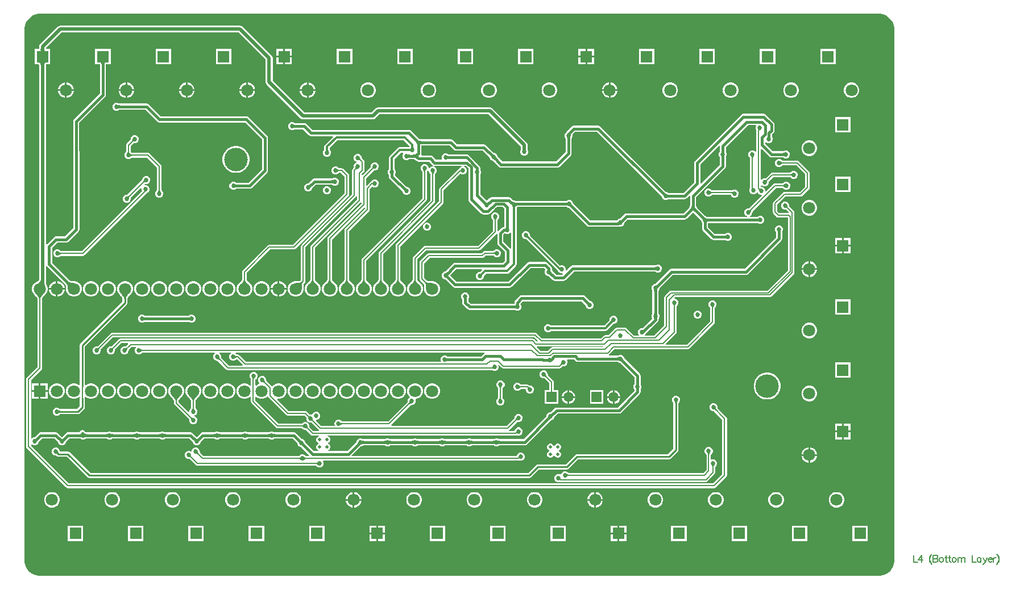
<source format=gbl>
G04*
G04 #@! TF.GenerationSoftware,Altium Limited,Altium Designer,22.10.1 (41)*
G04*
G04 Layer_Physical_Order=4*
G04 Layer_Color=16711680*
%FSLAX25Y25*%
%MOIN*%
G70*
G04*
G04 #@! TF.SameCoordinates,B9BD54E3-EECD-4B20-9C05-BBB2DA08042D*
G04*
G04*
G04 #@! TF.FilePolarity,Positive*
G04*
G01*
G75*
%ADD12C,0.01500*%
%ADD18C,0.01000*%
%ADD19C,0.00600*%
%ADD20C,0.00800*%
%ADD93C,0.00500*%
%ADD94C,0.01200*%
%ADD95C,0.02000*%
%ADD97C,0.07087*%
%ADD98C,0.13780*%
%ADD99R,0.07087X0.07087*%
%ADD100R,0.07087X0.07087*%
%ADD101R,0.05906X0.05906*%
%ADD102C,0.05906*%
%ADD103C,0.02700*%
%ADD104C,0.01968*%
G36*
X600500Y430000D02*
X600500Y430000D01*
X601436Y430000D01*
X603271Y429635D01*
X605000Y428919D01*
X606556Y427879D01*
X607879Y426556D01*
X608919Y425000D01*
X609635Y423271D01*
X610000Y421436D01*
X610000Y420500D01*
X610000Y109500D01*
X610000Y109500D01*
Y108564D01*
X609635Y106729D01*
X608919Y105000D01*
X607879Y103444D01*
X606556Y102121D01*
X605000Y101081D01*
X603271Y100365D01*
X601436Y100000D01*
X109500D01*
X109500Y100000D01*
X108564Y100000D01*
X106729Y100365D01*
X105000Y101081D01*
X103444Y102121D01*
X102121Y103444D01*
X101081Y105000D01*
X100365Y106729D01*
X100000Y108564D01*
X100000Y109500D01*
Y420500D01*
X100000Y420500D01*
X100000Y420500D01*
X100000Y421436D01*
X100365Y423271D01*
X101081Y425000D01*
X102121Y426556D01*
X103444Y427879D01*
X105000Y428919D01*
X106729Y429635D01*
X108564Y430000D01*
X109500Y430000D01*
X600500Y430000D01*
X600500Y430000D01*
D02*
G37*
%LPC*%
G36*
X433955Y409386D02*
X429912D01*
Y405342D01*
X433955D01*
Y409386D01*
D02*
G37*
G36*
X428912D02*
X424868D01*
Y405342D01*
X428912D01*
Y409386D01*
D02*
G37*
G36*
X256832D02*
X252788D01*
Y405342D01*
X256832D01*
Y409386D01*
D02*
G37*
G36*
X251788D02*
X247745D01*
Y405342D01*
X251788D01*
Y409386D01*
D02*
G37*
G36*
X575654D02*
X566567D01*
Y400299D01*
X575654D01*
Y409386D01*
D02*
G37*
G36*
X540229D02*
X531142D01*
Y400299D01*
X540229D01*
Y409386D01*
D02*
G37*
G36*
X504804D02*
X495718D01*
Y400299D01*
X504804D01*
Y409386D01*
D02*
G37*
G36*
X469380D02*
X460293D01*
Y400299D01*
X469380D01*
Y409386D01*
D02*
G37*
G36*
X433955Y404343D02*
X429912D01*
Y400299D01*
X433955D01*
Y404343D01*
D02*
G37*
G36*
X428912D02*
X424868D01*
Y400299D01*
X428912D01*
Y404343D01*
D02*
G37*
G36*
X398530Y409386D02*
X389444D01*
Y400299D01*
X398530D01*
Y409386D01*
D02*
G37*
G36*
X363106D02*
X354019D01*
Y400299D01*
X363106D01*
Y409386D01*
D02*
G37*
G36*
X327681D02*
X318594D01*
Y400299D01*
X327681D01*
Y409386D01*
D02*
G37*
G36*
X292256D02*
X283170D01*
Y400299D01*
X292256D01*
Y409386D01*
D02*
G37*
G36*
X256832Y404343D02*
X252788D01*
Y400299D01*
X256832D01*
Y404343D01*
D02*
G37*
G36*
X251788D02*
X247745D01*
Y400299D01*
X251788D01*
Y404343D01*
D02*
G37*
G36*
X221407Y409386D02*
X212320D01*
Y400299D01*
X221407D01*
Y409386D01*
D02*
G37*
G36*
X185982D02*
X176896D01*
Y400299D01*
X185982D01*
Y409386D01*
D02*
G37*
G36*
X443789Y389701D02*
X443691D01*
Y385658D01*
X447734D01*
Y385756D01*
X447425Y386911D01*
X446827Y387947D01*
X445981Y388793D01*
X444945Y389391D01*
X443789Y389701D01*
D02*
G37*
G36*
X442691D02*
X442593D01*
X441437Y389391D01*
X440402Y388793D01*
X439556Y387947D01*
X438958Y386911D01*
X438648Y385756D01*
Y385658D01*
X442691D01*
Y389701D01*
D02*
G37*
G36*
X266666D02*
X266568D01*
Y385658D01*
X270611D01*
Y385756D01*
X270302Y386911D01*
X269703Y387947D01*
X268858Y388793D01*
X267822Y389391D01*
X266666Y389701D01*
D02*
G37*
G36*
X265568D02*
X265470D01*
X264314Y389391D01*
X263278Y388793D01*
X262432Y387947D01*
X261834Y386911D01*
X261525Y385756D01*
Y385658D01*
X265568D01*
Y389701D01*
D02*
G37*
G36*
X231241D02*
X231143D01*
Y385658D01*
X235187D01*
Y385756D01*
X234877Y386911D01*
X234279Y387947D01*
X233433Y388793D01*
X232397Y389391D01*
X231241Y389701D01*
D02*
G37*
G36*
X230143D02*
X230045D01*
X228890Y389391D01*
X227854Y388793D01*
X227008Y387947D01*
X226410Y386911D01*
X226100Y385756D01*
Y385658D01*
X230143D01*
Y389701D01*
D02*
G37*
G36*
X195817D02*
X195719D01*
Y385658D01*
X199762D01*
Y385756D01*
X199452Y386911D01*
X198854Y387947D01*
X198008Y388793D01*
X196972Y389391D01*
X195817Y389701D01*
D02*
G37*
G36*
X194719D02*
X194621D01*
X193465Y389391D01*
X192429Y388793D01*
X191583Y387947D01*
X190985Y386911D01*
X190675Y385756D01*
Y385658D01*
X194719D01*
Y389701D01*
D02*
G37*
G36*
X160392D02*
X160294D01*
Y385658D01*
X164337D01*
Y385756D01*
X164028Y386911D01*
X163429Y387947D01*
X162584Y388793D01*
X161548Y389391D01*
X160392Y389701D01*
D02*
G37*
G36*
X159294D02*
X159196D01*
X158040Y389391D01*
X157004Y388793D01*
X156158Y387947D01*
X155560Y386911D01*
X155251Y385756D01*
Y385658D01*
X159294D01*
Y389701D01*
D02*
G37*
G36*
X124967D02*
X124869D01*
Y385658D01*
X128913D01*
Y385756D01*
X128603Y386911D01*
X128005Y387947D01*
X127159Y388793D01*
X126123Y389391D01*
X124967Y389701D01*
D02*
G37*
G36*
X123869D02*
X123771D01*
X122616Y389391D01*
X121580Y388793D01*
X120734Y387947D01*
X120136Y386911D01*
X119826Y385756D01*
Y385658D01*
X123869D01*
Y389701D01*
D02*
G37*
G36*
X585488D02*
X584292D01*
X583136Y389391D01*
X582100Y388793D01*
X581254Y387947D01*
X580656Y386911D01*
X580346Y385756D01*
Y384559D01*
X580656Y383404D01*
X581254Y382368D01*
X582100Y381522D01*
X583136Y380924D01*
X584292Y380614D01*
X585488D01*
X586643Y380924D01*
X587679Y381522D01*
X588525Y382368D01*
X589123Y383404D01*
X589433Y384559D01*
Y385756D01*
X589123Y386911D01*
X588525Y387947D01*
X587679Y388793D01*
X586643Y389391D01*
X585488Y389701D01*
D02*
G37*
G36*
X550063D02*
X548867D01*
X547711Y389391D01*
X546675Y388793D01*
X545830Y387947D01*
X545231Y386911D01*
X544922Y385756D01*
Y384559D01*
X545231Y383404D01*
X545830Y382368D01*
X546675Y381522D01*
X547711Y380924D01*
X548867Y380614D01*
X550063D01*
X551219Y380924D01*
X552255Y381522D01*
X553101Y382368D01*
X553699Y383404D01*
X554008Y384559D01*
Y385756D01*
X553699Y386911D01*
X553101Y387947D01*
X552255Y388793D01*
X551219Y389391D01*
X550063Y389701D01*
D02*
G37*
G36*
X514639D02*
X513442D01*
X512287Y389391D01*
X511251Y388793D01*
X510405Y387947D01*
X509807Y386911D01*
X509497Y385756D01*
Y384559D01*
X509807Y383404D01*
X510405Y382368D01*
X511251Y381522D01*
X512287Y380924D01*
X513442Y380614D01*
X514639D01*
X515794Y380924D01*
X516830Y381522D01*
X517676Y382368D01*
X518274Y383404D01*
X518584Y384559D01*
Y385756D01*
X518274Y386911D01*
X517676Y387947D01*
X516830Y388793D01*
X515794Y389391D01*
X514639Y389701D01*
D02*
G37*
G36*
X479214D02*
X478018D01*
X476862Y389391D01*
X475826Y388793D01*
X474980Y387947D01*
X474382Y386911D01*
X474073Y385756D01*
Y384559D01*
X474382Y383404D01*
X474980Y382368D01*
X475826Y381522D01*
X476862Y380924D01*
X478018Y380614D01*
X479214D01*
X480369Y380924D01*
X481405Y381522D01*
X482251Y382368D01*
X482850Y383404D01*
X483159Y384559D01*
Y385756D01*
X482850Y386911D01*
X482251Y387947D01*
X481405Y388793D01*
X480369Y389391D01*
X479214Y389701D01*
D02*
G37*
G36*
X447734Y384658D02*
X443691D01*
Y380614D01*
X443789D01*
X444945Y380924D01*
X445981Y381522D01*
X446827Y382368D01*
X447425Y383404D01*
X447734Y384559D01*
Y384658D01*
D02*
G37*
G36*
X442691D02*
X438648D01*
Y384559D01*
X438958Y383404D01*
X439556Y382368D01*
X440402Y381522D01*
X441437Y380924D01*
X442593Y380614D01*
X442691D01*
Y384658D01*
D02*
G37*
G36*
X408365Y389701D02*
X407168D01*
X406013Y389391D01*
X404977Y388793D01*
X404131Y387947D01*
X403533Y386911D01*
X403223Y385756D01*
Y384559D01*
X403533Y383404D01*
X404131Y382368D01*
X404977Y381522D01*
X406013Y380924D01*
X407168Y380614D01*
X408365D01*
X409520Y380924D01*
X410556Y381522D01*
X411402Y382368D01*
X412000Y383404D01*
X412310Y384559D01*
Y385756D01*
X412000Y386911D01*
X411402Y387947D01*
X410556Y388793D01*
X409520Y389391D01*
X408365Y389701D01*
D02*
G37*
G36*
X372940D02*
X371744D01*
X370588Y389391D01*
X369552Y388793D01*
X368706Y387947D01*
X368108Y386911D01*
X367798Y385756D01*
Y384559D01*
X368108Y383404D01*
X368706Y382368D01*
X369552Y381522D01*
X370588Y380924D01*
X371744Y380614D01*
X372940D01*
X374096Y380924D01*
X375132Y381522D01*
X375977Y382368D01*
X376575Y383404D01*
X376885Y384559D01*
Y385756D01*
X376575Y386911D01*
X375977Y387947D01*
X375132Y388793D01*
X374096Y389391D01*
X372940Y389701D01*
D02*
G37*
G36*
X337515D02*
X336319D01*
X335163Y389391D01*
X334128Y388793D01*
X333282Y387947D01*
X332683Y386911D01*
X332374Y385756D01*
Y384559D01*
X332683Y383404D01*
X333282Y382368D01*
X334128Y381522D01*
X335163Y380924D01*
X336319Y380614D01*
X337515D01*
X338671Y380924D01*
X339707Y381522D01*
X340553Y382368D01*
X341151Y383404D01*
X341460Y384559D01*
Y385756D01*
X341151Y386911D01*
X340553Y387947D01*
X339707Y388793D01*
X338671Y389391D01*
X337515Y389701D01*
D02*
G37*
G36*
X302091D02*
X300894D01*
X299739Y389391D01*
X298703Y388793D01*
X297857Y387947D01*
X297259Y386911D01*
X296949Y385756D01*
Y384559D01*
X297259Y383404D01*
X297857Y382368D01*
X298703Y381522D01*
X299739Y380924D01*
X300894Y380614D01*
X302091D01*
X303246Y380924D01*
X304282Y381522D01*
X305128Y382368D01*
X305726Y383404D01*
X306036Y384559D01*
Y385756D01*
X305726Y386911D01*
X305128Y387947D01*
X304282Y388793D01*
X303246Y389391D01*
X302091Y389701D01*
D02*
G37*
G36*
X270611Y384658D02*
X266568D01*
Y380614D01*
X266666D01*
X267822Y380924D01*
X268858Y381522D01*
X269703Y382368D01*
X270302Y383404D01*
X270611Y384559D01*
Y384658D01*
D02*
G37*
G36*
X265568D02*
X261525D01*
Y384559D01*
X261834Y383404D01*
X262432Y382368D01*
X263278Y381522D01*
X264314Y380924D01*
X265470Y380614D01*
X265568D01*
Y384658D01*
D02*
G37*
G36*
X235187D02*
X231143D01*
Y380614D01*
X231241D01*
X232397Y380924D01*
X233433Y381522D01*
X234279Y382368D01*
X234877Y383404D01*
X235187Y384559D01*
Y384658D01*
D02*
G37*
G36*
X230143D02*
X226100D01*
Y384559D01*
X226410Y383404D01*
X227008Y382368D01*
X227854Y381522D01*
X228890Y380924D01*
X230045Y380614D01*
X230143D01*
Y384658D01*
D02*
G37*
G36*
X199762D02*
X195719D01*
Y380614D01*
X195817D01*
X196972Y380924D01*
X198008Y381522D01*
X198854Y382368D01*
X199452Y383404D01*
X199762Y384559D01*
Y384658D01*
D02*
G37*
G36*
X194719D02*
X190675D01*
Y384559D01*
X190985Y383404D01*
X191583Y382368D01*
X192429Y381522D01*
X193465Y380924D01*
X194621Y380614D01*
X194719D01*
Y384658D01*
D02*
G37*
G36*
X164337D02*
X160294D01*
Y380614D01*
X160392D01*
X161548Y380924D01*
X162584Y381522D01*
X163429Y382368D01*
X164028Y383404D01*
X164337Y384559D01*
Y384658D01*
D02*
G37*
G36*
X159294D02*
X155251D01*
Y384559D01*
X155560Y383404D01*
X156158Y382368D01*
X157004Y381522D01*
X158040Y380924D01*
X159196Y380614D01*
X159294D01*
Y384658D01*
D02*
G37*
G36*
X128913D02*
X124869D01*
Y380614D01*
X124967D01*
X126123Y380924D01*
X127159Y381522D01*
X128005Y382368D01*
X128603Y383404D01*
X128913Y384559D01*
Y384658D01*
D02*
G37*
G36*
X123869D02*
X119826D01*
Y384559D01*
X120136Y383404D01*
X120734Y382368D01*
X121580Y381522D01*
X122616Y380924D01*
X123771Y380614D01*
X123869D01*
Y384658D01*
D02*
G37*
G36*
X584386Y369433D02*
X575299D01*
Y360347D01*
X584386D01*
Y369433D01*
D02*
G37*
G36*
X226500Y423039D02*
X121000D01*
X120220Y422884D01*
X119558Y422442D01*
X109148Y412032D01*
X108706Y411370D01*
X108551Y410590D01*
Y409927D01*
X108537Y409778D01*
X108502Y409563D01*
X108461Y409411D01*
X108451Y409386D01*
X106046D01*
Y400299D01*
X108448D01*
X108462Y400264D01*
X108502Y400114D01*
X108538Y399902D01*
X108551Y399755D01*
Y273855D01*
X108527Y273710D01*
X108481Y273555D01*
X108423Y273425D01*
X108352Y273314D01*
X108264Y273212D01*
X108152Y273114D01*
X108009Y273020D01*
X107828Y272929D01*
X107561Y272829D01*
X107530Y272810D01*
X107246Y272734D01*
X106210Y272136D01*
X105365Y271290D01*
X104766Y270254D01*
X104457Y269098D01*
Y267902D01*
X104766Y266746D01*
X105365Y265710D01*
X105742Y265333D01*
X105796Y265251D01*
X106180Y264864D01*
X106503Y264518D01*
X107043Y263870D01*
X107230Y263606D01*
X107379Y263366D01*
X107483Y263164D01*
X107545Y263008D01*
X107571Y262904D01*
X107573Y262891D01*
Y222591D01*
X101491Y216509D01*
X101181Y216046D01*
X101073Y215500D01*
X101073Y215500D01*
Y176000D01*
X101073Y176000D01*
X101181Y175454D01*
X101491Y174991D01*
X124491Y151991D01*
X124491Y151991D01*
X124954Y151681D01*
X125500Y151573D01*
X125500Y151573D01*
X504500D01*
X504500Y151573D01*
X505046Y151681D01*
X505509Y151991D01*
X511509Y157991D01*
X511509Y157991D01*
X511819Y158454D01*
X511927Y159000D01*
X511927Y159000D01*
Y192500D01*
X511927Y192500D01*
X511819Y193046D01*
X511509Y193509D01*
X511509Y193509D01*
X506451Y198568D01*
X506441Y198583D01*
X506427Y198611D01*
X506413Y198647D01*
X506399Y198691D01*
X506388Y198745D01*
X506378Y198810D01*
X506372Y198888D01*
X506369Y199006D01*
X506350Y199094D01*
Y199467D01*
X505992Y200331D01*
X505331Y200992D01*
X504467Y201350D01*
X503533D01*
X502669Y200992D01*
X502008Y200331D01*
X501650Y199467D01*
Y198533D01*
X502008Y197669D01*
X502669Y197008D01*
X503533Y196650D01*
X503906D01*
X503994Y196631D01*
X504112Y196628D01*
X504189Y196622D01*
X504255Y196613D01*
X504309Y196600D01*
X504353Y196587D01*
X504389Y196573D01*
X504417Y196559D01*
X504432Y196549D01*
X509073Y191909D01*
Y159591D01*
X503909Y154427D01*
X126091D01*
X103939Y176580D01*
X103987Y177067D01*
X104427Y177249D01*
X104669Y177008D01*
X105533Y176650D01*
X106467D01*
X107331Y177008D01*
X107992Y177669D01*
X108350Y178533D01*
Y178813D01*
X108351Y178813D01*
X108434Y178910D01*
X110239Y180716D01*
X117761D01*
X119590Y178886D01*
X119644Y178821D01*
X119650Y178813D01*
Y178533D01*
X120008Y177669D01*
X120669Y177008D01*
X121533Y176650D01*
X122467D01*
X123331Y177008D01*
X123992Y177669D01*
X124350Y178533D01*
Y178813D01*
X124351Y178813D01*
X124434Y178910D01*
X126239Y180716D01*
X132876D01*
X132960Y180708D01*
X132971Y180706D01*
X133169Y180508D01*
X134033Y180150D01*
X134967D01*
X135831Y180508D01*
X136029Y180706D01*
X136030Y180706D01*
X136157Y180716D01*
X148376D01*
X148460Y180708D01*
X148471Y180706D01*
X148669Y180508D01*
X149533Y180150D01*
X150467D01*
X151331Y180508D01*
X151529Y180706D01*
X151530Y180706D01*
X151657Y180716D01*
X164376D01*
X164460Y180708D01*
X164471Y180706D01*
X164669Y180508D01*
X165533Y180150D01*
X166467D01*
X167331Y180508D01*
X167529Y180706D01*
X167530Y180706D01*
X167657Y180716D01*
X179376D01*
X179460Y180708D01*
X179471Y180706D01*
X179669Y180508D01*
X180533Y180150D01*
X181467D01*
X182331Y180508D01*
X182529Y180706D01*
X182530Y180706D01*
X182657Y180716D01*
X196761D01*
X198590Y178886D01*
X198644Y178821D01*
X198650Y178813D01*
Y178533D01*
X199008Y177669D01*
X199669Y177008D01*
X200533Y176650D01*
X201467D01*
X202331Y177008D01*
X202992Y177669D01*
X203350Y178533D01*
Y178813D01*
X203350Y178813D01*
X203434Y178910D01*
X205239Y180716D01*
X211343D01*
X211470Y180706D01*
X211471Y180706D01*
X211669Y180508D01*
X212533Y180150D01*
X213467D01*
X214331Y180508D01*
X214529Y180706D01*
X214530Y180706D01*
X214657Y180716D01*
X227843D01*
X227970Y180706D01*
X227971Y180706D01*
X228169Y180508D01*
X229033Y180150D01*
X229967D01*
X230831Y180508D01*
X231029Y180706D01*
X231030Y180706D01*
X231157Y180716D01*
X243343D01*
X243470Y180706D01*
X243471Y180706D01*
X243669Y180508D01*
X244533Y180150D01*
X245467D01*
X246331Y180508D01*
X246529Y180706D01*
X246530Y180706D01*
X246657Y180716D01*
X257261D01*
X260090Y177886D01*
X260144Y177821D01*
X260150Y177813D01*
Y177533D01*
X260508Y176669D01*
X261169Y176008D01*
X262033Y175650D01*
X262313D01*
X262313Y175649D01*
X262410Y175566D01*
X267189Y170787D01*
X266998Y170326D01*
X265126D01*
X265105Y170334D01*
X265065Y170354D01*
X265011Y170386D01*
X264957Y170424D01*
X264775Y170578D01*
X264677Y170674D01*
X264598Y170726D01*
X264331Y170992D01*
X263467Y171350D01*
X262533D01*
X261669Y170992D01*
X261402Y170726D01*
X261323Y170674D01*
X261215Y170569D01*
X261130Y170493D01*
X261054Y170432D01*
X260989Y170386D01*
X260935Y170354D01*
X260895Y170334D01*
X260874Y170326D01*
X205049D01*
X202940Y172434D01*
X202932Y172455D01*
X202918Y172497D01*
X202903Y172558D01*
X202891Y172623D01*
X202871Y172860D01*
X202870Y172998D01*
X202850Y173091D01*
Y173467D01*
X202492Y174331D01*
X201831Y174992D01*
X200967Y175350D01*
X200033D01*
X199169Y174992D01*
X198508Y174331D01*
X198150Y173467D01*
Y173327D01*
X197650Y173140D01*
X196844Y173474D01*
X195909D01*
X195045Y173116D01*
X194384Y172455D01*
X194026Y171591D01*
Y170656D01*
X194384Y169792D01*
X195045Y169131D01*
X195909Y168774D01*
X196286D01*
X196378Y168754D01*
X196529Y168753D01*
X196643Y168746D01*
X196739Y168735D01*
X196818Y168721D01*
X196879Y168706D01*
X196922Y168692D01*
X196942Y168683D01*
X200563Y165063D01*
X200993Y164775D01*
X201500Y164674D01*
X270874D01*
X270895Y164666D01*
X270935Y164646D01*
X270989Y164614D01*
X271043Y164576D01*
X271225Y164422D01*
X271323Y164326D01*
X271402Y164274D01*
X271669Y164008D01*
X272533Y163650D01*
X273467D01*
X274331Y164008D01*
X274992Y164669D01*
X275350Y165533D01*
Y166467D01*
X275057Y167174D01*
X275302Y167675D01*
X389598D01*
X390106Y167775D01*
X390153Y167807D01*
X390533Y167650D01*
X391467D01*
X392331Y168008D01*
X392992Y168669D01*
X393350Y169533D01*
Y170467D01*
X392992Y171331D01*
X392331Y171992D01*
X391467Y172350D01*
X390533D01*
X389669Y171992D01*
X389008Y171331D01*
X388650Y170467D01*
Y170326D01*
X292052D01*
X291861Y170787D01*
X297164Y176090D01*
X297229Y176144D01*
X297237Y176150D01*
X297517D01*
X298381Y176508D01*
X298579Y176706D01*
X298580Y176706D01*
X298707Y176716D01*
X311376D01*
X311460Y176708D01*
X311471Y176706D01*
X311669Y176508D01*
X312533Y176150D01*
X313467D01*
X314331Y176508D01*
X314529Y176706D01*
X314530Y176706D01*
X314657Y176716D01*
X327436D01*
X327520Y176708D01*
X327531Y176706D01*
X327729Y176508D01*
X328592Y176150D01*
X329527D01*
X330391Y176508D01*
X330589Y176706D01*
X330590Y176706D01*
X330717Y176716D01*
X343336D01*
X343420Y176708D01*
X343431Y176706D01*
X343629Y176508D01*
X344492Y176150D01*
X345427D01*
X346291Y176508D01*
X346489Y176706D01*
X346490Y176706D01*
X346617Y176716D01*
X359236D01*
X359320Y176708D01*
X359331Y176706D01*
X359529Y176508D01*
X360392Y176150D01*
X361327D01*
X362191Y176508D01*
X362389Y176706D01*
X362390Y176706D01*
X362517Y176716D01*
X375136D01*
X375220Y176708D01*
X375231Y176706D01*
X375429Y176508D01*
X376292Y176150D01*
X377227D01*
X378091Y176508D01*
X378289Y176706D01*
X378290Y176706D01*
X378417Y176716D01*
X393300D01*
X393983Y176851D01*
X394562Y177238D01*
X408613Y191290D01*
X408679Y191344D01*
X408687Y191350D01*
X408967D01*
X409831Y191708D01*
X410492Y192369D01*
X410850Y193233D01*
Y193512D01*
X410850Y193513D01*
X410934Y193610D01*
X412639Y195316D01*
X448600D01*
X449283Y195451D01*
X449862Y195838D01*
X460762Y206738D01*
X460762Y206738D01*
X461149Y207317D01*
X461284Y208000D01*
X461284Y208000D01*
Y209343D01*
X461294Y209470D01*
X461294Y209471D01*
X461492Y209669D01*
X461850Y210533D01*
Y211467D01*
X461492Y212331D01*
X461294Y212529D01*
X461294Y212530D01*
X461284Y212657D01*
Y217500D01*
X461284Y217500D01*
X461149Y218183D01*
X460762Y218762D01*
X460762Y218762D01*
X451910Y227614D01*
X451856Y227679D01*
X451850Y227688D01*
Y227967D01*
X451492Y228831D01*
X450831Y229492D01*
X449967Y229850D01*
X449033D01*
X448169Y229492D01*
X447971Y229294D01*
X447970Y229294D01*
X447843Y229284D01*
X442722D01*
X442570Y229784D01*
X442837Y229963D01*
X446049Y233174D01*
X489000D01*
X489507Y233275D01*
X489937Y233563D01*
X504437Y248063D01*
X504725Y248493D01*
X504825Y249000D01*
Y257374D01*
X504834Y257395D01*
X504854Y257435D01*
X504886Y257489D01*
X504924Y257543D01*
X505078Y257725D01*
X505174Y257823D01*
X505226Y257902D01*
X505492Y258169D01*
X505850Y259033D01*
Y259967D01*
X505492Y260831D01*
X504831Y261492D01*
X503967Y261850D01*
X503033D01*
X502169Y261492D01*
X501508Y260831D01*
X501150Y259967D01*
Y259033D01*
X501508Y258169D01*
X501774Y257902D01*
X501826Y257823D01*
X501931Y257715D01*
X502007Y257630D01*
X502068Y257554D01*
X502114Y257489D01*
X502146Y257435D01*
X502166Y257395D01*
X502175Y257374D01*
Y249549D01*
X488451Y235825D01*
X476153D01*
X475962Y236287D01*
X481937Y242263D01*
X482225Y242693D01*
X482326Y243200D01*
Y258374D01*
X482334Y258395D01*
X482354Y258435D01*
X482386Y258489D01*
X482424Y258543D01*
X482578Y258725D01*
X482674Y258823D01*
X482726Y258902D01*
X482992Y259169D01*
X483350Y260033D01*
Y260967D01*
X482992Y261831D01*
X482331Y262492D01*
X481467Y262850D01*
X481378D01*
X481186Y263312D01*
X481549Y263674D01*
X537000D01*
X537507Y263775D01*
X537937Y264063D01*
X550937Y277063D01*
X551225Y277493D01*
X551326Y278000D01*
Y313500D01*
X551225Y314007D01*
X550937Y314437D01*
X548456Y316918D01*
X548444Y316946D01*
X548427Y316994D01*
X548410Y317059D01*
X548396Y317130D01*
X548369Y317375D01*
X548362Y317518D01*
X548344Y317593D01*
Y317911D01*
X547986Y318775D01*
X547325Y319436D01*
X546462Y319793D01*
X545527D01*
X544663Y319436D01*
X544002Y318775D01*
X543644Y317911D01*
Y316976D01*
X544002Y316112D01*
X544663Y315451D01*
X545527Y315093D01*
X545970D01*
X546072Y315075D01*
X546220Y315078D01*
X546328Y315075D01*
X546420Y315067D01*
X546493Y315056D01*
X546549Y315043D01*
X546587Y315031D01*
X546600Y315026D01*
X548075Y313550D01*
X548022Y313320D01*
X547856Y313063D01*
X542512D01*
X541426Y314149D01*
Y318051D01*
X544637Y321263D01*
X544685Y321335D01*
X546125Y322775D01*
X555100D01*
X555607Y322875D01*
X556037Y323163D01*
X559937Y327063D01*
X560225Y327493D01*
X560325Y328000D01*
Y336500D01*
X560225Y337007D01*
X559937Y337437D01*
X553937Y343437D01*
X553507Y343725D01*
X553000Y343826D01*
X544626D01*
X544605Y343834D01*
X544565Y343854D01*
X544511Y343886D01*
X544457Y343924D01*
X544275Y344078D01*
X544177Y344174D01*
X544098Y344226D01*
X543831Y344492D01*
X542967Y344850D01*
X542033D01*
X541169Y344492D01*
X540508Y343831D01*
X540150Y342967D01*
Y342033D01*
X540508Y341169D01*
X541169Y340508D01*
X542033Y340150D01*
X542967D01*
X543831Y340508D01*
X544098Y340774D01*
X544177Y340826D01*
X544285Y340932D01*
X544370Y341007D01*
X544446Y341068D01*
X544511Y341113D01*
X544565Y341146D01*
X544605Y341166D01*
X544626Y341175D01*
X552451D01*
X557675Y335951D01*
Y328549D01*
X554551Y325426D01*
X545576D01*
X545576Y325426D01*
X545069Y325325D01*
X544639Y325037D01*
X542763Y323161D01*
X542715Y323089D01*
X539163Y319537D01*
X538875Y319107D01*
X538774Y318600D01*
Y313600D01*
X538875Y313093D01*
X539163Y312663D01*
X541025Y310800D01*
X541456Y310513D01*
X541963Y310412D01*
X547414D01*
X547575Y310251D01*
Y279449D01*
X535551Y267425D01*
X479100D01*
X479100Y267425D01*
X478593Y267325D01*
X478163Y267037D01*
X475563Y264437D01*
X475275Y264007D01*
X475175Y263500D01*
Y247049D01*
X469051Y240926D01*
X463956D01*
X463749Y241425D01*
X463992Y241669D01*
X464166Y242088D01*
X464777Y242754D01*
X471214Y249191D01*
X471601Y249770D01*
X471737Y250453D01*
Y250901D01*
X471738Y250914D01*
X471992Y251169D01*
X472350Y252033D01*
Y252967D01*
X471992Y253831D01*
X471747Y254076D01*
X471737Y254203D01*
Y267424D01*
X471745Y267507D01*
X471747Y267518D01*
X471945Y267716D01*
X472303Y268580D01*
Y268860D01*
X472303Y268860D01*
X472386Y268957D01*
X480145Y276716D01*
X523000D01*
X523683Y276852D01*
X524262Y277238D01*
X543762Y296738D01*
X543762Y296738D01*
X544148Y297317D01*
X544284Y298000D01*
Y301876D01*
X544292Y301960D01*
X544294Y301971D01*
X544492Y302169D01*
X544850Y303033D01*
Y303967D01*
X544492Y304831D01*
X543831Y305492D01*
X542967Y305850D01*
X542033D01*
X541169Y305492D01*
X540508Y304831D01*
X540150Y303967D01*
Y303033D01*
X540508Y302169D01*
X540706Y301971D01*
X540706Y301970D01*
X540716Y301843D01*
Y298739D01*
X522261Y280284D01*
X479406D01*
X479405Y280284D01*
X478723Y280149D01*
X478144Y279762D01*
X478144Y279762D01*
X469839Y271457D01*
X469774Y271404D01*
X469765Y271397D01*
X469485D01*
X468622Y271040D01*
X467961Y270378D01*
X467603Y269515D01*
Y268580D01*
X467961Y267716D01*
X468158Y267518D01*
X468159Y267517D01*
X468168Y267390D01*
Y254075D01*
X468161Y253996D01*
X468159Y253983D01*
X468008Y253831D01*
X467650Y252967D01*
Y252033D01*
X468008Y251169D01*
X468077Y251100D01*
X462327Y245350D01*
X461533D01*
X460669Y244992D01*
X460008Y244331D01*
X459650Y243467D01*
Y242533D01*
X460008Y241669D01*
X460251Y241425D01*
X460044Y240926D01*
X457449D01*
X452937Y245437D01*
X452507Y245725D01*
X452000Y245826D01*
X447500D01*
X446993Y245725D01*
X446563Y245437D01*
X442451Y241325D01*
X440500D01*
X439993Y241225D01*
X439563Y240937D01*
X437951Y239325D01*
X403449D01*
X400337Y242437D01*
X399907Y242725D01*
X399400Y242826D01*
X151500D01*
X150993Y242725D01*
X150563Y242437D01*
X142966Y234840D01*
X142946Y234832D01*
X142903Y234818D01*
X142842Y234803D01*
X142777Y234791D01*
X142540Y234771D01*
X142402Y234770D01*
X142309Y234750D01*
X141933D01*
X141069Y234392D01*
X140408Y233731D01*
X140050Y232867D01*
Y231933D01*
X140408Y231069D01*
X141069Y230408D01*
X141933Y230050D01*
X142867D01*
X143731Y230408D01*
X144392Y231069D01*
X144750Y231933D01*
Y232310D01*
X144770Y232402D01*
X144771Y232553D01*
X144778Y232666D01*
X144789Y232763D01*
X144802Y232842D01*
X144817Y232903D01*
X144832Y232945D01*
X144840Y232966D01*
X152049Y240175D01*
X398851D01*
X401053Y237972D01*
X400862Y237510D01*
X400364D01*
X398937Y238937D01*
X398507Y239225D01*
X398000Y239325D01*
X156267D01*
X155759Y239225D01*
X155329Y238937D01*
X151233Y234840D01*
X151212Y234832D01*
X151169Y234818D01*
X151109Y234803D01*
X151043Y234791D01*
X150806Y234771D01*
X150668Y234770D01*
X150576Y234750D01*
X150199D01*
X149336Y234392D01*
X148674Y233731D01*
X148317Y232867D01*
Y231933D01*
X148674Y231069D01*
X149336Y230408D01*
X150199Y230050D01*
X151134D01*
X151998Y230408D01*
X152659Y231069D01*
X153017Y231933D01*
Y232310D01*
X153036Y232402D01*
X153038Y232553D01*
X153045Y232666D01*
X153055Y232763D01*
X153069Y232842D01*
X153084Y232903D01*
X153098Y232945D01*
X153107Y232966D01*
X156816Y236674D01*
X160580D01*
X160771Y236213D01*
X159399Y234840D01*
X159379Y234832D01*
X159336Y234818D01*
X159275Y234803D01*
X159210Y234791D01*
X158973Y234771D01*
X158835Y234770D01*
X158743Y234750D01*
X158366D01*
X157502Y234392D01*
X156841Y233731D01*
X156483Y232867D01*
Y231933D01*
X156841Y231069D01*
X157502Y230408D01*
X158366Y230050D01*
X159301D01*
X160164Y230408D01*
X160826Y231069D01*
X161183Y231933D01*
Y232310D01*
X161203Y232402D01*
X161205Y232553D01*
X161211Y232666D01*
X161222Y232763D01*
X161236Y232842D01*
X161251Y232903D01*
X161265Y232945D01*
X161274Y232966D01*
X162882Y234575D01*
X165244D01*
X165451Y234074D01*
X165108Y233731D01*
X164750Y232867D01*
Y231933D01*
X165108Y231069D01*
X165769Y230408D01*
X166633Y230050D01*
X167567D01*
X168431Y230408D01*
X168698Y230674D01*
X168777Y230726D01*
X168885Y230832D01*
X168970Y230907D01*
X169046Y230967D01*
X169111Y231013D01*
X169165Y231046D01*
X169205Y231066D01*
X169226Y231075D01*
X211427D01*
X211546Y230668D01*
X211551Y230574D01*
X210908Y229931D01*
X210550Y229067D01*
Y228133D01*
X210908Y227269D01*
X211569Y226608D01*
X212433Y226250D01*
X212809D01*
X212902Y226231D01*
X213053Y226229D01*
X213166Y226222D01*
X213263Y226211D01*
X213342Y226198D01*
X213403Y226183D01*
X213445Y226168D01*
X213466Y226160D01*
X218413Y221213D01*
X218843Y220925D01*
X219350Y220825D01*
X374052D01*
X374269Y220608D01*
X375133Y220250D01*
X376067D01*
X376931Y220608D01*
X377592Y221269D01*
X377950Y222133D01*
Y223067D01*
X377666Y223752D01*
X378090Y224035D01*
X379863Y222263D01*
X380293Y221975D01*
X380800Y221874D01*
X413700D01*
X414207Y221975D01*
X414637Y222263D01*
X415434Y223060D01*
X415454Y223068D01*
X415497Y223082D01*
X415558Y223097D01*
X415623Y223109D01*
X415860Y223129D01*
X415998Y223130D01*
X416090Y223150D01*
X416467D01*
X417331Y223508D01*
X417992Y224169D01*
X418350Y225033D01*
Y225967D01*
X418040Y226716D01*
X418261Y227216D01*
X422261D01*
X423238Y226238D01*
X423817Y225851D01*
X424500Y225716D01*
X447876D01*
X447960Y225708D01*
X447971Y225706D01*
X448169Y225508D01*
X449033Y225150D01*
X449312D01*
X449313Y225149D01*
X449410Y225066D01*
X457716Y216761D01*
Y212624D01*
X457708Y212540D01*
X457706Y212529D01*
X457508Y212331D01*
X457150Y211467D01*
Y210533D01*
X457508Y209669D01*
X457706Y209471D01*
X457708Y209460D01*
X457716Y209376D01*
Y208739D01*
X447861Y198884D01*
X411900D01*
X411900Y198884D01*
X411217Y198749D01*
X410638Y198362D01*
X410638Y198362D01*
X408386Y196110D01*
X408321Y196056D01*
X408313Y196050D01*
X408033D01*
X407169Y195692D01*
X406508Y195031D01*
X406150Y194167D01*
Y193887D01*
X406149Y193887D01*
X406066Y193790D01*
X392561Y180284D01*
X378383D01*
X378300Y180292D01*
X378289Y180294D01*
X378091Y180492D01*
X377227Y180850D01*
X376292D01*
X375429Y180492D01*
X375231Y180294D01*
X375230Y180294D01*
X375102Y180284D01*
X362484D01*
X362400Y180292D01*
X362389Y180294D01*
X362191Y180492D01*
X361327Y180850D01*
X360392D01*
X359529Y180492D01*
X359331Y180294D01*
X359330Y180294D01*
X359202Y180284D01*
X346584D01*
X346500Y180292D01*
X346489Y180294D01*
X346291Y180492D01*
X345427Y180850D01*
X344492D01*
X343629Y180492D01*
X343431Y180294D01*
X343430Y180294D01*
X343302Y180284D01*
X330683D01*
X330600Y180292D01*
X330589Y180294D01*
X330391Y180492D01*
X329527Y180850D01*
X328592D01*
X327729Y180492D01*
X327531Y180294D01*
X327530Y180294D01*
X327402Y180284D01*
X314624D01*
X314540Y180292D01*
X314529Y180294D01*
X314331Y180492D01*
X313467Y180850D01*
X312533D01*
X311669Y180492D01*
X311471Y180294D01*
X311470Y180294D01*
X311343Y180284D01*
X298674D01*
X298590Y180292D01*
X298579Y180294D01*
X298381Y180492D01*
X297517Y180850D01*
X296583D01*
X295719Y180492D01*
X295058Y179831D01*
X294700Y178967D01*
Y178688D01*
X294700Y178687D01*
X294616Y178590D01*
X289311Y173284D01*
X278164D01*
X278065Y173784D01*
X278560Y173989D01*
X279118Y174548D01*
X279420Y175277D01*
Y176066D01*
X279118Y176796D01*
X278560Y177354D01*
X278047Y177566D01*
Y178108D01*
X278560Y178320D01*
X279118Y178878D01*
X279420Y179608D01*
Y180397D01*
X279118Y181126D01*
X278560Y181685D01*
X277831Y181987D01*
X277860Y182475D01*
X388198D01*
X388706Y182575D01*
X388846Y182669D01*
X389133Y182550D01*
X390067D01*
X390931Y182908D01*
X391592Y183569D01*
X391950Y184433D01*
Y185367D01*
X391592Y186231D01*
X390931Y186892D01*
X390067Y187250D01*
X389133D01*
X388269Y186892D01*
X387608Y186231D01*
X387250Y185367D01*
Y185126D01*
X384065D01*
X384002Y185306D01*
X383982Y185626D01*
X384337Y185863D01*
X388975Y190500D01*
X388979Y190502D01*
X389011Y190511D01*
X389060Y190522D01*
X389127Y190530D01*
X389212Y190535D01*
X389314Y190534D01*
X389457Y190526D01*
X389553Y190539D01*
X390095D01*
X390958Y190897D01*
X391620Y191558D01*
X391977Y192422D01*
Y193357D01*
X391620Y194220D01*
X390958Y194881D01*
X390095Y195239D01*
X389160D01*
X388296Y194881D01*
X387635Y194220D01*
X387277Y193357D01*
Y193115D01*
X387265Y193076D01*
X387234Y192762D01*
X387217Y192666D01*
X387197Y192576D01*
X387176Y192504D01*
X387157Y192451D01*
X387141Y192417D01*
X387140Y192415D01*
X382851Y188126D01*
X315207D01*
X315000Y188626D01*
X326534Y200160D01*
X326554Y200168D01*
X326597Y200183D01*
X326658Y200198D01*
X326723Y200209D01*
X326960Y200229D01*
X327098Y200231D01*
X327190Y200250D01*
X327567D01*
X328431Y200608D01*
X329092Y201269D01*
X329450Y202133D01*
Y203067D01*
X329289Y203457D01*
X329595Y203952D01*
X329620Y203963D01*
X330754Y204266D01*
X331790Y204865D01*
X332635Y205710D01*
X333234Y206746D01*
X333543Y207902D01*
Y209098D01*
X333234Y210254D01*
X332635Y211290D01*
X331790Y212136D01*
X330754Y212734D01*
X329598Y213043D01*
X328402D01*
X327246Y212734D01*
X326210Y212136D01*
X325364Y211290D01*
X324766Y210254D01*
X324457Y209098D01*
Y207902D01*
X324766Y206746D01*
X325364Y205710D01*
X325891Y205184D01*
X325774Y204594D01*
X325769Y204592D01*
X325108Y203931D01*
X324750Y203067D01*
Y202691D01*
X324730Y202598D01*
X324729Y202447D01*
X324722Y202333D01*
X324711Y202237D01*
X324697Y202158D01*
X324682Y202097D01*
X324668Y202055D01*
X324660Y202034D01*
X313251Y190626D01*
X286362D01*
X286343Y190636D01*
X286307Y190661D01*
X286260Y190699D01*
X286204Y190753D01*
X286192Y190781D01*
X286083Y190890D01*
X286049Y190931D01*
X286011Y190963D01*
X285531Y191442D01*
X284667Y191800D01*
X283733D01*
X282869Y191442D01*
X282208Y190781D01*
X281850Y189917D01*
Y188983D01*
X282033Y188541D01*
X281755Y188126D01*
X273949D01*
X270924Y191150D01*
X271132Y191650D01*
X271567D01*
X272431Y192008D01*
X273092Y192669D01*
X273450Y193533D01*
Y194467D01*
X273092Y195331D01*
X272431Y195992D01*
X271567Y196350D01*
X270633D01*
X269769Y195992D01*
X269108Y195331D01*
X268787Y194556D01*
X268210Y194795D01*
X267845D01*
X267756Y194814D01*
X267604Y194817D01*
X267490Y194825D01*
X267392Y194836D01*
X267312Y194850D01*
X267250Y194866D01*
X267207Y194880D01*
X267185Y194890D01*
X265637Y196437D01*
X265207Y196725D01*
X264700Y196826D01*
X254949D01*
X248258Y203516D01*
X248525Y203957D01*
X249598D01*
X250754Y204266D01*
X251790Y204865D01*
X252636Y205710D01*
X253234Y206746D01*
X253543Y207902D01*
Y209098D01*
X253234Y210254D01*
X252636Y211290D01*
X251790Y212136D01*
X250754Y212734D01*
X249598Y213043D01*
X248402D01*
X247246Y212734D01*
X246210Y212136D01*
X245528Y211453D01*
X244994Y211439D01*
X244896Y211478D01*
X241940Y214434D01*
X241932Y214455D01*
X241917Y214497D01*
X241902Y214558D01*
X241891Y214623D01*
X241871Y214860D01*
X241869Y214998D01*
X241850Y215090D01*
Y215467D01*
X241492Y216331D01*
X240831Y216992D01*
X239967Y217350D01*
X239033D01*
X238169Y216992D01*
X237508Y216331D01*
X237150Y215467D01*
Y214533D01*
X237508Y213669D01*
X237782Y213395D01*
X237632Y212837D01*
X237246Y212734D01*
X236210Y212136D01*
X235944Y211869D01*
X235482Y212061D01*
Y215302D01*
X235498Y215318D01*
X235538Y215352D01*
X235597Y215394D01*
X235682Y215446D01*
X235831Y215508D01*
X236492Y216169D01*
X236850Y217033D01*
Y217967D01*
X236492Y218831D01*
X235831Y219492D01*
X234967Y219850D01*
X234033D01*
X233169Y219492D01*
X232508Y218831D01*
X232150Y217967D01*
Y217033D01*
X232508Y216169D01*
X232561Y216116D01*
X232628Y215996D01*
X232683Y215888D01*
X232783Y215666D01*
X232807Y215598D01*
X232826Y215539D01*
X232831Y215515D01*
Y211801D01*
X232331Y211594D01*
X231790Y212136D01*
X230754Y212734D01*
X229598Y213043D01*
X228402D01*
X227246Y212734D01*
X226210Y212136D01*
X225364Y211290D01*
X224766Y210254D01*
X224457Y209098D01*
Y207902D01*
X224766Y206746D01*
X225364Y205710D01*
X226210Y204865D01*
X227246Y204266D01*
X228402Y203957D01*
X229598D01*
X230754Y204266D01*
X231790Y204865D01*
X232331Y205406D01*
X232831Y205199D01*
Y202343D01*
X232932Y201836D01*
X233219Y201406D01*
X247563Y187063D01*
X247993Y186775D01*
X248500Y186674D01*
X262590D01*
X262607Y186668D01*
X262645Y186648D01*
X262696Y186617D01*
X262747Y186580D01*
X262923Y186427D01*
X263019Y186331D01*
X263102Y186275D01*
X263391Y185985D01*
X264255Y185628D01*
X264632D01*
X264724Y185608D01*
X264875Y185607D01*
X264989Y185600D01*
X265085Y185589D01*
X265164Y185575D01*
X265225Y185560D01*
X265268Y185546D01*
X265288Y185537D01*
X267963Y182863D01*
X268393Y182575D01*
X268900Y182475D01*
X272682D01*
X272711Y181987D01*
X271982Y181685D01*
X271423Y181126D01*
X271121Y180397D01*
Y179608D01*
X271423Y178878D01*
X271982Y178320D01*
X272495Y178108D01*
Y177566D01*
X271982Y177354D01*
X271423Y176796D01*
X271121Y176066D01*
Y175277D01*
X271423Y174548D01*
X271982Y173989D01*
X272477Y173784D01*
X272377Y173284D01*
X269739D01*
X264910Y178114D01*
X264856Y178179D01*
X264850Y178188D01*
Y178467D01*
X264492Y179331D01*
X263831Y179992D01*
X262967Y180350D01*
X262687D01*
X262687Y180350D01*
X262590Y180434D01*
X259262Y183762D01*
X258683Y184149D01*
X258000Y184284D01*
X246624D01*
X246540Y184292D01*
X246529Y184294D01*
X246331Y184492D01*
X245467Y184850D01*
X244533D01*
X243669Y184492D01*
X243471Y184294D01*
X243460Y184292D01*
X243376Y184284D01*
X231124D01*
X231040Y184292D01*
X231029Y184294D01*
X230831Y184492D01*
X229967Y184850D01*
X229033D01*
X228169Y184492D01*
X227971Y184294D01*
X227960Y184292D01*
X227876Y184284D01*
X214624D01*
X214540Y184292D01*
X214529Y184294D01*
X214331Y184492D01*
X213467Y184850D01*
X212533D01*
X211669Y184492D01*
X211471Y184294D01*
X211460Y184292D01*
X211376Y184284D01*
X204500D01*
X204500Y184284D01*
X203817Y184149D01*
X203238Y183762D01*
X203238Y183762D01*
X201000Y181523D01*
X198762Y183762D01*
X198183Y184149D01*
X197500Y184284D01*
X182624D01*
X182540Y184292D01*
X182529Y184294D01*
X182331Y184492D01*
X181467Y184850D01*
X180533D01*
X179669Y184492D01*
X179471Y184294D01*
X179470Y184294D01*
X179343Y184284D01*
X167624D01*
X167540Y184292D01*
X167529Y184294D01*
X167331Y184492D01*
X166467Y184850D01*
X165533D01*
X164669Y184492D01*
X164471Y184294D01*
X164470Y184294D01*
X164343Y184284D01*
X151624D01*
X151540Y184292D01*
X151529Y184294D01*
X151331Y184492D01*
X150467Y184850D01*
X149533D01*
X148669Y184492D01*
X148471Y184294D01*
X148470Y184294D01*
X148343Y184284D01*
X136124D01*
X136040Y184292D01*
X136029Y184294D01*
X135831Y184492D01*
X135739Y184530D01*
X135532Y184840D01*
X135532Y184840D01*
X135262Y185110D01*
X134683Y185497D01*
X134000Y185633D01*
X133317Y185497D01*
X132738Y185110D01*
X132352Y184531D01*
X132302Y184284D01*
X125500D01*
X125500Y184284D01*
X124817Y184149D01*
X124238Y183762D01*
X124238Y183762D01*
X122000Y181523D01*
X119762Y183762D01*
X119183Y184149D01*
X118500Y184284D01*
X109500D01*
X109500Y184284D01*
X108817Y184149D01*
X108238Y183762D01*
X108238Y183762D01*
X105886Y181410D01*
X105821Y181356D01*
X105813Y181350D01*
X105533D01*
X104669Y180992D01*
X104427Y180751D01*
X103927Y180958D01*
Y214909D01*
X110009Y220991D01*
X110009Y220991D01*
X110319Y221454D01*
X110427Y222000D01*
X110427Y222000D01*
Y262891D01*
X110429Y262904D01*
X110455Y263008D01*
X110517Y263165D01*
X110621Y263366D01*
X110769Y263606D01*
X110951Y263861D01*
X111833Y264877D01*
X112204Y265251D01*
X112258Y265333D01*
X112636Y265710D01*
X113234Y266746D01*
X113543Y267902D01*
Y269098D01*
X113291Y270040D01*
X113288Y270058D01*
X113287Y270060D01*
X113287Y270063D01*
X113278Y270087D01*
X113234Y270254D01*
X113199Y270313D01*
X113156Y270437D01*
X112936Y271189D01*
X112853Y271541D01*
X112715Y272301D01*
X112671Y272655D01*
X112629Y273243D01*
Y281750D01*
X113129Y281902D01*
X113238Y281738D01*
X123906Y271071D01*
X123993Y270945D01*
X124086Y270772D01*
X124173Y270564D01*
X124251Y270319D01*
X124318Y270037D01*
X124370Y269732D01*
X124433Y268959D01*
X124437Y268525D01*
X124457Y268432D01*
Y267902D01*
X124766Y266746D01*
X125364Y265710D01*
X126210Y264864D01*
X127246Y264266D01*
X128402Y263957D01*
X129598D01*
X130754Y264266D01*
X131790Y264864D01*
X132635Y265710D01*
X133234Y266746D01*
X133543Y267902D01*
Y269098D01*
X133234Y270254D01*
X132635Y271290D01*
X131790Y272136D01*
X130754Y272734D01*
X129598Y273043D01*
X129079D01*
X128998Y273062D01*
X128126Y273091D01*
X127782Y273128D01*
X127463Y273182D01*
X127181Y273249D01*
X126936Y273327D01*
X126728Y273414D01*
X126555Y273507D01*
X126429Y273594D01*
X116284Y283739D01*
Y292761D01*
X119239Y295716D01*
X124500D01*
X125183Y295851D01*
X125762Y296238D01*
X131762Y302238D01*
X132149Y302817D01*
X132284Y303500D01*
Y349116D01*
X132184Y349619D01*
Y366161D01*
X147276Y381253D01*
X147276Y381253D01*
X147663Y381832D01*
X147799Y382514D01*
Y400133D01*
X147807Y400222D01*
X147819Y400299D01*
X150558D01*
Y409386D01*
X141471D01*
Y400299D01*
X144209D01*
X144222Y400222D01*
X144230Y400133D01*
Y383254D01*
X129138Y368162D01*
X128752Y367583D01*
X128616Y366900D01*
Y349216D01*
X128716Y348713D01*
Y304239D01*
X123761Y299284D01*
X118500D01*
X117817Y299149D01*
X117238Y298762D01*
X117238Y298762D01*
X113238Y294762D01*
X113129Y294598D01*
X112629Y294750D01*
Y399755D01*
X112642Y399902D01*
X112677Y400114D01*
X112718Y400264D01*
X112732Y400299D01*
X115133D01*
Y409386D01*
X112946D01*
X112770Y409886D01*
X121845Y418961D01*
X225655D01*
X241461Y403155D01*
Y390000D01*
X241616Y389220D01*
X242058Y388558D01*
X262058Y368558D01*
X262058Y368558D01*
X262720Y368116D01*
X263500Y367961D01*
X263500Y367961D01*
X304262D01*
X305043Y368116D01*
X305704Y368558D01*
X308107Y370961D01*
X372155D01*
X390961Y352155D01*
Y350218D01*
X390650Y349467D01*
Y348533D01*
X391008Y347669D01*
X391669Y347008D01*
X392533Y346650D01*
X393467D01*
X394331Y347008D01*
X394992Y347669D01*
X395350Y348533D01*
Y349467D01*
X395039Y350218D01*
Y353000D01*
X394884Y353780D01*
X394442Y354442D01*
X374442Y374442D01*
X373780Y374884D01*
X373000Y375039D01*
X307262D01*
X306482Y374884D01*
X305820Y374442D01*
X303418Y372039D01*
X264345D01*
X245539Y390845D01*
Y404000D01*
X245384Y404780D01*
X244942Y405442D01*
X227942Y422442D01*
X227280Y422884D01*
X226500Y423039D01*
D02*
G37*
G36*
X560756Y355654D02*
X559559D01*
X558404Y355344D01*
X557368Y354746D01*
X556522Y353900D01*
X555924Y352864D01*
X555614Y351708D01*
Y350512D01*
X555924Y349357D01*
X556522Y348321D01*
X557368Y347475D01*
X558404Y346877D01*
X559559Y346567D01*
X560756D01*
X561911Y346877D01*
X562947Y347475D01*
X563793Y348321D01*
X564391Y349357D01*
X564701Y350512D01*
Y351708D01*
X564391Y352864D01*
X563793Y353900D01*
X562947Y354746D01*
X561911Y355344D01*
X560756Y355654D01*
D02*
G37*
G36*
X295967Y347850D02*
X295033D01*
X294169Y347492D01*
X293508Y346831D01*
X293150Y345967D01*
Y345033D01*
X293508Y344169D01*
X294169Y343508D01*
X294666Y343302D01*
Y342760D01*
X294019Y342492D01*
X293358Y341831D01*
X293000Y340967D01*
Y340033D01*
X293077Y339846D01*
X293079Y339825D01*
X293110Y339711D01*
X293124Y339646D01*
X293128Y339601D01*
X292563Y339036D01*
X292275Y338606D01*
X292175Y338099D01*
Y324049D01*
X262563Y294437D01*
X262275Y294007D01*
X262175Y293500D01*
Y273549D01*
X262060Y273435D01*
X262050Y273426D01*
X261973Y273383D01*
X261823Y273323D01*
X261603Y273259D01*
X261319Y273199D01*
X260994Y273150D01*
X259590Y273064D01*
X259033Y273063D01*
X258937Y273043D01*
X258402D01*
X257246Y272734D01*
X256210Y272136D01*
X255364Y271290D01*
X254766Y270254D01*
X254457Y269098D01*
Y267902D01*
X254766Y266746D01*
X255364Y265710D01*
X256210Y264864D01*
X257246Y264266D01*
X258402Y263957D01*
X259598D01*
X260754Y264266D01*
X261790Y264864D01*
X262635Y265710D01*
X263234Y266746D01*
X263543Y267902D01*
Y268430D01*
X263563Y268520D01*
X263579Y269614D01*
X263649Y270485D01*
X263699Y270819D01*
X263759Y271104D01*
X263823Y271323D01*
X263883Y271473D01*
X263926Y271550D01*
X263935Y271560D01*
X264437Y272063D01*
X264725Y272493D01*
X264826Y273000D01*
Y292951D01*
X294437Y322563D01*
X294674Y322918D01*
X294994Y322898D01*
X295175Y322835D01*
Y321049D01*
X268063Y293937D01*
X267775Y293507D01*
X267674Y293000D01*
Y274153D01*
X267673Y274140D01*
X267649Y274055D01*
X267586Y273906D01*
X267476Y273706D01*
X267317Y273463D01*
X267122Y273199D01*
X266190Y272145D01*
X265797Y271750D01*
X265743Y271668D01*
X265365Y271290D01*
X264766Y270254D01*
X264457Y269098D01*
Y267902D01*
X264766Y266746D01*
X265365Y265710D01*
X266210Y264864D01*
X267246Y264266D01*
X268402Y263957D01*
X269598D01*
X270754Y264266D01*
X271790Y264864D01*
X272636Y265710D01*
X273234Y266746D01*
X273543Y267902D01*
Y269098D01*
X273234Y270254D01*
X272636Y271290D01*
X272262Y271663D01*
X272212Y271741D01*
X271450Y272526D01*
X270884Y273191D01*
X270683Y273463D01*
X270524Y273706D01*
X270414Y273906D01*
X270351Y274055D01*
X270327Y274140D01*
X270325Y274153D01*
Y292451D01*
X297175Y319300D01*
X297674Y319093D01*
Y318549D01*
X278063Y298937D01*
X277775Y298507D01*
X277675Y298000D01*
Y274153D01*
X277673Y274140D01*
X277649Y274055D01*
X277586Y273906D01*
X277476Y273706D01*
X277317Y273463D01*
X277122Y273199D01*
X276190Y272145D01*
X275797Y271750D01*
X275743Y271668D01*
X275364Y271290D01*
X274766Y270254D01*
X274457Y269098D01*
Y267902D01*
X274766Y266746D01*
X275364Y265710D01*
X276210Y264864D01*
X277246Y264266D01*
X278402Y263957D01*
X279598D01*
X280754Y264266D01*
X281790Y264864D01*
X282635Y265710D01*
X283234Y266746D01*
X283543Y267902D01*
Y269098D01*
X283234Y270254D01*
X282635Y271290D01*
X282262Y271663D01*
X282212Y271741D01*
X281450Y272526D01*
X280884Y273191D01*
X280683Y273463D01*
X280524Y273706D01*
X280414Y273906D01*
X280351Y274055D01*
X280327Y274140D01*
X280326Y274153D01*
Y297451D01*
X299213Y316338D01*
X299675Y316147D01*
Y315549D01*
X288063Y303937D01*
X287775Y303507D01*
X287674Y303000D01*
Y274153D01*
X287673Y274140D01*
X287649Y274055D01*
X287586Y273906D01*
X287476Y273706D01*
X287317Y273463D01*
X287122Y273199D01*
X286190Y272145D01*
X285797Y271750D01*
X285743Y271668D01*
X285365Y271290D01*
X284766Y270254D01*
X284457Y269098D01*
Y267902D01*
X284766Y266746D01*
X285365Y265710D01*
X286210Y264864D01*
X287246Y264266D01*
X288402Y263957D01*
X289598D01*
X290754Y264266D01*
X291790Y264864D01*
X292635Y265710D01*
X293234Y266746D01*
X293543Y267902D01*
Y269098D01*
X293234Y270254D01*
X292635Y271290D01*
X292262Y271663D01*
X292212Y271741D01*
X291450Y272526D01*
X290884Y273191D01*
X290683Y273463D01*
X290524Y273706D01*
X290414Y273906D01*
X290351Y274055D01*
X290327Y274140D01*
X290325Y274153D01*
Y302451D01*
X301937Y314063D01*
X302225Y314493D01*
X302326Y315000D01*
Y326965D01*
X304018Y328658D01*
X304169Y328508D01*
X305033Y328150D01*
X305967D01*
X306831Y328508D01*
X307492Y329169D01*
X307850Y330033D01*
Y330967D01*
X307492Y331831D01*
X306831Y332492D01*
X305967Y332850D01*
X305033D01*
X304169Y332492D01*
X303508Y331831D01*
X303378Y331517D01*
X303245Y331491D01*
X302815Y331203D01*
X300787Y329176D01*
X300325Y329367D01*
Y333508D01*
X304898Y338080D01*
X304911Y338086D01*
X304950Y338098D01*
X305006Y338111D01*
X305065Y338120D01*
X305295Y338134D01*
X305429Y338132D01*
X305530Y338150D01*
X305967D01*
X306831Y338508D01*
X307492Y339169D01*
X307850Y340033D01*
Y340967D01*
X307492Y341831D01*
X306831Y342492D01*
X305967Y342850D01*
X305033D01*
X304169Y342492D01*
X303508Y341831D01*
X303150Y340967D01*
Y340656D01*
X303133Y340590D01*
X303114Y340284D01*
X303101Y340194D01*
X303085Y340111D01*
X303068Y340046D01*
X303052Y339999D01*
X303040Y339971D01*
X298325Y335257D01*
X297826Y335464D01*
Y335951D01*
X298937Y337063D01*
X299225Y337493D01*
X299325Y338000D01*
Y343000D01*
X299225Y343507D01*
X298937Y343937D01*
X297940Y344934D01*
X297932Y344954D01*
X297918Y344997D01*
X297902Y345058D01*
X297891Y345123D01*
X297871Y345360D01*
X297869Y345498D01*
X297850Y345590D01*
Y345967D01*
X297492Y346831D01*
X296831Y347492D01*
X295967Y347850D01*
D02*
G37*
G36*
X224777Y352390D02*
X223223D01*
X221699Y352087D01*
X220263Y351492D01*
X218971Y350628D01*
X217872Y349529D01*
X217008Y348237D01*
X216413Y346801D01*
X216110Y345277D01*
Y343723D01*
X216413Y342199D01*
X217008Y340763D01*
X217872Y339471D01*
X218971Y338372D01*
X220263Y337508D01*
X221699Y336913D01*
X223223Y336610D01*
X224777D01*
X226301Y336913D01*
X227737Y337508D01*
X229029Y338372D01*
X230128Y339471D01*
X230992Y340763D01*
X231587Y342199D01*
X231890Y343723D01*
Y345277D01*
X231587Y346801D01*
X230992Y348237D01*
X230128Y349529D01*
X229029Y350628D01*
X227737Y351492D01*
X226301Y352087D01*
X224777Y352390D01*
D02*
G37*
G36*
X154467Y377850D02*
X153533D01*
X152669Y377492D01*
X152008Y376831D01*
X151650Y375967D01*
Y375033D01*
X152008Y374169D01*
X152669Y373508D01*
X153533Y373150D01*
X154467D01*
X155331Y373508D01*
X155529Y373706D01*
X155530Y373706D01*
X155657Y373716D01*
X170961D01*
X177938Y366738D01*
X178517Y366352D01*
X179200Y366216D01*
X229261D01*
X239216Y356261D01*
Y338739D01*
X231304Y330828D01*
X224167D01*
X224083Y330836D01*
X224072Y330838D01*
X223874Y331035D01*
X223011Y331393D01*
X222076D01*
X221212Y331035D01*
X220551Y330375D01*
X220193Y329511D01*
Y328576D01*
X220551Y327712D01*
X221212Y327051D01*
X222076Y326693D01*
X223011D01*
X223874Y327051D01*
X224072Y327249D01*
X224073Y327249D01*
X224201Y327259D01*
X232043D01*
X232726Y327395D01*
X233305Y327782D01*
X242262Y336738D01*
X242262Y336738D01*
X242649Y337317D01*
X242784Y338000D01*
Y357000D01*
X242784Y357000D01*
X242649Y357683D01*
X242262Y358262D01*
X231262Y369262D01*
X230683Y369649D01*
X230000Y369784D01*
X179939D01*
X172962Y376762D01*
X172383Y377149D01*
X171700Y377284D01*
X155624D01*
X155540Y377292D01*
X155529Y377294D01*
X155331Y377492D01*
X154467Y377850D01*
D02*
G37*
G36*
X171967Y334850D02*
X171033D01*
X170169Y334492D01*
X169508Y333831D01*
X169224Y333147D01*
X169217Y333133D01*
X169213Y333119D01*
X169150Y332967D01*
Y332909D01*
X169136Y332863D01*
X169108Y332786D01*
X169027Y332603D01*
X168998Y332550D01*
X168965Y332496D01*
X168937Y332456D01*
X160432Y323951D01*
X160417Y323941D01*
X160389Y323927D01*
X160353Y323913D01*
X160309Y323900D01*
X160255Y323887D01*
X160190Y323878D01*
X160112Y323871D01*
X159994Y323869D01*
X159906Y323850D01*
X159533D01*
X158669Y323492D01*
X158008Y322831D01*
X157650Y321967D01*
Y321033D01*
X158008Y320169D01*
X158669Y319508D01*
X159533Y319150D01*
X160467D01*
X161331Y319508D01*
X161992Y320169D01*
X162350Y321033D01*
Y321406D01*
X162369Y321494D01*
X162372Y321612D01*
X162378Y321690D01*
X162388Y321755D01*
X162399Y321809D01*
X162413Y321853D01*
X162427Y321889D01*
X162441Y321917D01*
X162451Y321932D01*
X168195Y327677D01*
X168536Y327520D01*
X168650Y327424D01*
Y326533D01*
X168903Y325922D01*
X133709Y290727D01*
X121339D01*
X121321Y290732D01*
X121291Y290741D01*
X121256Y290756D01*
X121215Y290778D01*
X121168Y290808D01*
X121115Y290847D01*
X121056Y290897D01*
X120971Y290979D01*
X120895Y291028D01*
X120631Y291292D01*
X119767Y291650D01*
X118833D01*
X117969Y291292D01*
X117308Y290631D01*
X116950Y289767D01*
Y288833D01*
X117308Y287969D01*
X117969Y287308D01*
X118833Y286950D01*
X119767D01*
X120631Y287308D01*
X120895Y287572D01*
X120971Y287621D01*
X121056Y287702D01*
X121115Y287753D01*
X121168Y287792D01*
X121215Y287822D01*
X121256Y287844D01*
X121291Y287859D01*
X121321Y287868D01*
X121339Y287873D01*
X134300D01*
X134300Y287873D01*
X134846Y287981D01*
X135309Y288291D01*
X171646Y324627D01*
X171646Y324627D01*
X171735Y324761D01*
X172331Y325008D01*
X172992Y325669D01*
X173350Y326533D01*
Y327467D01*
X172992Y328331D01*
X172331Y328992D01*
X171467Y329350D01*
X170576D01*
X170480Y329464D01*
X170323Y329804D01*
X170755Y330236D01*
X170773Y330235D01*
X170808Y330230D01*
X170881Y330213D01*
X171033Y330150D01*
X171967D01*
X172831Y330508D01*
X173492Y331169D01*
X173850Y332033D01*
Y332967D01*
X173492Y333831D01*
X172831Y334492D01*
X171967Y334850D01*
D02*
G37*
G36*
X282461Y333857D02*
X281526D01*
X280662Y333499D01*
X280464Y333301D01*
X280464Y333301D01*
X280336Y333291D01*
X270006D01*
X269324Y333155D01*
X268745Y332768D01*
X268745Y332768D01*
X266386Y330410D01*
X266321Y330356D01*
X266313Y330350D01*
X266033D01*
X265169Y329992D01*
X264508Y329331D01*
X264150Y328467D01*
Y327533D01*
X264508Y326669D01*
X265169Y326008D01*
X266033Y325650D01*
X266967D01*
X267831Y326008D01*
X268492Y326669D01*
X268850Y327533D01*
Y327813D01*
X268850Y327813D01*
X268934Y327910D01*
X270746Y329722D01*
X280370D01*
X280454Y329714D01*
X280464Y329712D01*
X280662Y329514D01*
X281526Y329156D01*
X282461D01*
X283325Y329514D01*
X283986Y330175D01*
X284344Y331039D01*
Y331974D01*
X283986Y332838D01*
X283325Y333499D01*
X282461Y333857D01*
D02*
G37*
G36*
X584386Y334433D02*
X575299D01*
Y325346D01*
X584386D01*
Y334433D01*
D02*
G37*
G36*
X521500Y371284D02*
X520817Y371148D01*
X520238Y370762D01*
X520238Y370762D01*
X493238Y343762D01*
X492851Y343183D01*
X492716Y342500D01*
Y331239D01*
X486261Y324784D01*
X477624D01*
X477540Y324792D01*
X477529Y324794D01*
X477331Y324992D01*
X476467Y325350D01*
X476188D01*
X476187Y325350D01*
X476090Y325434D01*
X437762Y363762D01*
X437183Y364148D01*
X436500Y364284D01*
X422000D01*
X422000Y364284D01*
X421317Y364148D01*
X420738Y363762D01*
X420738Y363762D01*
X417968Y360991D01*
X417581Y360412D01*
X417554Y360278D01*
X417008Y359731D01*
X416650Y358867D01*
Y357933D01*
X417008Y357069D01*
X417206Y356871D01*
X417206Y356870D01*
X417216Y356743D01*
Y348739D01*
X411761Y343284D01*
X380239D01*
X377410Y346114D01*
X377356Y346179D01*
X377350Y346187D01*
Y346467D01*
X376992Y347331D01*
X376331Y347992D01*
X375467Y348350D01*
X375187D01*
X375187Y348351D01*
X375090Y348434D01*
X370762Y352762D01*
X370183Y353149D01*
X369500Y353284D01*
X353739D01*
X351262Y355762D01*
X350683Y356149D01*
X350000Y356284D01*
X332535D01*
X332380Y356301D01*
X332182Y356339D01*
X331993Y356391D01*
X331811Y356458D01*
X331636Y356539D01*
X331465Y356636D01*
X331298Y356750D01*
X331176Y356847D01*
X326762Y361262D01*
X326183Y361649D01*
X325500Y361784D01*
X268739D01*
X265262Y365262D01*
X264683Y365649D01*
X264000Y365784D01*
X258624D01*
X258540Y365792D01*
X258529Y365794D01*
X258331Y365992D01*
X257467Y366350D01*
X256533D01*
X255669Y365992D01*
X255008Y365331D01*
X254650Y364467D01*
Y363533D01*
X255008Y362669D01*
X255669Y362008D01*
X256533Y361650D01*
X257467D01*
X258331Y362008D01*
X258529Y362206D01*
X258530Y362206D01*
X258657Y362216D01*
X263261D01*
X266738Y358738D01*
X266738Y358738D01*
X267317Y358351D01*
X268000Y358216D01*
X280755D01*
X280947Y357754D01*
X276346Y353153D01*
X275993Y352624D01*
X275869Y352000D01*
Y350333D01*
X275864Y350296D01*
X275854Y350249D01*
X275844Y350215D01*
X275836Y350193D01*
X275831Y350184D01*
X275804Y350153D01*
X275763Y350086D01*
X275508Y349831D01*
X275150Y348967D01*
Y348033D01*
X275508Y347169D01*
X276169Y346508D01*
X277033Y346150D01*
X277967D01*
X278831Y346508D01*
X279492Y347169D01*
X279850Y348033D01*
Y348967D01*
X279492Y349831D01*
X279237Y350086D01*
X279196Y350153D01*
X279169Y350184D01*
X279164Y350193D01*
X279156Y350215D01*
X279146Y350249D01*
X279136Y350296D01*
X279131Y350333D01*
Y351324D01*
X283676Y355869D01*
X322324D01*
X325869Y352324D01*
Y351833D01*
X325864Y351797D01*
X325854Y351749D01*
X325844Y351715D01*
X325836Y351693D01*
X325831Y351684D01*
X325824Y351676D01*
X325816Y351669D01*
X325807Y351664D01*
X325785Y351656D01*
X325751Y351646D01*
X325704Y351636D01*
X325667Y351631D01*
X320000D01*
X319376Y351507D01*
X318847Y351153D01*
X314347Y346654D01*
X313993Y346124D01*
X313869Y345500D01*
Y338933D01*
X313864Y338896D01*
X313854Y338849D01*
X313844Y338815D01*
X313836Y338793D01*
X313831Y338784D01*
X313804Y338754D01*
X313763Y338686D01*
X313508Y338431D01*
X313150Y337567D01*
Y336633D01*
X313508Y335769D01*
X313706Y335571D01*
X313706Y335570D01*
X313716Y335443D01*
Y334500D01*
X313851Y333817D01*
X314238Y333238D01*
X321638Y325839D01*
X321691Y325774D01*
X321697Y325765D01*
Y325485D01*
X322055Y324622D01*
X322716Y323960D01*
X323580Y323603D01*
X324515D01*
X325378Y323960D01*
X326040Y324622D01*
X326397Y325485D01*
Y326420D01*
X326040Y327284D01*
X325378Y327945D01*
X324515Y328303D01*
X324235D01*
X324234Y328303D01*
X324137Y328386D01*
X317284Y335239D01*
Y335476D01*
X317292Y335560D01*
X317294Y335571D01*
X317492Y335769D01*
X317850Y336633D01*
Y337567D01*
X317492Y338431D01*
X317237Y338686D01*
X317196Y338754D01*
X317169Y338784D01*
X317164Y338793D01*
X317156Y338815D01*
X317146Y338849D01*
X317136Y338896D01*
X317131Y338933D01*
Y344824D01*
X320676Y348369D01*
X321892D01*
X322083Y347907D01*
X322008Y347831D01*
X321650Y346967D01*
Y346033D01*
X322008Y345169D01*
X322669Y344508D01*
X323533Y344150D01*
X324467D01*
X325331Y344508D01*
X325529Y344706D01*
X325530Y344706D01*
X325657Y344716D01*
X327965D01*
X328120Y344699D01*
X328318Y344661D01*
X328507Y344609D01*
X328689Y344542D01*
X328864Y344461D01*
X329035Y344364D01*
X329202Y344250D01*
X329324Y344153D01*
X329738Y343738D01*
X330317Y343352D01*
X331000Y343216D01*
X337261D01*
X339238Y341238D01*
X339238Y341238D01*
X339817Y340851D01*
X339825Y340850D01*
X339776Y340350D01*
X339673Y340350D01*
X339033D01*
X338169Y339992D01*
X337508Y339331D01*
X337408Y339090D01*
X336908Y339190D01*
Y339911D01*
X336550Y340775D01*
X335889Y341436D01*
X335026Y341794D01*
X334091D01*
X333227Y341436D01*
X332566Y340775D01*
X332208Y339911D01*
Y338976D01*
X332566Y338113D01*
X332832Y337846D01*
X332884Y337767D01*
X332990Y337659D01*
X333065Y337574D01*
X333126Y337498D01*
X333172Y337433D01*
X333204Y337379D01*
X333224Y337339D01*
X333233Y337318D01*
Y321607D01*
X298063Y286437D01*
X297775Y286007D01*
X297674Y285500D01*
Y274153D01*
X297673Y274140D01*
X297649Y274055D01*
X297586Y273906D01*
X297476Y273706D01*
X297317Y273463D01*
X297122Y273199D01*
X296190Y272145D01*
X295797Y271750D01*
X295743Y271668D01*
X295364Y271290D01*
X294766Y270254D01*
X294457Y269098D01*
Y267902D01*
X294766Y266746D01*
X295364Y265710D01*
X296210Y264864D01*
X297246Y264266D01*
X298402Y263957D01*
X299598D01*
X300754Y264266D01*
X301790Y264864D01*
X302636Y265710D01*
X303234Y266746D01*
X303543Y267902D01*
Y269098D01*
X303234Y270254D01*
X302636Y271290D01*
X302262Y271663D01*
X302212Y271741D01*
X301450Y272526D01*
X300884Y273191D01*
X300683Y273463D01*
X300524Y273706D01*
X300414Y273906D01*
X300351Y274055D01*
X300327Y274140D01*
X300325Y274153D01*
Y284951D01*
X335495Y320121D01*
X335783Y320551D01*
X335883Y321058D01*
Y337318D01*
X335892Y337339D01*
X335912Y337379D01*
X335945Y337433D01*
X335982Y337486D01*
X336136Y337668D01*
X336232Y337767D01*
X336284Y337846D01*
X336550Y338113D01*
X336650Y338353D01*
X337150Y338254D01*
Y337533D01*
X337508Y336669D01*
X337774Y336402D01*
X337826Y336323D01*
X337931Y336215D01*
X338007Y336130D01*
X338068Y336054D01*
X338113Y335989D01*
X338146Y335935D01*
X338166Y335895D01*
X338175Y335874D01*
Y320549D01*
X308063Y290437D01*
X307775Y290007D01*
X307675Y289500D01*
Y274153D01*
X307673Y274140D01*
X307649Y274055D01*
X307586Y273906D01*
X307476Y273706D01*
X307317Y273463D01*
X307122Y273199D01*
X306190Y272145D01*
X305797Y271750D01*
X305743Y271668D01*
X305364Y271290D01*
X304766Y270254D01*
X304457Y269098D01*
Y267902D01*
X304766Y266746D01*
X305364Y265710D01*
X306210Y264864D01*
X307246Y264266D01*
X308402Y263957D01*
X309598D01*
X310754Y264266D01*
X311790Y264864D01*
X312635Y265710D01*
X313234Y266746D01*
X313543Y267902D01*
Y269098D01*
X313234Y270254D01*
X312635Y271290D01*
X312262Y271663D01*
X312212Y271741D01*
X311450Y272526D01*
X310884Y273191D01*
X310683Y273463D01*
X310524Y273706D01*
X310414Y273906D01*
X310351Y274055D01*
X310327Y274140D01*
X310326Y274153D01*
Y288951D01*
X340437Y319063D01*
X340725Y319493D01*
X340826Y320000D01*
Y335874D01*
X340834Y335895D01*
X340854Y335935D01*
X340886Y335989D01*
X340924Y336043D01*
X341078Y336225D01*
X341174Y336323D01*
X341226Y336402D01*
X341492Y336669D01*
X341850Y337533D01*
Y338467D01*
X341492Y339331D01*
X340831Y339992D01*
X340239Y340237D01*
X340145Y340277D01*
X340290Y340757D01*
X340500Y340716D01*
X356109D01*
X356208Y340216D01*
X355669Y339992D01*
X355008Y339331D01*
X354874Y339008D01*
X354752Y338984D01*
X354322Y338696D01*
X343563Y327937D01*
X343275Y327507D01*
X343175Y327000D01*
Y320049D01*
X318063Y294937D01*
X317775Y294507D01*
X317674Y294000D01*
Y274153D01*
X317673Y274140D01*
X317649Y274055D01*
X317586Y273906D01*
X317476Y273706D01*
X317317Y273463D01*
X317122Y273199D01*
X316190Y272145D01*
X315797Y271750D01*
X315743Y271668D01*
X315365Y271290D01*
X314766Y270254D01*
X314457Y269098D01*
Y267902D01*
X314766Y266746D01*
X315365Y265710D01*
X316210Y264864D01*
X317246Y264266D01*
X318402Y263957D01*
X319598D01*
X320754Y264266D01*
X321790Y264864D01*
X322636Y265710D01*
X323234Y266746D01*
X323543Y267902D01*
Y269098D01*
X323234Y270254D01*
X322636Y271290D01*
X322262Y271663D01*
X322212Y271741D01*
X321450Y272526D01*
X320884Y273191D01*
X320683Y273463D01*
X320524Y273706D01*
X320414Y273906D01*
X320351Y274055D01*
X320327Y274140D01*
X320325Y274153D01*
Y293451D01*
X345437Y318563D01*
X345725Y318993D01*
X345826Y319500D01*
Y326451D01*
X355526Y336151D01*
X355669Y336008D01*
X356533Y335650D01*
X357467D01*
X358331Y336008D01*
X358992Y336669D01*
X359350Y337533D01*
Y338467D01*
X358992Y339331D01*
X358331Y339992D01*
X357792Y340216D01*
X357891Y340716D01*
X358761D01*
X360216Y339261D01*
Y321000D01*
X360351Y320317D01*
X360738Y319738D01*
X367738Y312738D01*
X367738Y312738D01*
X368317Y312351D01*
X369000Y312216D01*
X371773D01*
X372456Y312351D01*
X373035Y312738D01*
X377012Y316716D01*
X380261D01*
X381216Y315761D01*
Y305150D01*
X380973Y304757D01*
X380290Y304621D01*
X379711Y304234D01*
X379711Y304234D01*
X377825Y302349D01*
X377486Y302432D01*
X377326Y302541D01*
Y308875D01*
X377334Y308895D01*
X377354Y308935D01*
X377386Y308989D01*
X377424Y309043D01*
X377578Y309225D01*
X377674Y309324D01*
X377726Y309403D01*
X377992Y309669D01*
X378350Y310533D01*
Y311468D01*
X377992Y312332D01*
X377331Y312993D01*
X376467Y313350D01*
X375533D01*
X374669Y312993D01*
X374008Y312332D01*
X373650Y311468D01*
Y310533D01*
X374008Y309669D01*
X374274Y309403D01*
X374326Y309324D01*
X374431Y309215D01*
X374507Y309131D01*
X374568Y309055D01*
X374613Y308989D01*
X374646Y308935D01*
X374666Y308895D01*
X374675Y308875D01*
Y302549D01*
X365951Y293826D01*
X335000D01*
X334493Y293725D01*
X334063Y293437D01*
X328063Y287437D01*
X327775Y287007D01*
X327675Y286500D01*
Y274153D01*
X327673Y274140D01*
X327649Y274055D01*
X327586Y273906D01*
X327476Y273706D01*
X327317Y273463D01*
X327122Y273199D01*
X326190Y272145D01*
X325797Y271750D01*
X325743Y271668D01*
X325364Y271290D01*
X324766Y270254D01*
X324457Y269098D01*
Y267902D01*
X324766Y266746D01*
X325364Y265710D01*
X326210Y264864D01*
X327246Y264266D01*
X328402Y263957D01*
X329598D01*
X330754Y264266D01*
X331790Y264864D01*
X332635Y265710D01*
X333234Y266746D01*
X333543Y267902D01*
Y269098D01*
X333234Y270254D01*
X332635Y271290D01*
X332262Y271663D01*
X332212Y271741D01*
X331450Y272526D01*
X330884Y273191D01*
X330683Y273463D01*
X330524Y273706D01*
X330414Y273906D01*
X330351Y274055D01*
X330327Y274140D01*
X330326Y274153D01*
Y285951D01*
X335549Y291175D01*
X366500D01*
X367007Y291275D01*
X367437Y291563D01*
X376716Y300841D01*
X377216Y300634D01*
Y295500D01*
X377351Y294817D01*
X377738Y294238D01*
X381716Y290261D01*
Y285239D01*
X380261Y283784D01*
X352500D01*
X351817Y283648D01*
X351238Y283262D01*
X351238Y283262D01*
X346886Y278910D01*
X346821Y278856D01*
X346813Y278850D01*
X346533D01*
X345669Y278492D01*
X345008Y277831D01*
X344650Y276967D01*
Y276033D01*
X345008Y275169D01*
X345669Y274508D01*
X346533Y274150D01*
X346813D01*
X346813Y274149D01*
X346910Y274066D01*
X351238Y269738D01*
X351238Y269738D01*
X351817Y269352D01*
X352500Y269216D01*
X384500D01*
X385183Y269352D01*
X385762Y269738D01*
X396739Y280716D01*
X404761D01*
X405577Y279900D01*
X405508Y279831D01*
X405150Y278967D01*
Y278033D01*
X405508Y277169D01*
X406169Y276508D01*
X407033Y276150D01*
X407312D01*
X407313Y276150D01*
X407410Y276066D01*
X409738Y273738D01*
X409738Y273738D01*
X410317Y273352D01*
X411000Y273216D01*
X411000Y273216D01*
X416000D01*
X416683Y273352D01*
X417262Y273738D01*
X422239Y278716D01*
X469876D01*
X469960Y278708D01*
X469971Y278706D01*
X470169Y278508D01*
X471033Y278150D01*
X471967D01*
X472831Y278508D01*
X473492Y279169D01*
X473850Y280033D01*
Y280967D01*
X473492Y281831D01*
X472831Y282492D01*
X471967Y282850D01*
X471033D01*
X470169Y282492D01*
X469971Y282294D01*
X469970Y282294D01*
X469843Y282284D01*
X421500D01*
X420817Y282149D01*
X420238Y281762D01*
X420238Y281762D01*
X417808Y279331D01*
X417474Y279478D01*
X417350Y279580D01*
Y280467D01*
X416992Y281331D01*
X416331Y281992D01*
X415467Y282350D01*
X414533D01*
X414024Y282139D01*
X396456Y299707D01*
X396436Y299735D01*
X396417Y299769D01*
X396402Y299800D01*
X396391Y299830D01*
X396382Y299862D01*
X396376Y299895D01*
X396372Y299933D01*
X396369Y300016D01*
X396350Y300099D01*
Y300467D01*
X395992Y301331D01*
X395331Y301992D01*
X394467Y302350D01*
X393533D01*
X392669Y301992D01*
X392008Y301331D01*
X391650Y300467D01*
Y299533D01*
X392008Y298669D01*
X392669Y298008D01*
X393533Y297650D01*
X393901D01*
X393984Y297631D01*
X394067Y297628D01*
X394105Y297624D01*
X394139Y297618D01*
X394170Y297609D01*
X394200Y297598D01*
X394231Y297583D01*
X394265Y297564D01*
X394293Y297544D01*
X412537Y279300D01*
X412804Y279008D01*
X412912Y278876D01*
X412920Y278865D01*
X412934Y278842D01*
X412938Y278837D01*
X413008Y278669D01*
X413669Y278008D01*
X414533Y277650D01*
X415419D01*
X415522Y277526D01*
X415669Y277192D01*
X415261Y276784D01*
X411739D01*
X409910Y278614D01*
X409856Y278679D01*
X409850Y278688D01*
Y278967D01*
X409492Y279831D01*
X409265Y280058D01*
X409257Y280207D01*
Y280527D01*
X409257Y280527D01*
X409121Y281210D01*
X408734Y281789D01*
X408734Y281789D01*
X406762Y283762D01*
X406183Y284149D01*
X405500Y284284D01*
X396000D01*
X396000Y284284D01*
X395317Y284149D01*
X394738Y283762D01*
X394738Y283762D01*
X383761Y272784D01*
X353239D01*
X349523Y276500D01*
X353239Y280216D01*
X368201D01*
X368409Y279716D01*
X367142Y278449D01*
X367113Y278427D01*
X367073Y278401D01*
X367042Y278384D01*
X367021Y278374D01*
X367011Y278370D01*
X366970Y278369D01*
X366894Y278350D01*
X366533D01*
X365669Y277992D01*
X365008Y277331D01*
X364650Y276467D01*
Y275533D01*
X365008Y274669D01*
X365669Y274008D01*
X366533Y273650D01*
X367467D01*
X368331Y274008D01*
X368992Y274669D01*
X369350Y275533D01*
Y275894D01*
X369369Y275970D01*
X369370Y276011D01*
X369374Y276021D01*
X369384Y276042D01*
X369401Y276073D01*
X369427Y276113D01*
X369449Y276142D01*
X370676Y277369D01*
X383000D01*
X383624Y277493D01*
X384154Y277847D01*
X388154Y281846D01*
X388507Y282376D01*
X388631Y283000D01*
Y316167D01*
X388636Y316203D01*
X388646Y316251D01*
X388656Y316285D01*
X388664Y316307D01*
X388669Y316316D01*
X388696Y316347D01*
X388737Y316414D01*
X388978Y316654D01*
X417843D01*
X417927Y316646D01*
X417938Y316645D01*
X418136Y316446D01*
X419000Y316089D01*
X419280D01*
X419280Y316088D01*
X419377Y316005D01*
X429774Y305608D01*
X429774Y305608D01*
X430353Y305222D01*
X431036Y305086D01*
X447958D01*
X448371Y305168D01*
X448807Y304988D01*
X449742D01*
X450606Y305345D01*
X451267Y306006D01*
X451624Y306870D01*
Y307150D01*
X451625Y307151D01*
X451708Y307248D01*
X453676Y309216D01*
X487000D01*
X487683Y309351D01*
X488262Y309738D01*
X491726Y313203D01*
X492274D01*
X496653Y308823D01*
X496750Y308702D01*
X496864Y308535D01*
X496961Y308364D01*
X497042Y308189D01*
X497109Y308008D01*
X497161Y307818D01*
X497199Y307620D01*
X497216Y307465D01*
Y304000D01*
X497352Y303317D01*
X497738Y302738D01*
X502738Y297738D01*
X502738Y297738D01*
X503317Y297352D01*
X504000Y297216D01*
X504000Y297216D01*
X510876D01*
X510960Y297208D01*
X510971Y297206D01*
X511169Y297008D01*
X512033Y296650D01*
X512967D01*
X513831Y297008D01*
X514492Y297669D01*
X514850Y298533D01*
Y299467D01*
X514492Y300331D01*
X513831Y300992D01*
X512967Y301350D01*
X512033D01*
X511169Y300992D01*
X510971Y300794D01*
X510970Y300794D01*
X510843Y300784D01*
X504739D01*
X500784Y304739D01*
Y306944D01*
X500801Y307039D01*
X500824Y307109D01*
X500841Y307140D01*
X500849Y307151D01*
X500860Y307159D01*
X500891Y307176D01*
X500961Y307199D01*
X501056Y307216D01*
X529876D01*
X529960Y307208D01*
X529971Y307206D01*
X530169Y307008D01*
X531033Y306650D01*
X531967D01*
X532831Y307008D01*
X533492Y307669D01*
X533850Y308533D01*
Y309467D01*
X533492Y310331D01*
X532831Y310992D01*
X531967Y311350D01*
X531033D01*
X530169Y310992D01*
X529971Y310794D01*
X529970Y310794D01*
X529843Y310784D01*
X525391D01*
X525292Y311284D01*
X525831Y311508D01*
X526492Y312169D01*
X526850Y313033D01*
Y313409D01*
X526869Y313502D01*
X526871Y313653D01*
X526878Y313767D01*
X526889Y313863D01*
X526902Y313942D01*
X526918Y314003D01*
X526932Y314046D01*
X526940Y314066D01*
X540673Y327798D01*
X544498D01*
X544519Y327790D01*
X544559Y327770D01*
X544613Y327737D01*
X544666Y327699D01*
X544848Y327546D01*
X544947Y327449D01*
X545026Y327398D01*
X545293Y327132D01*
X546156Y326774D01*
X547091D01*
X547955Y327132D01*
X548616Y327793D01*
X548974Y328656D01*
Y329591D01*
X548616Y330455D01*
X547955Y331116D01*
X547091Y331474D01*
X546156D01*
X545293Y331116D01*
X545026Y330850D01*
X544947Y330798D01*
X544839Y330692D01*
X544754Y330617D01*
X544678Y330556D01*
X544613Y330510D01*
X544559Y330478D01*
X544519Y330457D01*
X544498Y330449D01*
X540124D01*
X539617Y330348D01*
X539187Y330061D01*
X534850Y325725D01*
X534350Y325932D01*
Y326467D01*
X533992Y327331D01*
X533331Y327992D01*
X532467Y328350D01*
X532013D01*
X531925Y328367D01*
X531825Y328857D01*
Y329144D01*
X532326Y329351D01*
X532669Y329008D01*
X533533Y328650D01*
X534467D01*
X535331Y329008D01*
X535992Y329669D01*
X536350Y330533D01*
Y330909D01*
X536369Y331002D01*
X536371Y331153D01*
X536378Y331266D01*
X536389Y331363D01*
X536403Y331442D01*
X536417Y331503D01*
X536432Y331545D01*
X536440Y331566D01*
X539049Y334174D01*
X548874D01*
X548895Y334166D01*
X548935Y334146D01*
X548989Y334114D01*
X549043Y334076D01*
X549225Y333922D01*
X549323Y333826D01*
X549402Y333774D01*
X549669Y333508D01*
X550533Y333150D01*
X551467D01*
X552331Y333508D01*
X552992Y334169D01*
X553350Y335033D01*
Y335967D01*
X552992Y336831D01*
X552331Y337492D01*
X551467Y337850D01*
X550533D01*
X549669Y337492D01*
X549402Y337226D01*
X549323Y337174D01*
X549215Y337069D01*
X549130Y336993D01*
X549054Y336932D01*
X548989Y336887D01*
X548935Y336854D01*
X548895Y336834D01*
X548874Y336825D01*
X538500D01*
X537993Y336725D01*
X537563Y336437D01*
X534566Y333440D01*
X534546Y333432D01*
X534503Y333418D01*
X534442Y333402D01*
X534377Y333391D01*
X534140Y333371D01*
X534002Y333369D01*
X533910Y333350D01*
X533533D01*
X532669Y332992D01*
X532326Y332649D01*
X531825Y332856D01*
Y350498D01*
X532287Y350689D01*
X536738Y346238D01*
X536738Y346238D01*
X537317Y345851D01*
X538000Y345716D01*
X544876D01*
X544960Y345708D01*
X544971Y345706D01*
X545169Y345508D01*
X546033Y345150D01*
X546967D01*
X547831Y345508D01*
X548492Y346169D01*
X548850Y347033D01*
Y347967D01*
X548492Y348831D01*
X547831Y349492D01*
X546967Y349850D01*
X546033D01*
X545169Y349492D01*
X544971Y349294D01*
X544970Y349294D01*
X544843Y349284D01*
X538739D01*
X534284Y353739D01*
Y354685D01*
X534784Y354892D01*
X535169Y354508D01*
X536033Y354150D01*
X536967D01*
X537831Y354508D01*
X538492Y355169D01*
X538850Y356033D01*
Y356967D01*
X538492Y357831D01*
X538284Y358039D01*
Y359261D01*
X539171Y360148D01*
X539558Y360726D01*
X539693Y361409D01*
X539693Y361409D01*
Y365091D01*
X539693Y365091D01*
X539558Y365774D01*
X539171Y366353D01*
X534762Y370762D01*
X534183Y371148D01*
X533500Y371284D01*
X521500D01*
X521500Y371284D01*
D02*
G37*
G36*
X277694Y328850D02*
X276759D01*
X275895Y328492D01*
X275234Y327831D01*
X274876Y326967D01*
Y326033D01*
X275234Y325169D01*
X275895Y324508D01*
X276759Y324150D01*
X277694D01*
X278557Y324508D01*
X279219Y325169D01*
X279576Y326033D01*
Y326967D01*
X279219Y327831D01*
X278557Y328492D01*
X277694Y328850D01*
D02*
G37*
G36*
X165119Y358850D02*
X164184D01*
X163320Y358492D01*
X162659Y357831D01*
X162302Y356967D01*
Y356594D01*
X162282Y356506D01*
X162280Y356388D01*
X162274Y356310D01*
X162264Y356245D01*
X162252Y356191D01*
X162239Y356147D01*
X162224Y356111D01*
X162210Y356083D01*
X162201Y356068D01*
X159991Y353858D01*
X159681Y353395D01*
X159573Y352848D01*
X159573Y352848D01*
Y349039D01*
X159568Y349021D01*
X159558Y348991D01*
X159544Y348956D01*
X159522Y348916D01*
X159492Y348868D01*
X159453Y348815D01*
X159403Y348756D01*
X159321Y348671D01*
X159272Y348595D01*
X159008Y348331D01*
X158650Y347467D01*
Y346533D01*
X159008Y345669D01*
X159669Y345008D01*
X160533Y344650D01*
X161467D01*
X162331Y345008D01*
X162595Y345272D01*
X162671Y345321D01*
X162756Y345402D01*
X162815Y345453D01*
X162868Y345492D01*
X162916Y345522D01*
X162956Y345544D01*
X162991Y345559D01*
X163021Y345568D01*
X163039Y345573D01*
X171909D01*
X177573Y339909D01*
Y326539D01*
X177568Y326521D01*
X177559Y326491D01*
X177544Y326456D01*
X177522Y326415D01*
X177492Y326368D01*
X177453Y326315D01*
X177402Y326256D01*
X177321Y326171D01*
X177272Y326095D01*
X177008Y325831D01*
X176650Y324967D01*
Y324033D01*
X177008Y323169D01*
X177669Y322508D01*
X178533Y322150D01*
X179467D01*
X180331Y322508D01*
X180992Y323169D01*
X181350Y324033D01*
Y324967D01*
X180992Y325831D01*
X180728Y326095D01*
X180679Y326171D01*
X180598Y326256D01*
X180547Y326315D01*
X180508Y326368D01*
X180478Y326415D01*
X180456Y326456D01*
X180441Y326491D01*
X180432Y326521D01*
X180427Y326539D01*
Y340500D01*
X180427Y340500D01*
X180319Y341046D01*
X180009Y341509D01*
X180009Y341509D01*
X173509Y348009D01*
X173046Y348319D01*
X172500Y348427D01*
X172500Y348427D01*
X163039D01*
X163021Y348432D01*
X162991Y348442D01*
X162956Y348456D01*
X162916Y348478D01*
X162868Y348508D01*
X162815Y348547D01*
X162756Y348598D01*
X162675Y348675D01*
X162598Y348756D01*
X162547Y348815D01*
X162508Y348868D01*
X162478Y348916D01*
X162456Y348956D01*
X162442Y348991D01*
X162432Y349021D01*
X162427Y349039D01*
Y352257D01*
X164219Y354049D01*
X164235Y354059D01*
X164263Y354073D01*
X164298Y354087D01*
X164342Y354100D01*
X164397Y354113D01*
X164462Y354122D01*
X164539Y354129D01*
X164657Y354131D01*
X164746Y354150D01*
X165119D01*
X165983Y354508D01*
X166644Y355169D01*
X167002Y356033D01*
Y356967D01*
X166644Y357831D01*
X165983Y358492D01*
X165119Y358850D01*
D02*
G37*
G36*
X560756Y320654D02*
X559559D01*
X558404Y320344D01*
X557368Y319746D01*
X556522Y318900D01*
X555924Y317864D01*
X555614Y316708D01*
Y315512D01*
X555924Y314357D01*
X556522Y313321D01*
X557368Y312475D01*
X558404Y311877D01*
X559559Y311567D01*
X560756D01*
X561911Y311877D01*
X562947Y312475D01*
X563793Y313321D01*
X564391Y314357D01*
X564701Y315512D01*
Y316708D01*
X564391Y317864D01*
X563793Y318900D01*
X562947Y319746D01*
X561911Y320344D01*
X560756Y320654D01*
D02*
G37*
G36*
X336467Y307350D02*
X335533D01*
X334669Y306992D01*
X334008Y306331D01*
X333650Y305467D01*
Y304533D01*
X334008Y303669D01*
X334669Y303008D01*
X335533Y302650D01*
X336467D01*
X337331Y303008D01*
X337992Y303669D01*
X338350Y304533D01*
Y305467D01*
X337992Y306331D01*
X337331Y306992D01*
X336467Y307350D01*
D02*
G37*
G36*
X584386Y298433D02*
X580342D01*
Y294390D01*
X584386D01*
Y298433D01*
D02*
G37*
G36*
X579343D02*
X575299D01*
Y294390D01*
X579343D01*
Y298433D01*
D02*
G37*
G36*
X584386Y293390D02*
X580342D01*
Y289347D01*
X584386D01*
Y293390D01*
D02*
G37*
G36*
X579343D02*
X575299D01*
Y289347D01*
X579343D01*
Y293390D01*
D02*
G37*
G36*
X377467Y291850D02*
X376533D01*
X375669Y291492D01*
X375402Y291226D01*
X375323Y291174D01*
X375215Y291069D01*
X375130Y290993D01*
X375054Y290932D01*
X374989Y290886D01*
X374935Y290854D01*
X374895Y290834D01*
X374874Y290826D01*
X370000D01*
X369493Y290725D01*
X369063Y290437D01*
X367951Y289325D01*
X337000D01*
X336493Y289225D01*
X336063Y288937D01*
X332063Y284937D01*
X331775Y284507D01*
X331675Y284000D01*
Y274500D01*
X331775Y273993D01*
X332063Y273563D01*
X334065Y271560D01*
X334074Y271550D01*
X334117Y271473D01*
X334177Y271323D01*
X334241Y271104D01*
X334301Y270819D01*
X334350Y270494D01*
X334436Y269090D01*
X334437Y268533D01*
X334457Y268437D01*
Y267902D01*
X334766Y266746D01*
X335365Y265710D01*
X336210Y264864D01*
X337246Y264266D01*
X338402Y263957D01*
X339598D01*
X340754Y264266D01*
X341790Y264864D01*
X342635Y265710D01*
X343234Y266746D01*
X343543Y267902D01*
Y269098D01*
X343234Y270254D01*
X342635Y271290D01*
X341790Y272136D01*
X340754Y272734D01*
X339598Y273043D01*
X339070D01*
X338980Y273063D01*
X337886Y273079D01*
X337015Y273149D01*
X336681Y273199D01*
X336397Y273259D01*
X336177Y273323D01*
X336027Y273383D01*
X335950Y273426D01*
X335940Y273435D01*
X334326Y275049D01*
Y283451D01*
X337549Y286674D01*
X368500D01*
X369007Y286775D01*
X369437Y287063D01*
X370549Y288175D01*
X374874D01*
X374895Y288166D01*
X374935Y288146D01*
X374989Y288114D01*
X375043Y288076D01*
X375225Y287922D01*
X375323Y287826D01*
X375402Y287774D01*
X375669Y287508D01*
X376533Y287150D01*
X377467D01*
X378331Y287508D01*
X378992Y288169D01*
X379350Y289033D01*
Y289967D01*
X378992Y290831D01*
X378331Y291492D01*
X377467Y291850D01*
D02*
G37*
G36*
X560756Y284653D02*
X560658D01*
Y280610D01*
X564701D01*
Y280708D01*
X564391Y281864D01*
X563793Y282900D01*
X562947Y283746D01*
X561911Y284344D01*
X560756Y284653D01*
D02*
G37*
G36*
X559657D02*
X559559D01*
X558404Y284344D01*
X557368Y283746D01*
X556522Y282900D01*
X555924Y281864D01*
X555614Y280708D01*
Y280610D01*
X559657D01*
Y284653D01*
D02*
G37*
G36*
X564701Y279610D02*
X560658D01*
Y275567D01*
X560756D01*
X561911Y275877D01*
X562947Y276475D01*
X563793Y277321D01*
X564391Y278357D01*
X564701Y279512D01*
Y279610D01*
D02*
G37*
G36*
X559657D02*
X555614D01*
Y279512D01*
X555924Y278357D01*
X556522Y277321D01*
X557368Y276475D01*
X558404Y275877D01*
X559559Y275567D01*
X559657D01*
Y279610D01*
D02*
G37*
G36*
X249598Y273043D02*
X249500D01*
Y269000D01*
X253543D01*
Y269098D01*
X253234Y270254D01*
X252636Y271290D01*
X251790Y272136D01*
X250754Y272734D01*
X249598Y273043D01*
D02*
G37*
G36*
X119598D02*
X119500D01*
Y269000D01*
X123543D01*
Y269098D01*
X123234Y270254D01*
X122635Y271290D01*
X121790Y272136D01*
X120754Y272734D01*
X119598Y273043D01*
D02*
G37*
G36*
X248500D02*
X248402D01*
X247246Y272734D01*
X246210Y272136D01*
X245364Y271290D01*
X244766Y270254D01*
X244457Y269098D01*
Y269000D01*
X248500D01*
Y273043D01*
D02*
G37*
G36*
X118500D02*
X118402D01*
X117246Y272734D01*
X116210Y272136D01*
X115365Y271290D01*
X114766Y270254D01*
X114457Y269098D01*
Y269000D01*
X118500D01*
Y273043D01*
D02*
G37*
G36*
X253543Y268000D02*
X249500D01*
Y263957D01*
X249598D01*
X250754Y264266D01*
X251790Y264864D01*
X252636Y265710D01*
X253234Y266746D01*
X253543Y267902D01*
Y268000D01*
D02*
G37*
G36*
X248500D02*
X244457D01*
Y267902D01*
X244766Y266746D01*
X245364Y265710D01*
X246210Y264864D01*
X247246Y264266D01*
X248402Y263957D01*
X248500D01*
Y268000D01*
D02*
G37*
G36*
X239598Y273043D02*
X238402D01*
X237246Y272734D01*
X236210Y272136D01*
X235365Y271290D01*
X234766Y270254D01*
X234457Y269098D01*
Y267902D01*
X234766Y266746D01*
X235365Y265710D01*
X236210Y264864D01*
X237246Y264266D01*
X238402Y263957D01*
X239598D01*
X240754Y264266D01*
X241790Y264864D01*
X242635Y265710D01*
X243234Y266746D01*
X243543Y267902D01*
Y269098D01*
X243234Y270254D01*
X242635Y271290D01*
X241790Y272136D01*
X240754Y272734D01*
X239598Y273043D01*
D02*
G37*
G36*
X282967Y340350D02*
X282033D01*
X281169Y339992D01*
X280508Y339331D01*
X280150Y338467D01*
Y337533D01*
X280508Y336669D01*
X281169Y336008D01*
X282033Y335650D01*
X282967D01*
X283831Y336008D01*
X284098Y336274D01*
X284177Y336326D01*
X284285Y336432D01*
X284370Y336507D01*
X284446Y336567D01*
X284511Y336613D01*
X284565Y336646D01*
X284605Y336666D01*
X284626Y336674D01*
X285451D01*
X287674Y334451D01*
Y324549D01*
X257451Y294325D01*
X243500D01*
X242993Y294225D01*
X242563Y293937D01*
X228063Y279437D01*
X227775Y279007D01*
X227675Y278500D01*
Y274153D01*
X227673Y274140D01*
X227649Y274055D01*
X227586Y273906D01*
X227476Y273706D01*
X227317Y273463D01*
X227122Y273199D01*
X226190Y272145D01*
X225797Y271750D01*
X225743Y271668D01*
X225364Y271290D01*
X224766Y270254D01*
X224457Y269098D01*
Y267902D01*
X224766Y266746D01*
X225364Y265710D01*
X226210Y264864D01*
X227246Y264266D01*
X228402Y263957D01*
X229598D01*
X230754Y264266D01*
X231790Y264864D01*
X232635Y265710D01*
X233234Y266746D01*
X233543Y267902D01*
Y269098D01*
X233234Y270254D01*
X232635Y271290D01*
X232262Y271663D01*
X232212Y271741D01*
X231450Y272526D01*
X230884Y273191D01*
X230683Y273463D01*
X230524Y273706D01*
X230414Y273906D01*
X230351Y274055D01*
X230327Y274140D01*
X230326Y274153D01*
Y277951D01*
X244049Y291674D01*
X258000D01*
X258507Y291775D01*
X258937Y292063D01*
X289937Y323063D01*
X290225Y323493D01*
X290325Y324000D01*
Y335000D01*
X290225Y335507D01*
X289937Y335937D01*
X286937Y338937D01*
X286507Y339225D01*
X286000Y339325D01*
X284626D01*
X284605Y339334D01*
X284565Y339354D01*
X284511Y339386D01*
X284457Y339424D01*
X284275Y339578D01*
X284177Y339674D01*
X284098Y339726D01*
X283831Y339992D01*
X282967Y340350D01*
D02*
G37*
G36*
X219598Y273043D02*
X218402D01*
X217246Y272734D01*
X216210Y272136D01*
X215365Y271290D01*
X214766Y270254D01*
X214457Y269098D01*
Y267902D01*
X214766Y266746D01*
X215365Y265710D01*
X216210Y264864D01*
X217246Y264266D01*
X218402Y263957D01*
X219598D01*
X220754Y264266D01*
X221790Y264864D01*
X222636Y265710D01*
X223234Y266746D01*
X223543Y267902D01*
Y269098D01*
X223234Y270254D01*
X222636Y271290D01*
X221790Y272136D01*
X220754Y272734D01*
X219598Y273043D01*
D02*
G37*
G36*
X209598D02*
X208402D01*
X207246Y272734D01*
X206210Y272136D01*
X205364Y271290D01*
X204766Y270254D01*
X204457Y269098D01*
Y267902D01*
X204766Y266746D01*
X205364Y265710D01*
X206210Y264864D01*
X207246Y264266D01*
X208402Y263957D01*
X209598D01*
X210754Y264266D01*
X211790Y264864D01*
X212635Y265710D01*
X213234Y266746D01*
X213543Y267902D01*
Y269098D01*
X213234Y270254D01*
X212635Y271290D01*
X211790Y272136D01*
X210754Y272734D01*
X209598Y273043D01*
D02*
G37*
G36*
X199598D02*
X198402D01*
X197246Y272734D01*
X196210Y272136D01*
X195364Y271290D01*
X194766Y270254D01*
X194457Y269098D01*
Y267902D01*
X194766Y266746D01*
X195364Y265710D01*
X196210Y264864D01*
X197246Y264266D01*
X198402Y263957D01*
X199598D01*
X200754Y264266D01*
X201790Y264864D01*
X202636Y265710D01*
X203234Y266746D01*
X203543Y267902D01*
Y269098D01*
X203234Y270254D01*
X202636Y271290D01*
X201790Y272136D01*
X200754Y272734D01*
X199598Y273043D01*
D02*
G37*
G36*
X189598D02*
X188402D01*
X187246Y272734D01*
X186210Y272136D01*
X185364Y271290D01*
X184766Y270254D01*
X184457Y269098D01*
Y267902D01*
X184766Y266746D01*
X185364Y265710D01*
X186210Y264864D01*
X187246Y264266D01*
X188402Y263957D01*
X189598D01*
X190754Y264266D01*
X191790Y264864D01*
X192636Y265710D01*
X193234Y266746D01*
X193543Y267902D01*
Y269098D01*
X193234Y270254D01*
X192636Y271290D01*
X191790Y272136D01*
X190754Y272734D01*
X189598Y273043D01*
D02*
G37*
G36*
X179598D02*
X178402D01*
X177246Y272734D01*
X176210Y272136D01*
X175364Y271290D01*
X174766Y270254D01*
X174457Y269098D01*
Y267902D01*
X174766Y266746D01*
X175364Y265710D01*
X176210Y264864D01*
X177246Y264266D01*
X178402Y263957D01*
X179598D01*
X180754Y264266D01*
X181790Y264864D01*
X182635Y265710D01*
X183234Y266746D01*
X183543Y267902D01*
Y269098D01*
X183234Y270254D01*
X182635Y271290D01*
X181790Y272136D01*
X180754Y272734D01*
X179598Y273043D01*
D02*
G37*
G36*
X169598D02*
X168402D01*
X167246Y272734D01*
X166210Y272136D01*
X165365Y271290D01*
X164766Y270254D01*
X164457Y269098D01*
Y267902D01*
X164766Y266746D01*
X165365Y265710D01*
X166210Y264864D01*
X167246Y264266D01*
X168402Y263957D01*
X169598D01*
X170754Y264266D01*
X171790Y264864D01*
X172635Y265710D01*
X173234Y266746D01*
X173543Y267902D01*
Y269098D01*
X173234Y270254D01*
X172635Y271290D01*
X171790Y272136D01*
X170754Y272734D01*
X169598Y273043D01*
D02*
G37*
G36*
X149598D02*
X148402D01*
X147246Y272734D01*
X146210Y272136D01*
X145364Y271290D01*
X144766Y270254D01*
X144457Y269098D01*
Y267902D01*
X144766Y266746D01*
X145364Y265710D01*
X146210Y264864D01*
X147246Y264266D01*
X148402Y263957D01*
X149598D01*
X150754Y264266D01*
X151790Y264864D01*
X152636Y265710D01*
X153234Y266746D01*
X153543Y267902D01*
Y269098D01*
X153234Y270254D01*
X152636Y271290D01*
X151790Y272136D01*
X150754Y272734D01*
X149598Y273043D01*
D02*
G37*
G36*
X139598D02*
X138402D01*
X137246Y272734D01*
X136210Y272136D01*
X135364Y271290D01*
X134766Y270254D01*
X134457Y269098D01*
Y267902D01*
X134766Y266746D01*
X135364Y265710D01*
X136210Y264864D01*
X137246Y264266D01*
X138402Y263957D01*
X139598D01*
X140754Y264266D01*
X141790Y264864D01*
X142636Y265710D01*
X143234Y266746D01*
X143543Y267902D01*
Y269098D01*
X143234Y270254D01*
X142636Y271290D01*
X141790Y272136D01*
X140754Y272734D01*
X139598Y273043D01*
D02*
G37*
G36*
X123543Y268000D02*
X119500D01*
Y263957D01*
X119598D01*
X120754Y264266D01*
X121790Y264864D01*
X122635Y265710D01*
X123234Y266746D01*
X123543Y267902D01*
Y268000D01*
D02*
G37*
G36*
X118500D02*
X114457D01*
Y267902D01*
X114766Y266746D01*
X115365Y265710D01*
X116210Y264864D01*
X117246Y264266D01*
X118402Y263957D01*
X118500D01*
Y268000D01*
D02*
G37*
G36*
X358967Y266350D02*
X358033D01*
X357169Y265992D01*
X356508Y265331D01*
X356150Y264467D01*
Y263533D01*
X356508Y262669D01*
X356706Y262471D01*
X356706Y262470D01*
X356716Y262343D01*
Y260500D01*
X356852Y259817D01*
X357238Y259238D01*
X359738Y256738D01*
X359738Y256738D01*
X360317Y256351D01*
X361000Y256216D01*
X387376D01*
X387460Y256208D01*
X387471Y256206D01*
X387669Y256008D01*
X388533Y255650D01*
X389467D01*
X390331Y256008D01*
X390992Y256669D01*
X391350Y257533D01*
Y258467D01*
X390992Y259331D01*
X390794Y259529D01*
X390794Y259530D01*
X390784Y259657D01*
Y259761D01*
X392239Y261216D01*
X426761D01*
X429090Y258886D01*
X429144Y258821D01*
X429150Y258812D01*
Y258533D01*
X429508Y257669D01*
X430169Y257008D01*
X431033Y256650D01*
X431967D01*
X432831Y257008D01*
X433492Y257669D01*
X433850Y258533D01*
Y259467D01*
X433492Y260331D01*
X432831Y260992D01*
X431967Y261350D01*
X431687D01*
X431687Y261350D01*
X431590Y261434D01*
X428762Y264262D01*
X428183Y264649D01*
X427500Y264784D01*
X391500D01*
X390817Y264649D01*
X390238Y264262D01*
X390238Y264262D01*
X387738Y261762D01*
X387351Y261183D01*
X387216Y260500D01*
Y259784D01*
X361739D01*
X360284Y261239D01*
Y262376D01*
X360292Y262460D01*
X360294Y262471D01*
X360492Y262669D01*
X360850Y263533D01*
Y264467D01*
X360492Y265331D01*
X359831Y265992D01*
X358967Y266350D01*
D02*
G37*
G36*
X584386Y262433D02*
X575299D01*
Y253346D01*
X584386D01*
Y262433D01*
D02*
G37*
G36*
X198467Y253350D02*
X197533D01*
X196669Y252992D01*
X196471Y252794D01*
X196470Y252794D01*
X196343Y252784D01*
X170624D01*
X170540Y252792D01*
X170529Y252794D01*
X170331Y252992D01*
X169467Y253350D01*
X168533D01*
X167669Y252992D01*
X167008Y252331D01*
X166650Y251467D01*
Y250533D01*
X167008Y249669D01*
X167669Y249008D01*
X168533Y248650D01*
X169467D01*
X170331Y249008D01*
X170529Y249206D01*
X170530Y249206D01*
X170657Y249216D01*
X196376D01*
X196460Y249208D01*
X196471Y249206D01*
X196669Y249008D01*
X197533Y248650D01*
X198467D01*
X199331Y249008D01*
X199992Y249669D01*
X200350Y250533D01*
Y251467D01*
X199992Y252331D01*
X199331Y252992D01*
X198467Y253350D01*
D02*
G37*
G36*
X495167Y255850D02*
X494233D01*
X493369Y255492D01*
X492708Y254831D01*
X492350Y253967D01*
Y253033D01*
X492708Y252169D01*
X493369Y251508D01*
X494233Y251150D01*
X495167D01*
X496031Y251508D01*
X496692Y252169D01*
X497050Y253033D01*
Y253967D01*
X496692Y254831D01*
X496031Y255492D01*
X495167Y255850D01*
D02*
G37*
G36*
X445967Y252698D02*
X445033D01*
X444169Y252341D01*
X443508Y251680D01*
X443150Y250816D01*
Y250455D01*
X443131Y250379D01*
X443130Y250338D01*
X443126Y250328D01*
X443116Y250307D01*
X443099Y250276D01*
X443073Y250235D01*
X443050Y250206D01*
X439976Y247131D01*
X408833D01*
X408797Y247136D01*
X408749Y247146D01*
X408715Y247156D01*
X408693Y247164D01*
X408684Y247169D01*
X408653Y247196D01*
X408586Y247237D01*
X408331Y247492D01*
X407467Y247850D01*
X406533D01*
X405669Y247492D01*
X405008Y246831D01*
X404650Y245967D01*
Y245033D01*
X405008Y244169D01*
X405669Y243508D01*
X406533Y243150D01*
X407467D01*
X408331Y243508D01*
X408586Y243763D01*
X408653Y243804D01*
X408684Y243831D01*
X408693Y243836D01*
X408715Y243844D01*
X408749Y243854D01*
X408796Y243864D01*
X408833Y243869D01*
X440652D01*
X441276Y243993D01*
X441805Y244346D01*
X445358Y247899D01*
X445387Y247921D01*
X445427Y247948D01*
X445458Y247965D01*
X445479Y247974D01*
X445489Y247978D01*
X445530Y247980D01*
X445606Y247998D01*
X445967D01*
X446831Y248356D01*
X447492Y249017D01*
X447850Y249881D01*
Y250816D01*
X447492Y251680D01*
X446831Y252341D01*
X445967Y252698D01*
D02*
G37*
G36*
X560756Y248654D02*
X559559D01*
X558404Y248344D01*
X557368Y247746D01*
X556522Y246900D01*
X555924Y245864D01*
X555614Y244708D01*
Y243512D01*
X555924Y242357D01*
X556522Y241321D01*
X557368Y240475D01*
X558404Y239877D01*
X559559Y239567D01*
X560756D01*
X561911Y239877D01*
X562947Y240475D01*
X563793Y241321D01*
X564391Y242357D01*
X564701Y243512D01*
Y244708D01*
X564391Y245864D01*
X563793Y246900D01*
X562947Y247746D01*
X561911Y248344D01*
X560756Y248654D01*
D02*
G37*
G36*
X584386Y225433D02*
X575299D01*
Y216347D01*
X584386D01*
Y225433D01*
D02*
G37*
G36*
X159598Y273043D02*
X158402D01*
X157246Y272734D01*
X156210Y272136D01*
X155365Y271290D01*
X154766Y270254D01*
X154457Y269098D01*
Y267902D01*
X154766Y266746D01*
X155365Y265710D01*
X155741Y265333D01*
X155795Y265253D01*
X156152Y264892D01*
X156744Y264225D01*
X156962Y263941D01*
X157144Y263676D01*
X157283Y263439D01*
X157381Y263236D01*
X157442Y263071D01*
X157470Y262948D01*
X157471Y262943D01*
Y261134D01*
X132919Y236581D01*
X132587Y236085D01*
X132471Y235500D01*
Y212108D01*
X132009Y211916D01*
X131790Y212136D01*
X130754Y212734D01*
X129598Y213043D01*
X128402D01*
X127246Y212734D01*
X126210Y212136D01*
X125364Y211290D01*
X124766Y210254D01*
X124457Y209098D01*
Y207902D01*
X124766Y206746D01*
X125364Y205710D01*
X126210Y204865D01*
X127246Y204266D01*
X128402Y203957D01*
X129598D01*
X130754Y204266D01*
X131790Y204865D01*
X132124Y205199D01*
X132341Y205109D01*
X132555Y204922D01*
X132471Y204500D01*
Y199634D01*
X130867Y198029D01*
X120944D01*
X120910Y198036D01*
X120873Y198046D01*
X120840Y198057D01*
X120810Y198071D01*
X120782Y198086D01*
X120754Y198106D01*
X120724Y198130D01*
X120664Y198186D01*
X120592Y198232D01*
X120331Y198492D01*
X119467Y198850D01*
X118533D01*
X117669Y198492D01*
X117008Y197831D01*
X116650Y196967D01*
Y196033D01*
X117008Y195169D01*
X117669Y194508D01*
X118533Y194150D01*
X119467D01*
X120331Y194508D01*
X120592Y194768D01*
X120664Y194814D01*
X120724Y194870D01*
X120754Y194894D01*
X120782Y194914D01*
X120810Y194929D01*
X120840Y194943D01*
X120873Y194954D01*
X120910Y194964D01*
X120944Y194971D01*
X131500D01*
X132085Y195087D01*
X132581Y195419D01*
X135081Y197919D01*
X135413Y198415D01*
X135529Y199000D01*
Y204500D01*
X135445Y204922D01*
X135660Y205109D01*
X135876Y205199D01*
X136210Y204865D01*
X137246Y204266D01*
X138402Y203957D01*
X139598D01*
X140754Y204266D01*
X141790Y204865D01*
X142636Y205710D01*
X143234Y206746D01*
X143543Y207902D01*
Y209098D01*
X143234Y210254D01*
X142636Y211290D01*
X141790Y212136D01*
X140754Y212734D01*
X139598Y213043D01*
X138402D01*
X137246Y212734D01*
X136210Y212136D01*
X135991Y211916D01*
X135529Y212108D01*
Y234866D01*
X160081Y259419D01*
X160413Y259915D01*
X160529Y260500D01*
Y262943D01*
X160530Y262948D01*
X160558Y263071D01*
X160619Y263236D01*
X160717Y263439D01*
X160856Y263676D01*
X161038Y263941D01*
X161256Y264225D01*
X161848Y264892D01*
X162205Y265253D01*
X162259Y265333D01*
X162636Y265710D01*
X163234Y266746D01*
X163543Y267902D01*
Y269098D01*
X163234Y270254D01*
X162636Y271290D01*
X161790Y272136D01*
X160754Y272734D01*
X159598Y273043D01*
D02*
G37*
G36*
X113543Y213043D02*
X109500D01*
Y209000D01*
X113543D01*
Y213043D01*
D02*
G37*
G36*
X108500D02*
X104457D01*
Y209000D01*
X108500D01*
Y213043D01*
D02*
G37*
G36*
X389467Y213350D02*
X388533D01*
X387669Y212992D01*
X387008Y212331D01*
X386650Y211467D01*
Y210533D01*
X387008Y209669D01*
X387669Y209008D01*
X388533Y208650D01*
X389467D01*
X390331Y209008D01*
X390592Y209268D01*
X390664Y209314D01*
X390904Y209540D01*
X390982Y209604D01*
X391056Y209659D01*
X391117Y209698D01*
X391161Y209722D01*
X391170Y209725D01*
X393670D01*
X394132Y209575D01*
X394150Y209487D01*
Y209033D01*
X394508Y208169D01*
X395169Y207508D01*
X396033Y207150D01*
X396967D01*
X397831Y207508D01*
X398492Y208169D01*
X398850Y209033D01*
Y209967D01*
X398492Y210831D01*
X397831Y211492D01*
X396967Y211850D01*
X396513D01*
X396425Y211867D01*
X396408Y211864D01*
X396392Y211867D01*
X396249Y211862D01*
X396146Y211864D01*
X396059Y211871D01*
X395990Y211881D01*
X395939Y211892D01*
X395905Y211903D01*
X395889Y211909D01*
X395883Y211914D01*
X395853Y211940D01*
X395776Y211985D01*
X395488Y212177D01*
X395000Y212275D01*
X391170D01*
X391161Y212278D01*
X391117Y212302D01*
X391056Y212341D01*
X390992Y212388D01*
X390790Y212563D01*
X390679Y212672D01*
X390599Y212725D01*
X390331Y212992D01*
X389467Y213350D01*
D02*
G37*
G36*
X446020Y208953D02*
X446000D01*
Y205500D01*
X449453D01*
Y205520D01*
X449183Y206526D01*
X448663Y207427D01*
X447927Y208163D01*
X447026Y208683D01*
X446020Y208953D01*
D02*
G37*
G36*
X445000D02*
X444980D01*
X443974Y208683D01*
X443073Y208163D01*
X442337Y207427D01*
X441817Y206526D01*
X441547Y205520D01*
Y205500D01*
X445000D01*
Y208953D01*
D02*
G37*
G36*
X419520D02*
X419500D01*
Y205500D01*
X422953D01*
Y205520D01*
X422683Y206526D01*
X422163Y207427D01*
X421427Y208163D01*
X420526Y208683D01*
X419520Y208953D01*
D02*
G37*
G36*
X418500D02*
X418480D01*
X417474Y208683D01*
X416573Y208163D01*
X415837Y207427D01*
X415317Y206526D01*
X415047Y205520D01*
Y205500D01*
X418500D01*
Y208953D01*
D02*
G37*
G36*
X339598Y213043D02*
X338402D01*
X337246Y212734D01*
X336210Y212136D01*
X335365Y211290D01*
X334766Y210254D01*
X334457Y209098D01*
Y207902D01*
X334766Y206746D01*
X335365Y205710D01*
X336210Y204865D01*
X337246Y204266D01*
X338402Y203957D01*
X339598D01*
X340754Y204266D01*
X341790Y204865D01*
X342635Y205710D01*
X343234Y206746D01*
X343543Y207902D01*
Y209098D01*
X343234Y210254D01*
X342635Y211290D01*
X341790Y212136D01*
X340754Y212734D01*
X339598Y213043D01*
D02*
G37*
G36*
X319598D02*
X318402D01*
X317246Y212734D01*
X316210Y212136D01*
X315365Y211290D01*
X314766Y210254D01*
X314457Y209098D01*
Y207902D01*
X314766Y206746D01*
X315365Y205710D01*
X316210Y204865D01*
X317246Y204266D01*
X318402Y203957D01*
X319598D01*
X320754Y204266D01*
X321790Y204865D01*
X322636Y205710D01*
X323234Y206746D01*
X323543Y207902D01*
Y209098D01*
X323234Y210254D01*
X322636Y211290D01*
X321790Y212136D01*
X320754Y212734D01*
X319598Y213043D01*
D02*
G37*
G36*
X309598D02*
X308402D01*
X307246Y212734D01*
X306210Y212136D01*
X305364Y211290D01*
X304766Y210254D01*
X304457Y209098D01*
Y207902D01*
X304766Y206746D01*
X305364Y205710D01*
X306210Y204865D01*
X307246Y204266D01*
X308402Y203957D01*
X309598D01*
X310754Y204266D01*
X311790Y204865D01*
X312635Y205710D01*
X313234Y206746D01*
X313543Y207902D01*
Y209098D01*
X313234Y210254D01*
X312635Y211290D01*
X311790Y212136D01*
X310754Y212734D01*
X309598Y213043D01*
D02*
G37*
G36*
X299598D02*
X298402D01*
X297246Y212734D01*
X296210Y212136D01*
X295364Y211290D01*
X294766Y210254D01*
X294457Y209098D01*
Y207902D01*
X294766Y206746D01*
X295364Y205710D01*
X296210Y204865D01*
X297246Y204266D01*
X298402Y203957D01*
X299598D01*
X300754Y204266D01*
X301790Y204865D01*
X302636Y205710D01*
X303234Y206746D01*
X303543Y207902D01*
Y209098D01*
X303234Y210254D01*
X302636Y211290D01*
X301790Y212136D01*
X300754Y212734D01*
X299598Y213043D01*
D02*
G37*
G36*
X289598D02*
X288402D01*
X287246Y212734D01*
X286210Y212136D01*
X285365Y211290D01*
X284766Y210254D01*
X284457Y209098D01*
Y207902D01*
X284766Y206746D01*
X285365Y205710D01*
X286210Y204865D01*
X287246Y204266D01*
X288402Y203957D01*
X289598D01*
X290754Y204266D01*
X291790Y204865D01*
X292635Y205710D01*
X293234Y206746D01*
X293543Y207902D01*
Y209098D01*
X293234Y210254D01*
X292635Y211290D01*
X291790Y212136D01*
X290754Y212734D01*
X289598Y213043D01*
D02*
G37*
G36*
X279598D02*
X278402D01*
X277246Y212734D01*
X276210Y212136D01*
X275364Y211290D01*
X274766Y210254D01*
X274457Y209098D01*
Y207902D01*
X274766Y206746D01*
X275364Y205710D01*
X276210Y204865D01*
X277246Y204266D01*
X278402Y203957D01*
X279598D01*
X280754Y204266D01*
X281790Y204865D01*
X282635Y205710D01*
X283234Y206746D01*
X283543Y207902D01*
Y209098D01*
X283234Y210254D01*
X282635Y211290D01*
X281790Y212136D01*
X280754Y212734D01*
X279598Y213043D01*
D02*
G37*
G36*
X269598D02*
X268402D01*
X267246Y212734D01*
X266210Y212136D01*
X265365Y211290D01*
X264766Y210254D01*
X264457Y209098D01*
Y207902D01*
X264766Y206746D01*
X265365Y205710D01*
X266210Y204865D01*
X267246Y204266D01*
X268402Y203957D01*
X269598D01*
X270754Y204266D01*
X271790Y204865D01*
X272636Y205710D01*
X273234Y206746D01*
X273543Y207902D01*
Y209098D01*
X273234Y210254D01*
X272636Y211290D01*
X271790Y212136D01*
X270754Y212734D01*
X269598Y213043D01*
D02*
G37*
G36*
X259598D02*
X258402D01*
X257246Y212734D01*
X256210Y212136D01*
X255364Y211290D01*
X254766Y210254D01*
X254457Y209098D01*
Y207902D01*
X254766Y206746D01*
X255364Y205710D01*
X256210Y204865D01*
X257246Y204266D01*
X258402Y203957D01*
X259598D01*
X260754Y204266D01*
X261790Y204865D01*
X262635Y205710D01*
X263234Y206746D01*
X263543Y207902D01*
Y209098D01*
X263234Y210254D01*
X262635Y211290D01*
X261790Y212136D01*
X260754Y212734D01*
X259598Y213043D01*
D02*
G37*
G36*
X219598D02*
X218402D01*
X217246Y212734D01*
X216210Y212136D01*
X215365Y211290D01*
X214766Y210254D01*
X214457Y209098D01*
Y207902D01*
X214766Y206746D01*
X215365Y205710D01*
X216210Y204865D01*
X217246Y204266D01*
X218402Y203957D01*
X219598D01*
X220754Y204266D01*
X221790Y204865D01*
X222636Y205710D01*
X223234Y206746D01*
X223543Y207902D01*
Y209098D01*
X223234Y210254D01*
X222636Y211290D01*
X221790Y212136D01*
X220754Y212734D01*
X219598Y213043D01*
D02*
G37*
G36*
X209598D02*
X208402D01*
X207246Y212734D01*
X206210Y212136D01*
X205364Y211290D01*
X204766Y210254D01*
X204457Y209098D01*
Y207902D01*
X204766Y206746D01*
X205364Y205710D01*
X206210Y204865D01*
X207246Y204266D01*
X208402Y203957D01*
X209598D01*
X210754Y204266D01*
X211790Y204865D01*
X212635Y205710D01*
X213234Y206746D01*
X213543Y207902D01*
Y209098D01*
X213234Y210254D01*
X212635Y211290D01*
X211790Y212136D01*
X210754Y212734D01*
X209598Y213043D01*
D02*
G37*
G36*
X179598D02*
X178402D01*
X177246Y212734D01*
X176210Y212136D01*
X175364Y211290D01*
X174766Y210254D01*
X174457Y209098D01*
Y207902D01*
X174766Y206746D01*
X175364Y205710D01*
X176210Y204865D01*
X177246Y204266D01*
X178402Y203957D01*
X179598D01*
X180754Y204266D01*
X181790Y204865D01*
X182635Y205710D01*
X183234Y206746D01*
X183543Y207902D01*
Y209098D01*
X183234Y210254D01*
X182635Y211290D01*
X181790Y212136D01*
X180754Y212734D01*
X179598Y213043D01*
D02*
G37*
G36*
X169598D02*
X168402D01*
X167246Y212734D01*
X166210Y212136D01*
X165365Y211290D01*
X164766Y210254D01*
X164457Y209098D01*
Y207902D01*
X164766Y206746D01*
X165365Y205710D01*
X166210Y204865D01*
X167246Y204266D01*
X168402Y203957D01*
X169598D01*
X170754Y204266D01*
X171790Y204865D01*
X172635Y205710D01*
X173234Y206746D01*
X173543Y207902D01*
Y209098D01*
X173234Y210254D01*
X172635Y211290D01*
X171790Y212136D01*
X170754Y212734D01*
X169598Y213043D01*
D02*
G37*
G36*
X159598D02*
X158402D01*
X157246Y212734D01*
X156210Y212136D01*
X155365Y211290D01*
X154766Y210254D01*
X154457Y209098D01*
Y207902D01*
X154766Y206746D01*
X155365Y205710D01*
X156210Y204865D01*
X157246Y204266D01*
X158402Y203957D01*
X159598D01*
X160754Y204266D01*
X161790Y204865D01*
X162636Y205710D01*
X163234Y206746D01*
X163543Y207902D01*
Y209098D01*
X163234Y210254D01*
X162636Y211290D01*
X161790Y212136D01*
X160754Y212734D01*
X159598Y213043D01*
D02*
G37*
G36*
X149598D02*
X148402D01*
X147246Y212734D01*
X146210Y212136D01*
X145364Y211290D01*
X144766Y210254D01*
X144457Y209098D01*
Y207902D01*
X144766Y206746D01*
X145364Y205710D01*
X146210Y204865D01*
X147246Y204266D01*
X148402Y203957D01*
X149598D01*
X150754Y204266D01*
X151790Y204865D01*
X152636Y205710D01*
X153234Y206746D01*
X153543Y207902D01*
Y209098D01*
X153234Y210254D01*
X152636Y211290D01*
X151790Y212136D01*
X150754Y212734D01*
X149598Y213043D01*
D02*
G37*
G36*
X119598D02*
X118402D01*
X117246Y212734D01*
X116210Y212136D01*
X115365Y211290D01*
X114766Y210254D01*
X114457Y209098D01*
Y207902D01*
X114766Y206746D01*
X115365Y205710D01*
X116210Y204865D01*
X117246Y204266D01*
X118402Y203957D01*
X119598D01*
X120754Y204266D01*
X121790Y204865D01*
X122635Y205710D01*
X123234Y206746D01*
X123543Y207902D01*
Y209098D01*
X123234Y210254D01*
X122635Y211290D01*
X121790Y212136D01*
X120754Y212734D01*
X119598Y213043D01*
D02*
G37*
G36*
X113543Y208000D02*
X109500D01*
Y203957D01*
X113543D01*
Y208000D01*
D02*
G37*
G36*
X108500D02*
X104457D01*
Y203957D01*
X108500D01*
Y208000D01*
D02*
G37*
G36*
X536277Y219390D02*
X534723D01*
X533199Y219087D01*
X531763Y218492D01*
X530471Y217628D01*
X529372Y216529D01*
X528508Y215237D01*
X527913Y213801D01*
X527610Y212277D01*
Y210723D01*
X527913Y209199D01*
X528508Y207763D01*
X529372Y206471D01*
X530471Y205372D01*
X531763Y204508D01*
X533199Y203913D01*
X534723Y203610D01*
X536277D01*
X537801Y203913D01*
X539237Y204508D01*
X540529Y205372D01*
X541628Y206471D01*
X542492Y207763D01*
X543087Y209199D01*
X543390Y210723D01*
Y212277D01*
X543087Y213801D01*
X542492Y215237D01*
X541628Y216529D01*
X540529Y217628D01*
X539237Y218492D01*
X537801Y219087D01*
X536277Y219390D01*
D02*
G37*
G36*
X560756Y211653D02*
X559559D01*
X558404Y211344D01*
X557368Y210746D01*
X556522Y209900D01*
X555924Y208864D01*
X555614Y207708D01*
Y206512D01*
X555924Y205357D01*
X556522Y204321D01*
X557368Y203475D01*
X558404Y202877D01*
X559559Y202567D01*
X560756D01*
X561911Y202877D01*
X562947Y203475D01*
X563793Y204321D01*
X564391Y205357D01*
X564701Y206512D01*
Y207708D01*
X564391Y208864D01*
X563793Y209900D01*
X562947Y210746D01*
X561911Y211344D01*
X560756Y211653D01*
D02*
G37*
G36*
X449453Y204500D02*
X446000D01*
Y201047D01*
X446020D01*
X447026Y201317D01*
X447927Y201837D01*
X448663Y202573D01*
X449183Y203474D01*
X449453Y204480D01*
Y204500D01*
D02*
G37*
G36*
X445000D02*
X441547D01*
Y204480D01*
X441817Y203474D01*
X442337Y202573D01*
X443073Y201837D01*
X443974Y201317D01*
X444980Y201047D01*
X445000D01*
Y204500D01*
D02*
G37*
G36*
X439453Y208953D02*
X431547D01*
Y201047D01*
X439453D01*
Y208953D01*
D02*
G37*
G36*
X422953Y204500D02*
X419500D01*
Y201047D01*
X419520D01*
X420526Y201317D01*
X421427Y201837D01*
X422163Y202573D01*
X422683Y203474D01*
X422953Y204480D01*
Y204500D01*
D02*
G37*
G36*
X418500D02*
X415047D01*
Y204480D01*
X415317Y203474D01*
X415837Y202573D01*
X416573Y201837D01*
X417474Y201317D01*
X418480Y201047D01*
X418500D01*
Y204500D01*
D02*
G37*
G36*
X404967Y220700D02*
X404033D01*
X403169Y220342D01*
X402508Y219681D01*
X402150Y218817D01*
Y217883D01*
X402508Y217019D01*
X403169Y216358D01*
X404033Y216000D01*
X404410D01*
X404502Y215981D01*
X404653Y215979D01*
X404767Y215972D01*
X404863Y215961D01*
X404942Y215948D01*
X405003Y215932D01*
X405046Y215918D01*
X405066Y215910D01*
X407675Y213301D01*
Y208953D01*
X405047D01*
Y201047D01*
X412953D01*
Y208953D01*
X410325D01*
Y213850D01*
X410225Y214357D01*
X409937Y214787D01*
X406940Y217784D01*
X406932Y217805D01*
X406917Y217847D01*
X406903Y217908D01*
X406891Y217973D01*
X406871Y218210D01*
X406870Y218348D01*
X406850Y218441D01*
Y218817D01*
X406492Y219681D01*
X405831Y220342D01*
X404967Y220700D01*
D02*
G37*
G36*
X379667Y214650D02*
X378733D01*
X377869Y214292D01*
X377208Y213631D01*
X376850Y212767D01*
Y211833D01*
X377208Y210969D01*
X377321Y210856D01*
X377411Y210733D01*
X377494Y210612D01*
X377638Y210379D01*
X377678Y210303D01*
X377709Y210236D01*
X377726Y210192D01*
Y204670D01*
X377722Y204661D01*
X377698Y204617D01*
X377659Y204556D01*
X377612Y204492D01*
X377437Y204290D01*
X377328Y204179D01*
X377275Y204099D01*
X377008Y203831D01*
X376650Y202967D01*
Y202033D01*
X377008Y201169D01*
X377669Y200508D01*
X378533Y200150D01*
X379467D01*
X380331Y200508D01*
X380992Y201169D01*
X381350Y202033D01*
Y202967D01*
X380992Y203831D01*
X380732Y204092D01*
X380686Y204164D01*
X380460Y204404D01*
X380396Y204482D01*
X380341Y204556D01*
X380302Y204617D01*
X380278Y204661D01*
X380275Y204670D01*
Y210090D01*
X380302Y210126D01*
X380346Y210175D01*
X380409Y210236D01*
X380459Y210278D01*
X380531Y210308D01*
X381192Y210969D01*
X381550Y211833D01*
Y212767D01*
X381192Y213631D01*
X380531Y214292D01*
X379667Y214650D01*
D02*
G37*
G36*
X199598Y213043D02*
X198402D01*
X197246Y212734D01*
X196210Y212136D01*
X195364Y211290D01*
X194766Y210254D01*
X194457Y209098D01*
Y207902D01*
X194766Y206746D01*
X195364Y205710D01*
X195738Y205337D01*
X195788Y205260D01*
X196550Y204474D01*
X197116Y203809D01*
X197317Y203537D01*
X197476Y203294D01*
X197586Y203094D01*
X197649Y202945D01*
X197673Y202860D01*
X197675Y202847D01*
Y198626D01*
X197666Y198605D01*
X197646Y198565D01*
X197614Y198511D01*
X197576Y198457D01*
X197422Y198275D01*
X197326Y198177D01*
X197274Y198098D01*
X197008Y197831D01*
X196650Y196967D01*
Y196501D01*
X196150Y196293D01*
X190325Y202118D01*
Y202847D01*
X190327Y202860D01*
X190351Y202945D01*
X190414Y203094D01*
X190524Y203294D01*
X190683Y203538D01*
X190878Y203801D01*
X191810Y204856D01*
X192203Y205250D01*
X192257Y205332D01*
X192636Y205710D01*
X193234Y206746D01*
X193543Y207902D01*
Y209098D01*
X193234Y210254D01*
X192636Y211290D01*
X191790Y212136D01*
X190754Y212734D01*
X189598Y213043D01*
X188402D01*
X187246Y212734D01*
X186210Y212136D01*
X185364Y211290D01*
X184766Y210254D01*
X184457Y209098D01*
Y207902D01*
X184766Y206746D01*
X185364Y205710D01*
X185738Y205337D01*
X185788Y205260D01*
X186550Y204474D01*
X187116Y203809D01*
X187317Y203537D01*
X187476Y203294D01*
X187586Y203094D01*
X187649Y202945D01*
X187673Y202860D01*
X187674Y202847D01*
Y201569D01*
X187775Y201062D01*
X188063Y200632D01*
X196628Y192066D01*
X196637Y192045D01*
X196651Y192003D01*
X196666Y191942D01*
X196678Y191877D01*
X196698Y191640D01*
X196700Y191502D01*
X196719Y191410D01*
Y191033D01*
X197077Y190169D01*
X197738Y189508D01*
X198601Y189150D01*
X199536D01*
X200400Y189508D01*
X201061Y190169D01*
X201419Y191033D01*
Y191967D01*
X201061Y192831D01*
X200400Y193492D01*
X199793Y193744D01*
Y194285D01*
X200331Y194508D01*
X200992Y195169D01*
X201350Y196033D01*
Y196967D01*
X200992Y197831D01*
X200726Y198098D01*
X200674Y198177D01*
X200569Y198285D01*
X200493Y198370D01*
X200432Y198446D01*
X200386Y198511D01*
X200354Y198565D01*
X200334Y198605D01*
X200325Y198626D01*
Y202847D01*
X200327Y202860D01*
X200351Y202945D01*
X200414Y203094D01*
X200524Y203294D01*
X200683Y203538D01*
X200878Y203801D01*
X201810Y204856D01*
X202203Y205250D01*
X202257Y205332D01*
X202636Y205710D01*
X203234Y206746D01*
X203543Y207902D01*
Y209098D01*
X203234Y210254D01*
X202636Y211290D01*
X201790Y212136D01*
X200754Y212734D01*
X199598Y213043D01*
D02*
G37*
G36*
X584386Y189323D02*
X580342D01*
Y185280D01*
X584386D01*
Y189323D01*
D02*
G37*
G36*
X579343D02*
X575299D01*
Y185280D01*
X579343D01*
Y189323D01*
D02*
G37*
G36*
X584386Y184280D02*
X580342D01*
Y180236D01*
X584386D01*
Y184280D01*
D02*
G37*
G36*
X579343D02*
X575299D01*
Y180236D01*
X579343D01*
Y184280D01*
D02*
G37*
G36*
X413060Y177650D02*
X412271D01*
X411541Y177348D01*
X410983Y176789D01*
X410771Y176276D01*
X410229D01*
X410017Y176789D01*
X409459Y177348D01*
X408729Y177650D01*
X407940D01*
X407211Y177348D01*
X406652Y176789D01*
X406350Y176060D01*
Y175271D01*
X406652Y174541D01*
X407211Y173983D01*
X407724Y173771D01*
Y173229D01*
X407211Y173017D01*
X406652Y172459D01*
X406350Y171729D01*
Y170940D01*
X406652Y170211D01*
X407211Y169652D01*
X407940Y169350D01*
X408729D01*
X409459Y169652D01*
X410017Y170211D01*
X410229Y170724D01*
X410771D01*
X410983Y170211D01*
X411541Y169652D01*
X412271Y169350D01*
X413060D01*
X413789Y169652D01*
X414348Y170211D01*
X414650Y170940D01*
Y171729D01*
X414348Y172459D01*
X413789Y173017D01*
X413276Y173229D01*
Y173771D01*
X413789Y173983D01*
X414348Y174541D01*
X414650Y175271D01*
Y176060D01*
X414348Y176789D01*
X413789Y177348D01*
X413060Y177650D01*
D02*
G37*
G36*
X560756Y175543D02*
X560658D01*
Y171500D01*
X564701D01*
Y171598D01*
X564391Y172754D01*
X563793Y173790D01*
X562947Y174636D01*
X561911Y175234D01*
X560756Y175543D01*
D02*
G37*
G36*
X559657D02*
X559559D01*
X558404Y175234D01*
X557368Y174636D01*
X556522Y173790D01*
X555924Y172754D01*
X555614Y171598D01*
Y171500D01*
X559657D01*
Y175543D01*
D02*
G37*
G36*
X564701Y170500D02*
X560658D01*
Y166457D01*
X560756D01*
X561911Y166766D01*
X562947Y167365D01*
X563793Y168210D01*
X564391Y169246D01*
X564701Y170402D01*
Y170500D01*
D02*
G37*
G36*
X559657D02*
X555614D01*
Y170402D01*
X555924Y169246D01*
X556522Y168210D01*
X557368Y167365D01*
X558404Y166766D01*
X559559Y166457D01*
X559657D01*
Y170500D01*
D02*
G37*
G36*
X482467Y205850D02*
X481533D01*
X480669Y205492D01*
X480008Y204831D01*
X479650Y203967D01*
Y203033D01*
X480008Y202169D01*
X480268Y201908D01*
X480314Y201836D01*
X480370Y201776D01*
X480394Y201746D01*
X480414Y201718D01*
X480429Y201690D01*
X480443Y201660D01*
X480454Y201627D01*
X480464Y201590D01*
X480471Y201556D01*
Y174634D01*
X477366Y171529D01*
X424000D01*
X423415Y171413D01*
X422919Y171081D01*
X417367Y165529D01*
X401000D01*
X400415Y165413D01*
X399919Y165081D01*
X395367Y160529D01*
X138634D01*
X126581Y172581D01*
X126085Y172913D01*
X125500Y173029D01*
X120850D01*
Y173467D01*
X120492Y174331D01*
X119831Y174992D01*
X118967Y175350D01*
X118033D01*
X117169Y174992D01*
X116508Y174331D01*
X116150Y173467D01*
Y172533D01*
X116508Y171669D01*
X117169Y171008D01*
X118033Y170650D01*
X118487D01*
X118575Y170633D01*
X118579Y170633D01*
X118582Y170633D01*
X118639Y170633D01*
X118644Y170632D01*
X118652Y170631D01*
X118664Y170627D01*
X118682Y170620D01*
X118707Y170607D01*
X118741Y170587D01*
X118775Y170562D01*
X118919Y170419D01*
X119415Y170087D01*
X120000Y169971D01*
X124866D01*
X136919Y157919D01*
X137415Y157587D01*
X138000Y157471D01*
X396000D01*
X396585Y157587D01*
X397081Y157919D01*
X401634Y162471D01*
X418000D01*
X418585Y162587D01*
X419081Y162919D01*
X424634Y168471D01*
X478000D01*
X478585Y168587D01*
X479081Y168919D01*
X483081Y172919D01*
X483413Y173415D01*
X483529Y174000D01*
Y201556D01*
X483536Y201590D01*
X483546Y201627D01*
X483557Y201660D01*
X483571Y201690D01*
X483586Y201718D01*
X483606Y201746D01*
X483630Y201776D01*
X483686Y201836D01*
X483732Y201908D01*
X483992Y202169D01*
X484350Y203033D01*
Y203967D01*
X483992Y204831D01*
X483331Y205492D01*
X482467Y205850D01*
D02*
G37*
G36*
X501667Y175650D02*
X500733D01*
X499869Y175292D01*
X499208Y174631D01*
X498850Y173767D01*
Y172833D01*
X499208Y171969D01*
X499474Y171702D01*
X499526Y171623D01*
X499632Y171515D01*
X499707Y171430D01*
X499767Y171354D01*
X499814Y171289D01*
X499846Y171235D01*
X499866Y171195D01*
X499874Y171174D01*
Y162405D01*
X497995Y160526D01*
X419026D01*
X419005Y160534D01*
X418965Y160554D01*
X418911Y160586D01*
X418857Y160624D01*
X418675Y160778D01*
X418577Y160874D01*
X418498Y160926D01*
X418231Y161192D01*
X417367Y161550D01*
X416433D01*
X415569Y161192D01*
X414908Y160531D01*
X414633Y159867D01*
X414464Y159657D01*
X414050Y159609D01*
X413467Y159850D01*
X412533D01*
X411669Y159492D01*
X411008Y158831D01*
X410650Y157967D01*
Y157033D01*
X411008Y156169D01*
X411669Y155508D01*
X412533Y155150D01*
X413467D01*
X413893Y155326D01*
X413894Y155325D01*
X414401Y155225D01*
X499550D01*
X500057Y155325D01*
X500487Y155613D01*
X504537Y159663D01*
X504825Y160093D01*
X504925Y160600D01*
Y163919D01*
X504940Y163938D01*
X504971Y163973D01*
X505019Y164018D01*
X505076Y164064D01*
X505181Y164108D01*
X505842Y164769D01*
X506200Y165633D01*
Y166567D01*
X505842Y167431D01*
X505181Y168092D01*
X504317Y168450D01*
X503383D01*
X502941Y168267D01*
X502526Y168545D01*
Y171174D01*
X502534Y171195D01*
X502554Y171235D01*
X502586Y171289D01*
X502624Y171343D01*
X502778Y171525D01*
X502874Y171623D01*
X502926Y171702D01*
X503192Y171969D01*
X503550Y172833D01*
Y173767D01*
X503192Y174631D01*
X502531Y175292D01*
X501667Y175650D01*
D02*
G37*
G36*
X435170Y149228D02*
X435072D01*
Y145185D01*
X439115D01*
Y145283D01*
X438805Y146439D01*
X438207Y147475D01*
X437361Y148321D01*
X436325Y148919D01*
X435170Y149228D01*
D02*
G37*
G36*
X293631D02*
X293533D01*
Y145185D01*
X297577D01*
Y145283D01*
X297267Y146439D01*
X296669Y147475D01*
X295823Y148321D01*
X294787Y148919D01*
X293631Y149228D01*
D02*
G37*
G36*
X434072D02*
X433974D01*
X432818Y148919D01*
X431782Y148321D01*
X430936Y147475D01*
X430338Y146439D01*
X430028Y145283D01*
Y145185D01*
X434072D01*
Y149228D01*
D02*
G37*
G36*
X292533D02*
X292435D01*
X291280Y148919D01*
X290244Y148321D01*
X289398Y147475D01*
X288800Y146439D01*
X288490Y145283D01*
Y145185D01*
X292533D01*
Y149228D01*
D02*
G37*
G36*
X576708D02*
X575512D01*
X574357Y148919D01*
X573320Y148321D01*
X572475Y147475D01*
X571876Y146439D01*
X571567Y145283D01*
Y144087D01*
X571876Y142931D01*
X572475Y141895D01*
X573320Y141050D01*
X574357Y140451D01*
X575512Y140142D01*
X576708D01*
X577864Y140451D01*
X578900Y141050D01*
X579746Y141895D01*
X580344Y142931D01*
X580653Y144087D01*
Y145283D01*
X580344Y146439D01*
X579746Y147475D01*
X578900Y148321D01*
X577864Y148919D01*
X576708Y149228D01*
D02*
G37*
G36*
X541324D02*
X540127D01*
X538972Y148919D01*
X537936Y148321D01*
X537090Y147475D01*
X536492Y146439D01*
X536182Y145283D01*
Y144087D01*
X536492Y142931D01*
X537090Y141895D01*
X537936Y141050D01*
X538972Y140451D01*
X540127Y140142D01*
X541324D01*
X542479Y140451D01*
X543515Y141050D01*
X544361Y141895D01*
X544959Y142931D01*
X545269Y144087D01*
Y145283D01*
X544959Y146439D01*
X544361Y147475D01*
X543515Y148321D01*
X542479Y148919D01*
X541324Y149228D01*
D02*
G37*
G36*
X505939D02*
X504743D01*
X503587Y148919D01*
X502551Y148321D01*
X501705Y147475D01*
X501107Y146439D01*
X500798Y145283D01*
Y144087D01*
X501107Y142931D01*
X501705Y141895D01*
X502551Y141050D01*
X503587Y140451D01*
X504743Y140142D01*
X505939D01*
X507095Y140451D01*
X508131Y141050D01*
X508977Y141895D01*
X509575Y142931D01*
X509884Y144087D01*
Y145283D01*
X509575Y146439D01*
X508977Y147475D01*
X508131Y148321D01*
X507095Y148919D01*
X505939Y149228D01*
D02*
G37*
G36*
X470554D02*
X469358D01*
X468203Y148919D01*
X467167Y148321D01*
X466321Y147475D01*
X465723Y146439D01*
X465413Y145283D01*
Y144087D01*
X465723Y142931D01*
X466321Y141895D01*
X467167Y141050D01*
X468203Y140451D01*
X469358Y140142D01*
X470554D01*
X471710Y140451D01*
X472746Y141050D01*
X473592Y141895D01*
X474190Y142931D01*
X474500Y144087D01*
Y145283D01*
X474190Y146439D01*
X473592Y147475D01*
X472746Y148321D01*
X471710Y148919D01*
X470554Y149228D01*
D02*
G37*
G36*
X439115Y144185D02*
X435072D01*
Y140142D01*
X435170D01*
X436325Y140451D01*
X437361Y141050D01*
X438207Y141895D01*
X438805Y142931D01*
X439115Y144087D01*
Y144185D01*
D02*
G37*
G36*
X434072D02*
X430028D01*
Y144087D01*
X430338Y142931D01*
X430936Y141895D01*
X431782Y141050D01*
X432818Y140451D01*
X433974Y140142D01*
X434072D01*
Y144185D01*
D02*
G37*
G36*
X399785Y149228D02*
X398589D01*
X397433Y148919D01*
X396397Y148321D01*
X395552Y147475D01*
X394953Y146439D01*
X394644Y145283D01*
Y144087D01*
X394953Y142931D01*
X395552Y141895D01*
X396397Y141050D01*
X397433Y140451D01*
X398589Y140142D01*
X399785D01*
X400941Y140451D01*
X401977Y141050D01*
X402823Y141895D01*
X403421Y142931D01*
X403730Y144087D01*
Y145283D01*
X403421Y146439D01*
X402823Y147475D01*
X401977Y148321D01*
X400941Y148919D01*
X399785Y149228D01*
D02*
G37*
G36*
X364401D02*
X363204D01*
X362049Y148919D01*
X361013Y148321D01*
X360167Y147475D01*
X359569Y146439D01*
X359259Y145283D01*
Y144087D01*
X359569Y142931D01*
X360167Y141895D01*
X361013Y141050D01*
X362049Y140451D01*
X363204Y140142D01*
X364401D01*
X365556Y140451D01*
X366592Y141050D01*
X367438Y141895D01*
X368036Y142931D01*
X368346Y144087D01*
Y145283D01*
X368036Y146439D01*
X367438Y147475D01*
X366592Y148321D01*
X365556Y148919D01*
X364401Y149228D01*
D02*
G37*
G36*
X329016D02*
X327820D01*
X326664Y148919D01*
X325628Y148321D01*
X324782Y147475D01*
X324184Y146439D01*
X323875Y145283D01*
Y144087D01*
X324184Y142931D01*
X324782Y141895D01*
X325628Y141050D01*
X326664Y140451D01*
X327820Y140142D01*
X329016D01*
X330171Y140451D01*
X331207Y141050D01*
X332053Y141895D01*
X332652Y142931D01*
X332961Y144087D01*
Y145283D01*
X332652Y146439D01*
X332053Y147475D01*
X331207Y148321D01*
X330171Y148919D01*
X329016Y149228D01*
D02*
G37*
G36*
X297577Y144185D02*
X293533D01*
Y140142D01*
X293631D01*
X294787Y140451D01*
X295823Y141050D01*
X296669Y141895D01*
X297267Y142931D01*
X297577Y144087D01*
Y144185D01*
D02*
G37*
G36*
X292533D02*
X288490D01*
Y144087D01*
X288800Y142931D01*
X289398Y141895D01*
X290244Y141050D01*
X291280Y140451D01*
X292435Y140142D01*
X292533D01*
Y144185D01*
D02*
G37*
G36*
X258247Y149228D02*
X257050D01*
X255895Y148919D01*
X254859Y148321D01*
X254013Y147475D01*
X253415Y146439D01*
X253105Y145283D01*
Y144087D01*
X253415Y142931D01*
X254013Y141895D01*
X254859Y141050D01*
X255895Y140451D01*
X257050Y140142D01*
X258247D01*
X259402Y140451D01*
X260438Y141050D01*
X261284Y141895D01*
X261882Y142931D01*
X262192Y144087D01*
Y145283D01*
X261882Y146439D01*
X261284Y147475D01*
X260438Y148321D01*
X259402Y148919D01*
X258247Y149228D01*
D02*
G37*
G36*
X222862D02*
X221666D01*
X220510Y148919D01*
X219474Y148321D01*
X218629Y147475D01*
X218030Y146439D01*
X217721Y145283D01*
Y144087D01*
X218030Y142931D01*
X218629Y141895D01*
X219474Y141050D01*
X220510Y140451D01*
X221666Y140142D01*
X222862D01*
X224018Y140451D01*
X225054Y141050D01*
X225900Y141895D01*
X226498Y142931D01*
X226807Y144087D01*
Y145283D01*
X226498Y146439D01*
X225900Y147475D01*
X225054Y148321D01*
X224018Y148919D01*
X222862Y149228D01*
D02*
G37*
G36*
X187478D02*
X186281D01*
X185126Y148919D01*
X184090Y148321D01*
X183244Y147475D01*
X182646Y146439D01*
X182336Y145283D01*
Y144087D01*
X182646Y142931D01*
X183244Y141895D01*
X184090Y141050D01*
X185126Y140451D01*
X186281Y140142D01*
X187478D01*
X188633Y140451D01*
X189669Y141050D01*
X190515Y141895D01*
X191113Y142931D01*
X191423Y144087D01*
Y145283D01*
X191113Y146439D01*
X190515Y147475D01*
X189669Y148321D01*
X188633Y148919D01*
X187478Y149228D01*
D02*
G37*
G36*
X152093D02*
X150897D01*
X149741Y148919D01*
X148705Y148321D01*
X147859Y147475D01*
X147261Y146439D01*
X146951Y145283D01*
Y144087D01*
X147261Y142931D01*
X147859Y141895D01*
X148705Y141050D01*
X149741Y140451D01*
X150897Y140142D01*
X152093D01*
X153249Y140451D01*
X154285Y141050D01*
X155130Y141895D01*
X155728Y142931D01*
X156038Y144087D01*
Y145283D01*
X155728Y146439D01*
X155130Y147475D01*
X154285Y148321D01*
X153249Y148919D01*
X152093Y149228D01*
D02*
G37*
G36*
X116708D02*
X115512D01*
X114357Y148919D01*
X113321Y148321D01*
X112475Y147475D01*
X111877Y146439D01*
X111567Y145283D01*
Y144087D01*
X111877Y142931D01*
X112475Y141895D01*
X113321Y141050D01*
X114357Y140451D01*
X115512Y140142D01*
X116708D01*
X117864Y140451D01*
X118900Y141050D01*
X119746Y141895D01*
X120344Y142931D01*
X120653Y144087D01*
Y145283D01*
X120344Y146439D01*
X119746Y147475D01*
X118900Y148321D01*
X117864Y148919D01*
X116708Y149228D01*
D02*
G37*
G36*
X452895Y129543D02*
X448851D01*
Y125500D01*
X452895D01*
Y129543D01*
D02*
G37*
G36*
X311356D02*
X307313D01*
Y125500D01*
X311356D01*
Y129543D01*
D02*
G37*
G36*
X306313D02*
X302270D01*
Y125500D01*
X306313D01*
Y129543D01*
D02*
G37*
G36*
X447851D02*
X443808D01*
Y125500D01*
X447851D01*
Y129543D01*
D02*
G37*
G36*
X594433D02*
X585346D01*
Y120457D01*
X594433D01*
Y129543D01*
D02*
G37*
G36*
X559048D02*
X549962D01*
Y120457D01*
X559048D01*
Y129543D01*
D02*
G37*
G36*
X523664D02*
X514577D01*
Y120457D01*
X523664D01*
Y129543D01*
D02*
G37*
G36*
X488279D02*
X479193D01*
Y120457D01*
X488279D01*
Y129543D01*
D02*
G37*
G36*
X452895Y124500D02*
X448851D01*
Y120457D01*
X452895D01*
Y124500D01*
D02*
G37*
G36*
X447851D02*
X443808D01*
Y120457D01*
X447851D01*
Y124500D01*
D02*
G37*
G36*
X417510Y129543D02*
X408423D01*
Y120457D01*
X417510D01*
Y129543D01*
D02*
G37*
G36*
X382125D02*
X373039D01*
Y120457D01*
X382125D01*
Y129543D01*
D02*
G37*
G36*
X346741D02*
X337654D01*
Y120457D01*
X346741D01*
Y129543D01*
D02*
G37*
G36*
X311356Y124500D02*
X307313D01*
Y120457D01*
X311356D01*
Y124500D01*
D02*
G37*
G36*
X306313D02*
X302270D01*
Y120457D01*
X306313D01*
Y124500D01*
D02*
G37*
G36*
X275972Y129543D02*
X266885D01*
Y120457D01*
X275972D01*
Y129543D01*
D02*
G37*
G36*
X240587D02*
X231500D01*
Y120457D01*
X240587D01*
Y129543D01*
D02*
G37*
G36*
X205202D02*
X196116D01*
Y120457D01*
X205202D01*
Y129543D01*
D02*
G37*
G36*
X169818D02*
X160731D01*
Y120457D01*
X169818D01*
Y129543D01*
D02*
G37*
G36*
X134433D02*
X125347D01*
Y120457D01*
X134433D01*
Y129543D01*
D02*
G37*
%LPD*%
G36*
X111600Y409992D02*
X111630Y409650D01*
X111680Y409348D01*
X111750Y409086D01*
X111840Y408865D01*
X111950Y408684D01*
X112080Y408543D01*
X112230Y408442D01*
X112400Y408382D01*
X112590Y408362D01*
X108590D01*
X108780Y408382D01*
X108950Y408442D01*
X109100Y408543D01*
X109230Y408684D01*
X109340Y408865D01*
X109430Y409086D01*
X109500Y409348D01*
X109550Y409650D01*
X109580Y409992D01*
X109590Y410374D01*
X111590D01*
X111600Y409992D01*
D02*
G37*
G36*
X147372Y401296D02*
X147244Y401251D01*
X147132Y401176D01*
X147034Y401071D01*
X146952Y400936D01*
X146884Y400771D01*
X146832Y400576D01*
X146794Y400351D01*
X146772Y400096D01*
X146764Y399811D01*
X145264D01*
X145257Y400096D01*
X145234Y400351D01*
X145197Y400576D01*
X145144Y400771D01*
X145077Y400936D01*
X144994Y401071D01*
X144897Y401176D01*
X144784Y401251D01*
X144657Y401296D01*
X144514Y401311D01*
X147514D01*
X147372Y401296D01*
D02*
G37*
G36*
X112400Y401291D02*
X112230Y401231D01*
X112080Y401131D01*
X111950Y400991D01*
X111840Y400811D01*
X111750Y400591D01*
X111680Y400331D01*
X111630Y400031D01*
X111600Y399691D01*
X111590Y399311D01*
X109590D01*
X109580Y399691D01*
X109550Y400031D01*
X109500Y400331D01*
X109430Y400591D01*
X109340Y400811D01*
X109230Y400991D01*
X109100Y401131D01*
X108950Y401231D01*
X108780Y401291D01*
X108590Y401311D01*
X112590D01*
X112400Y401291D01*
D02*
G37*
G36*
X543589Y343322D02*
X543834Y343116D01*
X543954Y343032D01*
X544071Y342961D01*
X544186Y342903D01*
X544299Y342858D01*
X544410Y342826D01*
X544519Y342806D01*
X544626Y342800D01*
Y342200D01*
X544519Y342194D01*
X544410Y342174D01*
X544299Y342142D01*
X544186Y342097D01*
X544071Y342039D01*
X543954Y341968D01*
X543834Y341884D01*
X543713Y341787D01*
X543589Y341678D01*
X543464Y341555D01*
Y343445D01*
X543589Y343322D01*
D02*
G37*
G36*
X547352Y317297D02*
X547388Y316974D01*
X547416Y316830D01*
X547452Y316696D01*
X547494Y316573D01*
X547543Y316461D01*
X547600Y316360D01*
X547663Y316270D01*
X547733Y316191D01*
X547323Y315752D01*
X547242Y315824D01*
X547151Y315888D01*
X547049Y315943D01*
X546937Y315990D01*
X546815Y316028D01*
X546683Y316058D01*
X546541Y316080D01*
X546388Y316093D01*
X546225Y316098D01*
X546052Y316094D01*
X547344Y317474D01*
X547352Y317297D01*
D02*
G37*
G36*
X543408Y302492D02*
X543375Y302436D01*
X543346Y302368D01*
X543320Y302289D01*
X543299Y302198D01*
X543281Y302096D01*
X543258Y301855D01*
X543252Y301717D01*
X543250Y301568D01*
X541750D01*
X541748Y301717D01*
X541719Y302096D01*
X541701Y302198D01*
X541680Y302289D01*
X541654Y302368D01*
X541625Y302436D01*
X541592Y302492D01*
X541555Y302536D01*
X543445D01*
X543408Y302492D01*
D02*
G37*
G36*
X111590Y273793D02*
X111597Y273378D01*
X111656Y272555D01*
X111707Y272146D01*
X111854Y271333D01*
X111950Y270929D01*
X112185Y270125D01*
X112324Y269726D01*
X107919Y271874D01*
X108236Y271993D01*
X108520Y272135D01*
X108771Y272301D01*
X108988Y272491D01*
X109172Y272703D01*
X109322Y272940D01*
X109439Y273200D01*
X109523Y273483D01*
X109573Y273790D01*
X109590Y274120D01*
X111590Y273793D01*
D02*
G37*
G36*
X471850Y269883D02*
X471745Y269776D01*
X471498Y269488D01*
X471438Y269403D01*
X471389Y269323D01*
X471351Y269250D01*
X471324Y269181D01*
X471308Y269118D01*
X471303Y269061D01*
X469966Y270397D01*
X470024Y270402D01*
X470086Y270418D01*
X470155Y270445D01*
X470229Y270483D01*
X470308Y270532D01*
X470394Y270593D01*
X470580Y270746D01*
X470682Y270840D01*
X470789Y270944D01*
X471850Y269883D01*
D02*
G37*
G36*
X125786Y272799D02*
X126022Y272637D01*
X126288Y272493D01*
X126583Y272370D01*
X126907Y272266D01*
X127260Y272182D01*
X127642Y272117D01*
X128054Y272073D01*
X128965Y272043D01*
X125457Y268535D01*
X125452Y269005D01*
X125382Y269858D01*
X125318Y270240D01*
X125234Y270593D01*
X125130Y270917D01*
X125007Y271212D01*
X124864Y271478D01*
X124700Y271714D01*
X124518Y271922D01*
X125578Y272982D01*
X125786Y272799D01*
D02*
G37*
G36*
X470861Y268039D02*
X470827Y267983D01*
X470798Y267916D01*
X470773Y267836D01*
X470751Y267745D01*
X470734Y267643D01*
X470711Y267402D01*
X470705Y267264D01*
X470703Y267115D01*
X469203D01*
X469201Y267264D01*
X469172Y267643D01*
X469154Y267745D01*
X469133Y267836D01*
X469107Y267916D01*
X469078Y267983D01*
X469045Y268039D01*
X469008Y268083D01*
X470898D01*
X470861Y268039D01*
D02*
G37*
G36*
X109649Y267716D02*
X109597Y267606D01*
X109551Y267465D01*
X109511Y267292D01*
X109477Y267087D01*
X109428Y266581D01*
X109404Y265970D01*
X111480D01*
X111085Y265571D01*
X110149Y264492D01*
X109920Y264171D01*
X109733Y263869D01*
X109587Y263586D01*
X109483Y263323D01*
X109421Y263078D01*
X109400Y262853D01*
X108600D01*
X108579Y263078D01*
X108517Y263323D01*
X108413Y263586D01*
X108267Y263869D01*
X108080Y264171D01*
X107851Y264492D01*
X107269Y265192D01*
X106915Y265571D01*
X106520Y265970D01*
X108596D01*
X108523Y267087D01*
X108489Y267292D01*
X108449Y267465D01*
X108403Y267606D01*
X108351Y267716D01*
X108292Y267793D01*
X109707D01*
X109649Y267716D01*
D02*
G37*
G36*
X481822Y259411D02*
X481616Y259166D01*
X481532Y259047D01*
X481461Y258929D01*
X481403Y258814D01*
X481358Y258701D01*
X481326Y258590D01*
X481307Y258481D01*
X481300Y258374D01*
X480700D01*
X480693Y258481D01*
X480674Y258590D01*
X480642Y258701D01*
X480597Y258814D01*
X480539Y258929D01*
X480468Y259047D01*
X480384Y259166D01*
X480287Y259287D01*
X480177Y259411D01*
X480055Y259536D01*
X481945D01*
X481822Y259411D01*
D02*
G37*
G36*
X504322Y258411D02*
X504116Y258166D01*
X504032Y258047D01*
X503961Y257929D01*
X503903Y257814D01*
X503858Y257701D01*
X503826Y257590D01*
X503806Y257481D01*
X503800Y257374D01*
X503200D01*
X503194Y257481D01*
X503174Y257590D01*
X503142Y257701D01*
X503097Y257814D01*
X503039Y257929D01*
X502968Y258047D01*
X502884Y258166D01*
X502787Y258287D01*
X502677Y258411D01*
X502555Y258536D01*
X504445D01*
X504322Y258411D01*
D02*
G37*
G36*
X470705Y254313D02*
X470736Y253936D01*
X470755Y253833D01*
X470778Y253742D01*
X470805Y253663D01*
X470836Y253596D01*
X470871Y253540D01*
X470911Y253497D01*
X469022Y253430D01*
X469056Y253474D01*
X469087Y253530D01*
X469114Y253597D01*
X469138Y253677D01*
X469158Y253768D01*
X469174Y253871D01*
X469196Y254112D01*
X469203Y254399D01*
X470703Y254463D01*
X470705Y254313D01*
D02*
G37*
G36*
X470776Y251396D02*
X470762Y251378D01*
X470750Y251345D01*
X470739Y251297D01*
X470704Y250691D01*
X470703Y250537D01*
X469203Y250601D01*
X469198Y251016D01*
X469183Y251295D01*
X469176Y251357D01*
X469168Y251404D01*
X469159Y251436D01*
X469148Y251452D01*
X470776Y251396D01*
D02*
G37*
G36*
X464274Y243714D02*
X463306Y242659D01*
X462367Y244299D01*
X462427Y244289D01*
X462493Y244292D01*
X462564Y244307D01*
X462640Y244335D01*
X462721Y244375D01*
X462808Y244428D01*
X462899Y244493D01*
X462996Y244571D01*
X463205Y244766D01*
X464274Y243714D01*
D02*
G37*
G36*
X160549Y233691D02*
X160478Y233611D01*
X160414Y233520D01*
X160359Y233419D01*
X160311Y233307D01*
X160270Y233185D01*
X160237Y233051D01*
X160212Y232908D01*
X160195Y232754D01*
X160185Y232589D01*
X160183Y232414D01*
X158847Y233750D01*
X159022Y233752D01*
X159341Y233779D01*
X159485Y233804D01*
X159618Y233837D01*
X159740Y233877D01*
X159852Y233925D01*
X159954Y233981D01*
X160044Y234045D01*
X160125Y234116D01*
X160549Y233691D01*
D02*
G37*
G36*
X152382D02*
X152311Y233611D01*
X152248Y233520D01*
X152192Y233419D01*
X152144Y233307D01*
X152103Y233185D01*
X152071Y233051D01*
X152046Y232908D01*
X152028Y232754D01*
X152019Y232589D01*
X152017Y232414D01*
X150680Y233750D01*
X150856Y233752D01*
X151174Y233779D01*
X151318Y233804D01*
X151451Y233837D01*
X151574Y233877D01*
X151686Y233925D01*
X151787Y233981D01*
X151878Y234045D01*
X151958Y234116D01*
X152382Y233691D01*
D02*
G37*
G36*
X144116D02*
X144044Y233611D01*
X143981Y233520D01*
X143925Y233419D01*
X143877Y233307D01*
X143837Y233185D01*
X143804Y233051D01*
X143779Y232908D01*
X143762Y232754D01*
X143752Y232589D01*
X143750Y232414D01*
X142413Y233750D01*
X142589Y233752D01*
X142908Y233779D01*
X143052Y233804D01*
X143184Y233837D01*
X143307Y233877D01*
X143419Y233925D01*
X143520Y233981D01*
X143611Y234045D01*
X143691Y234116D01*
X144116Y233691D01*
D02*
G37*
G36*
X439481Y234360D02*
X439458Y234326D01*
X409678D01*
X409170Y234225D01*
X408740Y233937D01*
X406929Y232125D01*
X402649D01*
X400377Y234398D01*
X400568Y234859D01*
X439214D01*
X439481Y234360D01*
D02*
G37*
G36*
X168190Y233222D02*
X168434Y233016D01*
X168553Y232932D01*
X168671Y232861D01*
X168786Y232803D01*
X168899Y232758D01*
X169010Y232726D01*
X169119Y232706D01*
X169226Y232700D01*
Y232100D01*
X169119Y232094D01*
X169010Y232074D01*
X168899Y232042D01*
X168786Y231997D01*
X168671Y231939D01*
X168553Y231868D01*
X168434Y231784D01*
X168313Y231687D01*
X168190Y231578D01*
X168064Y231455D01*
Y233345D01*
X168190Y233222D01*
D02*
G37*
G36*
X369707Y230574D02*
X369238Y230262D01*
X369238Y230262D01*
X367761Y228784D01*
X348124D01*
X348040Y228792D01*
X348029Y228794D01*
X347831Y228992D01*
X346967Y229350D01*
X346033D01*
X345169Y228992D01*
X344508Y228331D01*
X344150Y227467D01*
Y226533D01*
X344333Y226091D01*
X344055Y225676D01*
X229999D01*
X226137Y229537D01*
X225707Y229825D01*
X225200Y229925D01*
X224626D01*
X224605Y229934D01*
X224565Y229954D01*
X224511Y229986D01*
X224457Y230024D01*
X224275Y230178D01*
X224177Y230274D01*
X224098Y230326D01*
X223849Y230574D01*
X223854Y230668D01*
X223973Y231075D01*
X369591D01*
X369707Y230574D01*
D02*
G37*
G36*
X223589Y229422D02*
X223834Y229216D01*
X223954Y229132D01*
X224071Y229061D01*
X224186Y229003D01*
X224299Y228958D01*
X224410Y228926D01*
X224519Y228906D01*
X224626Y228900D01*
Y228300D01*
X224519Y228294D01*
X224410Y228274D01*
X224299Y228242D01*
X224186Y228197D01*
X224071Y228139D01*
X223954Y228068D01*
X223834Y227984D01*
X223713Y227887D01*
X223589Y227778D01*
X223464Y227655D01*
Y229545D01*
X223589Y229422D01*
D02*
G37*
G36*
X214252Y228411D02*
X214279Y228092D01*
X214304Y227948D01*
X214337Y227816D01*
X214377Y227693D01*
X214425Y227581D01*
X214481Y227480D01*
X214545Y227389D01*
X214616Y227309D01*
X214191Y226884D01*
X214111Y226956D01*
X214020Y227019D01*
X213919Y227075D01*
X213807Y227123D01*
X213685Y227163D01*
X213551Y227196D01*
X213408Y227221D01*
X213254Y227238D01*
X213089Y227248D01*
X212913Y227250D01*
X214250Y228587D01*
X214252Y228411D01*
D02*
G37*
G36*
X448536Y226555D02*
X448492Y226592D01*
X448436Y226625D01*
X448369Y226654D01*
X448289Y226680D01*
X448198Y226701D01*
X448096Y226719D01*
X447855Y226742D01*
X447717Y226748D01*
X447568Y226750D01*
Y228250D01*
X447717Y228252D01*
X448096Y228281D01*
X448198Y228299D01*
X448289Y228320D01*
X448369Y228346D01*
X448436Y228375D01*
X448492Y228408D01*
X448536Y228445D01*
Y226555D01*
D02*
G37*
G36*
X347508Y227908D02*
X347564Y227875D01*
X347632Y227846D01*
X347711Y227820D01*
X347802Y227799D01*
X347904Y227781D01*
X348145Y227758D01*
X348283Y227752D01*
X348432Y227750D01*
Y226250D01*
X348283Y226248D01*
X347904Y226219D01*
X347802Y226201D01*
X347711Y226180D01*
X347632Y226154D01*
X347564Y226125D01*
X347508Y226092D01*
X347464Y226055D01*
Y227945D01*
X347508Y227908D01*
D02*
G37*
G36*
X407056Y225702D02*
X407012Y225742D01*
X406956Y225779D01*
X406889Y225810D01*
X406811Y225838D01*
X406720Y225861D01*
X406617Y225880D01*
X406503Y225895D01*
X406240Y225912D01*
X406091Y225914D01*
X406177Y227414D01*
X406327Y227416D01*
X406706Y227442D01*
X406809Y227458D01*
X406900Y227478D01*
X406979Y227500D01*
X407046Y227527D01*
X407102Y227556D01*
X407146Y227590D01*
X407056Y225702D01*
D02*
G37*
G36*
X450855Y227429D02*
X450871Y227366D01*
X450898Y227298D01*
X450936Y227224D01*
X450985Y227144D01*
X451046Y227059D01*
X451199Y226873D01*
X451292Y226771D01*
X451397Y226664D01*
X450336Y225603D01*
X450229Y225708D01*
X449941Y225955D01*
X449856Y226015D01*
X449776Y226064D01*
X449702Y226102D01*
X449634Y226129D01*
X449571Y226145D01*
X449513Y226150D01*
X450850Y227486D01*
X450855Y227429D01*
D02*
G37*
G36*
X415986Y224150D02*
X415811Y224148D01*
X415492Y224121D01*
X415348Y224096D01*
X415215Y224063D01*
X415093Y224023D01*
X414981Y223975D01*
X414880Y223919D01*
X414789Y223855D01*
X414709Y223784D01*
X414284Y224209D01*
X414356Y224289D01*
X414419Y224380D01*
X414475Y224481D01*
X414523Y224593D01*
X414563Y224715D01*
X414596Y224849D01*
X414621Y224992D01*
X414638Y225146D01*
X414648Y225311D01*
X414650Y225486D01*
X415986Y224150D01*
D02*
G37*
G36*
X221146Y230668D02*
X221151Y230574D01*
X220508Y229931D01*
X220150Y229067D01*
Y228133D01*
X220508Y227269D01*
X221169Y226608D01*
X222033Y226250D01*
X222967D01*
X223831Y226608D01*
X224098Y226874D01*
X224177Y226926D01*
X224285Y227031D01*
X224370Y227107D01*
X224446Y227168D01*
X224511Y227214D01*
X224565Y227246D01*
X224605Y227266D01*
X224626Y227274D01*
X224651D01*
X227988Y223937D01*
X227797Y223476D01*
X219899D01*
X215340Y228034D01*
X215332Y228054D01*
X215318Y228097D01*
X215302Y228158D01*
X215291Y228223D01*
X215271Y228460D01*
X215269Y228598D01*
X215250Y228691D01*
Y229067D01*
X214892Y229931D01*
X214249Y230574D01*
X214254Y230668D01*
X214373Y231075D01*
X221027D01*
X221146Y230668D01*
D02*
G37*
G36*
X235169Y216327D02*
X235033Y216244D01*
X234912Y216158D01*
X234806Y216068D01*
X234713Y215974D01*
X234635Y215878D01*
X234571Y215777D01*
X234521Y215673D01*
X234485Y215566D01*
X234464Y215455D01*
X234457Y215341D01*
X233857Y215503D01*
X233852Y215596D01*
X233836Y215696D01*
X233810Y215806D01*
X233774Y215924D01*
X233728Y216050D01*
X233604Y216328D01*
X233527Y216479D01*
X233341Y216808D01*
X235169Y216327D01*
D02*
G37*
G36*
X240852Y214811D02*
X240879Y214492D01*
X240904Y214349D01*
X240937Y214215D01*
X240977Y214093D01*
X241025Y213981D01*
X241081Y213880D01*
X241144Y213789D01*
X241216Y213709D01*
X240791Y213284D01*
X240711Y213355D01*
X240620Y213419D01*
X240519Y213475D01*
X240407Y213523D01*
X240284Y213563D01*
X240152Y213596D01*
X240008Y213621D01*
X239854Y213638D01*
X239689Y213648D01*
X239513Y213650D01*
X240850Y214986D01*
X240852Y214811D01*
D02*
G37*
G36*
X460252Y212783D02*
X460281Y212404D01*
X460299Y212302D01*
X460320Y212211D01*
X460346Y212132D01*
X460375Y212064D01*
X460408Y212008D01*
X460445Y211964D01*
X458555D01*
X458592Y212008D01*
X458625Y212064D01*
X458654Y212132D01*
X458680Y212211D01*
X458701Y212302D01*
X458719Y212404D01*
X458742Y212645D01*
X458748Y212783D01*
X458750Y212932D01*
X460250D01*
X460252Y212783D01*
D02*
G37*
G36*
X460408Y209992D02*
X460375Y209936D01*
X460346Y209869D01*
X460320Y209789D01*
X460299Y209698D01*
X460281Y209595D01*
X460252Y209217D01*
X460250Y209068D01*
X458750D01*
X458748Y209217D01*
X458742Y209355D01*
X458719Y209595D01*
X458701Y209698D01*
X458680Y209789D01*
X458654Y209869D01*
X458625Y209936D01*
X458592Y209992D01*
X458555Y210036D01*
X460445D01*
X460408Y209992D01*
D02*
G37*
G36*
X242875Y205243D02*
X243063Y204963D01*
X253463Y194563D01*
X253893Y194275D01*
X254400Y194175D01*
X264151D01*
X265307Y193019D01*
X265315Y193000D01*
X265329Y192958D01*
X265343Y192898D01*
X265354Y192834D01*
X265372Y192599D01*
X265373Y192462D01*
X265393Y192367D01*
Y191978D01*
X265750Y191114D01*
X266411Y190453D01*
X267275Y190095D01*
X267665D01*
X267759Y190076D01*
X267910Y190075D01*
X268022Y190069D01*
X268118Y190059D01*
X268196Y190045D01*
X268256Y190031D01*
X268298Y190017D01*
X268317Y190009D01*
X272463Y185863D01*
X272818Y185626D01*
X272798Y185306D01*
X272735Y185126D01*
X269449D01*
X267163Y187412D01*
X267154Y187432D01*
X267140Y187475D01*
X267125Y187536D01*
X267113Y187601D01*
X267093Y187838D01*
X267092Y187976D01*
X267072Y188068D01*
Y188445D01*
X266715Y189309D01*
X266054Y189970D01*
X265190Y190328D01*
X264255D01*
X263391Y189970D01*
X263154Y189733D01*
X263090Y189694D01*
X262864Y189490D01*
X262795Y189436D01*
X262727Y189390D01*
X262670Y189356D01*
X262628Y189335D01*
X262603Y189325D01*
X249049D01*
X235482Y202892D01*
Y204939D01*
X235944Y205131D01*
X236210Y204865D01*
X237246Y204266D01*
X238402Y203957D01*
X239598D01*
X240754Y204266D01*
X241790Y204865D01*
X242274Y205349D01*
X242396Y205360D01*
X242875Y205243D01*
D02*
G37*
G36*
X327086Y201250D02*
X326911Y201248D01*
X326592Y201221D01*
X326448Y201196D01*
X326315Y201163D01*
X326193Y201123D01*
X326081Y201075D01*
X325980Y201019D01*
X325889Y200956D01*
X325809Y200884D01*
X325384Y201309D01*
X325455Y201389D01*
X325519Y201480D01*
X325575Y201581D01*
X325623Y201693D01*
X325663Y201816D01*
X325696Y201948D01*
X325721Y202092D01*
X325738Y202246D01*
X325748Y202411D01*
X325750Y202587D01*
X327086Y201250D01*
D02*
G37*
G36*
X505353Y198837D02*
X505364Y198695D01*
X505384Y198559D01*
X505413Y198430D01*
X505450Y198308D01*
X505497Y198193D01*
X505551Y198084D01*
X505615Y197982D01*
X505687Y197887D01*
X505767Y197798D01*
X505202Y197233D01*
X505113Y197313D01*
X505018Y197385D01*
X504916Y197449D01*
X504808Y197503D01*
X504692Y197549D01*
X504570Y197587D01*
X504441Y197616D01*
X504305Y197636D01*
X504163Y197647D01*
X504013Y197650D01*
X505350Y198986D01*
X505353Y198837D01*
D02*
G37*
G36*
X410397Y194536D02*
X410292Y194429D01*
X410045Y194141D01*
X409985Y194056D01*
X409936Y193976D01*
X409898Y193902D01*
X409871Y193834D01*
X409855Y193771D01*
X409850Y193713D01*
X408513Y195050D01*
X408571Y195055D01*
X408634Y195071D01*
X408702Y195098D01*
X408776Y195136D01*
X408856Y195185D01*
X408941Y195246D01*
X409127Y195399D01*
X409229Y195492D01*
X409336Y195597D01*
X410397Y194536D01*
D02*
G37*
G36*
X266539Y194094D02*
X266630Y194031D01*
X266731Y193975D01*
X266843Y193927D01*
X266965Y193886D01*
X267099Y193853D01*
X267243Y193827D01*
X267397Y193809D01*
X267562Y193798D01*
X267738Y193795D01*
X266393Y192467D01*
X266392Y192642D01*
X266367Y192961D01*
X266342Y193104D01*
X266310Y193237D01*
X266270Y193359D01*
X266222Y193471D01*
X266166Y193573D01*
X266103Y193664D01*
X266032Y193744D01*
X266459Y194165D01*
X266539Y194094D01*
D02*
G37*
G36*
X408487Y192350D02*
X408429Y192345D01*
X408366Y192329D01*
X408298Y192302D01*
X408224Y192264D01*
X408144Y192215D01*
X408059Y192155D01*
X407873Y192001D01*
X407771Y191908D01*
X407664Y191803D01*
X406603Y192864D01*
X406708Y192971D01*
X406954Y193259D01*
X407015Y193344D01*
X407064Y193424D01*
X407102Y193498D01*
X407129Y193566D01*
X407145Y193629D01*
X407150Y193686D01*
X408487Y192350D01*
D02*
G37*
G36*
X389516Y191544D02*
X389346Y191554D01*
X389186Y191554D01*
X389035Y191546D01*
X388894Y191528D01*
X388763Y191501D01*
X388641Y191465D01*
X388530Y191420D01*
X388428Y191366D01*
X388336Y191302D01*
X388254Y191230D01*
X387861Y191685D01*
X387930Y191763D01*
X387993Y191852D01*
X388050Y191953D01*
X388101Y192065D01*
X388146Y192188D01*
X388185Y192322D01*
X388218Y192468D01*
X388245Y192625D01*
X388280Y192973D01*
X389516Y191544D01*
D02*
G37*
G36*
X269096Y192264D02*
X269125Y191945D01*
X269150Y191801D01*
X269184Y191668D01*
X269224Y191545D01*
X269273Y191433D01*
X269329Y191332D01*
X269392Y191241D01*
X269463Y191161D01*
X269042Y190734D01*
X268961Y190805D01*
X268870Y190869D01*
X268769Y190925D01*
X268657Y190972D01*
X268534Y191012D01*
X268402Y191044D01*
X268258Y191069D01*
X268104Y191086D01*
X267940Y191094D01*
X267765Y191095D01*
X269093Y192440D01*
X269096Y192264D01*
D02*
G37*
G36*
X285370Y190152D02*
X285477Y190036D01*
X285585Y189934D01*
X285694Y189846D01*
X285802Y189770D01*
X285911Y189709D01*
X286021Y189661D01*
X286131Y189627D01*
X286241Y189607D01*
X286352Y189600D01*
X286283Y189000D01*
X286181Y188994D01*
X286074Y188976D01*
X285963Y188946D01*
X285847Y188905D01*
X285726Y188851D01*
X285601Y188785D01*
X285471Y188708D01*
X285197Y188517D01*
X285053Y188404D01*
X285263Y190282D01*
X285370Y190152D01*
D02*
G37*
G36*
X263743Y187049D02*
X263620Y187172D01*
X263380Y187381D01*
X263262Y187466D01*
X263146Y187537D01*
X263032Y187596D01*
X262919Y187641D01*
X262808Y187674D01*
X262699Y187694D01*
X262591Y187700D01*
X262601Y188300D01*
X262708Y188306D01*
X262817Y188326D01*
X262928Y188357D01*
X263041Y188402D01*
X263157Y188460D01*
X263276Y188530D01*
X263397Y188613D01*
X263520Y188709D01*
X263774Y188938D01*
X263743Y187049D01*
D02*
G37*
G36*
X266074Y187789D02*
X266101Y187470D01*
X266126Y187326D01*
X266159Y187193D01*
X266200Y187071D01*
X266248Y186959D01*
X266303Y186857D01*
X266367Y186767D01*
X266438Y186686D01*
X266014Y186262D01*
X265933Y186333D01*
X265843Y186397D01*
X265741Y186452D01*
X265629Y186500D01*
X265507Y186541D01*
X265374Y186574D01*
X265230Y186599D01*
X265076Y186616D01*
X264911Y186626D01*
X264736Y186628D01*
X266072Y187964D01*
X266074Y187789D01*
D02*
G37*
G36*
X388885Y183755D02*
X388846Y183774D01*
X388806Y183786D01*
X388763Y183789D01*
X388718Y183785D01*
X388672Y183772D01*
X388623Y183751D01*
X388573Y183723D01*
X388521Y183686D01*
X388467Y183641D01*
X388411Y183588D01*
X387986Y184012D01*
X388053Y184082D01*
X388162Y184212D01*
X388205Y184273D01*
X388239Y184331D01*
X388265Y184386D01*
X388283Y184438D01*
X388293Y184488D01*
X388295Y184534D01*
X388289Y184578D01*
X388885Y183755D01*
D02*
G37*
G36*
X246008Y183408D02*
X246064Y183375D01*
X246131Y183346D01*
X246211Y183320D01*
X246302Y183299D01*
X246405Y183281D01*
X246645Y183258D01*
X246783Y183252D01*
X246933Y183250D01*
Y181750D01*
X246783Y181748D01*
X246405Y181719D01*
X246302Y181701D01*
X246211Y181680D01*
X246131Y181654D01*
X246064Y181625D01*
X246008Y181592D01*
X245964Y181555D01*
Y183445D01*
X246008Y183408D01*
D02*
G37*
G36*
X244036Y181555D02*
X243992Y181592D01*
X243936Y181625D01*
X243868Y181654D01*
X243789Y181680D01*
X243698Y181701D01*
X243596Y181719D01*
X243217Y181748D01*
X243068Y181750D01*
Y183250D01*
X243217Y183252D01*
X243355Y183258D01*
X243596Y183281D01*
X243698Y183299D01*
X243789Y183320D01*
X243868Y183346D01*
X243936Y183375D01*
X243992Y183408D01*
X244036Y183445D01*
Y181555D01*
D02*
G37*
G36*
X230508Y183408D02*
X230564Y183375D01*
X230631Y183346D01*
X230711Y183320D01*
X230802Y183299D01*
X230905Y183281D01*
X231145Y183258D01*
X231283Y183252D01*
X231433Y183250D01*
Y181750D01*
X231283Y181748D01*
X230905Y181719D01*
X230802Y181701D01*
X230711Y181680D01*
X230631Y181654D01*
X230564Y181625D01*
X230508Y181592D01*
X230464Y181555D01*
Y183445D01*
X230508Y183408D01*
D02*
G37*
G36*
X228536Y181555D02*
X228492Y181592D01*
X228436Y181625D01*
X228368Y181654D01*
X228289Y181680D01*
X228198Y181701D01*
X228096Y181719D01*
X227717Y181748D01*
X227568Y181750D01*
Y183250D01*
X227717Y183252D01*
X227855Y183258D01*
X228096Y183281D01*
X228198Y183299D01*
X228289Y183320D01*
X228368Y183346D01*
X228436Y183375D01*
X228492Y183408D01*
X228536Y183445D01*
Y181555D01*
D02*
G37*
G36*
X214008Y183408D02*
X214064Y183375D01*
X214131Y183346D01*
X214211Y183320D01*
X214302Y183299D01*
X214405Y183281D01*
X214645Y183258D01*
X214783Y183252D01*
X214932Y183250D01*
Y181750D01*
X214783Y181748D01*
X214405Y181719D01*
X214302Y181701D01*
X214211Y181680D01*
X214131Y181654D01*
X214064Y181625D01*
X214008Y181592D01*
X213964Y181555D01*
Y183445D01*
X214008Y183408D01*
D02*
G37*
G36*
X212036Y181555D02*
X211992Y181592D01*
X211936Y181625D01*
X211869Y181654D01*
X211789Y181680D01*
X211698Y181701D01*
X211596Y181719D01*
X211217Y181748D01*
X211068Y181750D01*
Y183250D01*
X211217Y183252D01*
X211355Y183258D01*
X211596Y183281D01*
X211698Y183299D01*
X211789Y183320D01*
X211869Y183346D01*
X211936Y183375D01*
X211992Y183408D01*
X212036Y183445D01*
Y181555D01*
D02*
G37*
G36*
X182008Y183408D02*
X182064Y183375D01*
X182132Y183346D01*
X182211Y183320D01*
X182302Y183299D01*
X182404Y183281D01*
X182645Y183258D01*
X182783Y183252D01*
X182932Y183250D01*
Y181750D01*
X182783Y181748D01*
X182404Y181719D01*
X182302Y181701D01*
X182211Y181680D01*
X182132Y181654D01*
X182064Y181625D01*
X182008Y181592D01*
X181964Y181555D01*
Y183445D01*
X182008Y183408D01*
D02*
G37*
G36*
X180036Y181555D02*
X179992Y181592D01*
X179936Y181625D01*
X179868Y181654D01*
X179789Y181680D01*
X179698Y181701D01*
X179595Y181719D01*
X179355Y181742D01*
X179217Y181748D01*
X179068Y181750D01*
Y183250D01*
X179217Y183252D01*
X179595Y183281D01*
X179698Y183299D01*
X179789Y183320D01*
X179868Y183346D01*
X179936Y183375D01*
X179992Y183408D01*
X180036Y183445D01*
Y181555D01*
D02*
G37*
G36*
X167008Y183408D02*
X167064Y183375D01*
X167131Y183346D01*
X167211Y183320D01*
X167302Y183299D01*
X167404Y183281D01*
X167645Y183258D01*
X167783Y183252D01*
X167932Y183250D01*
Y181750D01*
X167783Y181748D01*
X167404Y181719D01*
X167302Y181701D01*
X167211Y181680D01*
X167131Y181654D01*
X167064Y181625D01*
X167008Y181592D01*
X166964Y181555D01*
Y183445D01*
X167008Y183408D01*
D02*
G37*
G36*
X165036Y181555D02*
X164992Y181592D01*
X164936Y181625D01*
X164868Y181654D01*
X164789Y181680D01*
X164698Y181701D01*
X164595Y181719D01*
X164355Y181742D01*
X164217Y181748D01*
X164067Y181750D01*
Y183250D01*
X164217Y183252D01*
X164595Y183281D01*
X164698Y183299D01*
X164789Y183320D01*
X164868Y183346D01*
X164936Y183375D01*
X164992Y183408D01*
X165036Y183445D01*
Y181555D01*
D02*
G37*
G36*
X151008Y183408D02*
X151064Y183375D01*
X151131Y183346D01*
X151211Y183320D01*
X151302Y183299D01*
X151405Y183281D01*
X151645Y183258D01*
X151783Y183252D01*
X151933Y183250D01*
Y181750D01*
X151783Y181748D01*
X151405Y181719D01*
X151302Y181701D01*
X151211Y181680D01*
X151131Y181654D01*
X151064Y181625D01*
X151008Y181592D01*
X150964Y181555D01*
Y183445D01*
X151008Y183408D01*
D02*
G37*
G36*
X149036Y181555D02*
X148992Y181592D01*
X148936Y181625D01*
X148869Y181654D01*
X148789Y181680D01*
X148698Y181701D01*
X148595Y181719D01*
X148355Y181742D01*
X148217Y181748D01*
X148067Y181750D01*
Y183250D01*
X148217Y183252D01*
X148595Y183281D01*
X148698Y183299D01*
X148789Y183320D01*
X148869Y183346D01*
X148936Y183375D01*
X148992Y183408D01*
X149036Y183445D01*
Y181555D01*
D02*
G37*
G36*
X135508Y183408D02*
X135564Y183375D01*
X135632Y183346D01*
X135711Y183320D01*
X135802Y183299D01*
X135905Y183281D01*
X136145Y183258D01*
X136283Y183252D01*
X136433Y183250D01*
Y181750D01*
X136283Y181748D01*
X135905Y181719D01*
X135802Y181701D01*
X135711Y181680D01*
X135632Y181654D01*
X135564Y181625D01*
X135508Y181592D01*
X135464Y181555D01*
Y183445D01*
X135508Y183408D01*
D02*
G37*
G36*
X133536Y181555D02*
X133492Y181592D01*
X133436Y181625D01*
X133369Y181654D01*
X133289Y181680D01*
X133198Y181701D01*
X133096Y181719D01*
X132855Y181742D01*
X132717Y181748D01*
X132568Y181750D01*
Y183250D01*
X132717Y183252D01*
X133096Y183281D01*
X133198Y183299D01*
X133289Y183320D01*
X133369Y183346D01*
X133436Y183375D01*
X133492Y183408D01*
X133536Y183445D01*
Y181555D01*
D02*
G37*
G36*
X202897Y179836D02*
X202792Y179729D01*
X202545Y179441D01*
X202485Y179356D01*
X202436Y179276D01*
X202398Y179202D01*
X202371Y179134D01*
X202355Y179071D01*
X202350Y179014D01*
X201013Y180350D01*
X201071Y180355D01*
X201134Y180371D01*
X201202Y180398D01*
X201276Y180436D01*
X201356Y180485D01*
X201441Y180545D01*
X201627Y180699D01*
X201729Y180792D01*
X201836Y180897D01*
X202897Y179836D01*
D02*
G37*
G36*
X200271Y180792D02*
X200559Y180545D01*
X200644Y180485D01*
X200724Y180436D01*
X200798Y180398D01*
X200866Y180371D01*
X200929Y180355D01*
X200987Y180350D01*
X199650Y179014D01*
X199645Y179071D01*
X199629Y179134D01*
X199602Y179202D01*
X199564Y179276D01*
X199515Y179356D01*
X199454Y179441D01*
X199301Y179627D01*
X199208Y179729D01*
X199103Y179836D01*
X200164Y180897D01*
X200271Y180792D01*
D02*
G37*
G36*
X123897Y179836D02*
X123792Y179729D01*
X123546Y179441D01*
X123485Y179356D01*
X123436Y179276D01*
X123398Y179202D01*
X123371Y179134D01*
X123355Y179071D01*
X123350Y179014D01*
X122013Y180350D01*
X122071Y180355D01*
X122134Y180371D01*
X122202Y180398D01*
X122276Y180436D01*
X122356Y180485D01*
X122441Y180545D01*
X122627Y180699D01*
X122729Y180792D01*
X122836Y180897D01*
X123897Y179836D01*
D02*
G37*
G36*
X121271Y180792D02*
X121559Y180545D01*
X121644Y180485D01*
X121724Y180436D01*
X121798Y180398D01*
X121866Y180371D01*
X121929Y180355D01*
X121986Y180350D01*
X120650Y179014D01*
X120645Y179071D01*
X120629Y179134D01*
X120602Y179202D01*
X120564Y179276D01*
X120515Y179356D01*
X120455Y179441D01*
X120301Y179627D01*
X120208Y179729D01*
X120103Y179836D01*
X121164Y180897D01*
X121271Y180792D01*
D02*
G37*
G36*
X107897Y179836D02*
X107792Y179729D01*
X107545Y179441D01*
X107485Y179356D01*
X107436Y179276D01*
X107398Y179202D01*
X107371Y179134D01*
X107355Y179071D01*
X107350Y179014D01*
X106014Y180350D01*
X106071Y180355D01*
X106134Y180371D01*
X106202Y180398D01*
X106276Y180436D01*
X106356Y180485D01*
X106441Y180545D01*
X106627Y180699D01*
X106729Y180792D01*
X106836Y180897D01*
X107897Y179836D01*
D02*
G37*
G36*
X261771Y179792D02*
X262059Y179545D01*
X262144Y179485D01*
X262224Y179436D01*
X262298Y179398D01*
X262366Y179371D01*
X262429Y179355D01*
X262487Y179350D01*
X261150Y178014D01*
X261145Y178071D01*
X261129Y178134D01*
X261102Y178202D01*
X261064Y178276D01*
X261015Y178356D01*
X260954Y178441D01*
X260801Y178627D01*
X260708Y178729D01*
X260603Y178836D01*
X261664Y179897D01*
X261771Y179792D01*
D02*
G37*
G36*
X377768Y179408D02*
X377824Y179375D01*
X377891Y179346D01*
X377971Y179320D01*
X378062Y179299D01*
X378164Y179281D01*
X378405Y179258D01*
X378543Y179252D01*
X378692Y179250D01*
Y177750D01*
X378543Y177748D01*
X378164Y177719D01*
X378062Y177701D01*
X377971Y177680D01*
X377891Y177654D01*
X377824Y177625D01*
X377768Y177592D01*
X377724Y177555D01*
Y179445D01*
X377768Y179408D01*
D02*
G37*
G36*
X375796Y177555D02*
X375752Y177592D01*
X375696Y177625D01*
X375628Y177654D01*
X375549Y177680D01*
X375458Y177701D01*
X375355Y177719D01*
X375115Y177742D01*
X374977Y177748D01*
X374827Y177750D01*
Y179250D01*
X374977Y179252D01*
X375355Y179281D01*
X375458Y179299D01*
X375549Y179320D01*
X375628Y179346D01*
X375696Y179375D01*
X375752Y179408D01*
X375796Y179445D01*
Y177555D01*
D02*
G37*
G36*
X361868Y179408D02*
X361924Y179375D01*
X361991Y179346D01*
X362071Y179320D01*
X362162Y179299D01*
X362264Y179281D01*
X362505Y179258D01*
X362643Y179252D01*
X362792Y179250D01*
Y177750D01*
X362643Y177748D01*
X362264Y177719D01*
X362162Y177701D01*
X362071Y177680D01*
X361991Y177654D01*
X361924Y177625D01*
X361868Y177592D01*
X361824Y177555D01*
Y179445D01*
X361868Y179408D01*
D02*
G37*
G36*
X359896Y177555D02*
X359852Y177592D01*
X359796Y177625D01*
X359728Y177654D01*
X359649Y177680D01*
X359558Y177701D01*
X359455Y177719D01*
X359215Y177742D01*
X359077Y177748D01*
X358927Y177750D01*
Y179250D01*
X359077Y179252D01*
X359455Y179281D01*
X359558Y179299D01*
X359649Y179320D01*
X359728Y179346D01*
X359796Y179375D01*
X359852Y179408D01*
X359896Y179445D01*
Y177555D01*
D02*
G37*
G36*
X345968Y179408D02*
X346024Y179375D01*
X346091Y179346D01*
X346171Y179320D01*
X346262Y179299D01*
X346364Y179281D01*
X346605Y179258D01*
X346743Y179252D01*
X346892Y179250D01*
Y177750D01*
X346743Y177748D01*
X346364Y177719D01*
X346262Y177701D01*
X346171Y177680D01*
X346091Y177654D01*
X346024Y177625D01*
X345968Y177592D01*
X345924Y177555D01*
Y179445D01*
X345968Y179408D01*
D02*
G37*
G36*
X343996Y177555D02*
X343952Y177592D01*
X343896Y177625D01*
X343828Y177654D01*
X343749Y177680D01*
X343658Y177701D01*
X343555Y177719D01*
X343315Y177742D01*
X343177Y177748D01*
X343027Y177750D01*
Y179250D01*
X343177Y179252D01*
X343555Y179281D01*
X343658Y179299D01*
X343749Y179320D01*
X343828Y179346D01*
X343896Y179375D01*
X343952Y179408D01*
X343996Y179445D01*
Y177555D01*
D02*
G37*
G36*
X330068Y179408D02*
X330124Y179375D01*
X330191Y179346D01*
X330271Y179320D01*
X330362Y179299D01*
X330464Y179281D01*
X330705Y179258D01*
X330843Y179252D01*
X330992Y179250D01*
Y177750D01*
X330843Y177748D01*
X330464Y177719D01*
X330362Y177701D01*
X330271Y177680D01*
X330191Y177654D01*
X330124Y177625D01*
X330068Y177592D01*
X330024Y177555D01*
Y179445D01*
X330068Y179408D01*
D02*
G37*
G36*
X328096Y177555D02*
X328052Y177592D01*
X327996Y177625D01*
X327928Y177654D01*
X327849Y177680D01*
X327758Y177701D01*
X327655Y177719D01*
X327415Y177742D01*
X327277Y177748D01*
X327127Y177750D01*
Y179250D01*
X327277Y179252D01*
X327655Y179281D01*
X327758Y179299D01*
X327849Y179320D01*
X327928Y179346D01*
X327996Y179375D01*
X328052Y179408D01*
X328096Y179445D01*
Y177555D01*
D02*
G37*
G36*
X314008Y179408D02*
X314064Y179375D01*
X314131Y179346D01*
X314211Y179320D01*
X314302Y179299D01*
X314405Y179281D01*
X314645Y179258D01*
X314783Y179252D01*
X314932Y179250D01*
Y177750D01*
X314783Y177748D01*
X314405Y177719D01*
X314302Y177701D01*
X314211Y177680D01*
X314131Y177654D01*
X314064Y177625D01*
X314008Y177592D01*
X313964Y177555D01*
Y179445D01*
X314008Y179408D01*
D02*
G37*
G36*
X312036Y177555D02*
X311992Y177592D01*
X311936Y177625D01*
X311869Y177654D01*
X311789Y177680D01*
X311698Y177701D01*
X311596Y177719D01*
X311355Y177742D01*
X311217Y177748D01*
X311068Y177750D01*
Y179250D01*
X311217Y179252D01*
X311596Y179281D01*
X311698Y179299D01*
X311789Y179320D01*
X311869Y179346D01*
X311936Y179375D01*
X311992Y179408D01*
X312036Y179445D01*
Y177555D01*
D02*
G37*
G36*
X298058Y179408D02*
X298114Y179375D01*
X298182Y179346D01*
X298261Y179320D01*
X298352Y179299D01*
X298454Y179281D01*
X298695Y179258D01*
X298833Y179252D01*
X298983Y179250D01*
Y177750D01*
X298833Y177748D01*
X298454Y177719D01*
X298352Y177701D01*
X298261Y177680D01*
X298182Y177654D01*
X298114Y177625D01*
X298058Y177592D01*
X298014Y177555D01*
Y179445D01*
X298058Y179408D01*
D02*
G37*
G36*
X297037Y177150D02*
X296979Y177145D01*
X296916Y177129D01*
X296848Y177102D01*
X296774Y177064D01*
X296694Y177015D01*
X296609Y176954D01*
X296423Y176801D01*
X296321Y176708D01*
X296214Y176603D01*
X295153Y177664D01*
X295258Y177771D01*
X295504Y178059D01*
X295565Y178144D01*
X295614Y178224D01*
X295652Y178298D01*
X295679Y178366D01*
X295695Y178429D01*
X295700Y178487D01*
X297037Y177150D01*
D02*
G37*
G36*
X263855Y177929D02*
X263871Y177866D01*
X263898Y177798D01*
X263936Y177724D01*
X263985Y177644D01*
X264046Y177559D01*
X264199Y177373D01*
X264292Y177271D01*
X264397Y177164D01*
X263336Y176103D01*
X263229Y176208D01*
X262941Y176454D01*
X262856Y176515D01*
X262776Y176564D01*
X262702Y176602D01*
X262634Y176629D01*
X262571Y176645D01*
X262513Y176650D01*
X263850Y177987D01*
X263855Y177929D01*
D02*
G37*
G36*
X201852Y172811D02*
X201879Y172492D01*
X201904Y172348D01*
X201937Y172215D01*
X201977Y172093D01*
X202025Y171981D01*
X202081Y171880D01*
X202145Y171789D01*
X202216Y171709D01*
X201791Y171284D01*
X201711Y171355D01*
X201620Y171419D01*
X201519Y171475D01*
X201407Y171523D01*
X201285Y171563D01*
X201151Y171596D01*
X201008Y171621D01*
X200854Y171638D01*
X200689Y171648D01*
X200514Y171650D01*
X201850Y172986D01*
X201852Y172811D01*
D02*
G37*
G36*
X197728Y170935D02*
X197755Y170616D01*
X197780Y170472D01*
X197813Y170339D01*
X197854Y170217D01*
X197902Y170105D01*
X197957Y170003D01*
X198021Y169913D01*
X198092Y169832D01*
X197668Y169408D01*
X197587Y169479D01*
X197497Y169543D01*
X197395Y169598D01*
X197283Y169646D01*
X197161Y169687D01*
X197028Y169720D01*
X196884Y169745D01*
X196730Y169762D01*
X196565Y169772D01*
X196390Y169774D01*
X197726Y171110D01*
X197728Y170935D01*
D02*
G37*
G36*
X390168Y168937D02*
X390143Y168952D01*
X390116Y168960D01*
X390087Y168962D01*
X390055Y168957D01*
X390020Y168945D01*
X389983Y168927D01*
X389944Y168902D01*
X389902Y168871D01*
X389858Y168833D01*
X389811Y168788D01*
X389386Y169212D01*
X389450Y169277D01*
X389595Y169447D01*
X389629Y169496D01*
X389656Y169541D01*
X389675Y169581D01*
X389687Y169618D01*
X389692Y169650D01*
X389689Y169678D01*
X390168Y168937D01*
D02*
G37*
G36*
X264089Y169823D02*
X264334Y169616D01*
X264454Y169532D01*
X264571Y169461D01*
X264686Y169403D01*
X264799Y169358D01*
X264910Y169326D01*
X265019Y169306D01*
X265126Y169300D01*
Y168700D01*
X265019Y168694D01*
X264910Y168674D01*
X264799Y168642D01*
X264686Y168597D01*
X264571Y168539D01*
X264454Y168468D01*
X264334Y168384D01*
X264213Y168287D01*
X264089Y168177D01*
X263964Y168055D01*
Y169945D01*
X264089Y169823D01*
D02*
G37*
G36*
X262036Y168055D02*
X261911Y168177D01*
X261666Y168384D01*
X261546Y168468D01*
X261429Y168539D01*
X261314Y168597D01*
X261201Y168642D01*
X261090Y168674D01*
X260981Y168694D01*
X260874Y168700D01*
Y169300D01*
X260981Y169306D01*
X261090Y169326D01*
X261201Y169358D01*
X261314Y169403D01*
X261429Y169461D01*
X261546Y169532D01*
X261666Y169616D01*
X261787Y169713D01*
X261911Y169823D01*
X262036Y169945D01*
Y168055D01*
D02*
G37*
G36*
X272036Y165055D02*
X271911Y165178D01*
X271666Y165384D01*
X271547Y165468D01*
X271429Y165539D01*
X271314Y165597D01*
X271201Y165642D01*
X271090Y165674D01*
X270981Y165694D01*
X270874Y165700D01*
Y166300D01*
X270981Y166306D01*
X271090Y166326D01*
X271201Y166358D01*
X271314Y166403D01*
X271429Y166461D01*
X271547Y166532D01*
X271666Y166616D01*
X271787Y166713D01*
X271911Y166823D01*
X272036Y166945D01*
Y165055D01*
D02*
G37*
G36*
X296852Y345311D02*
X296879Y344992D01*
X296904Y344848D01*
X296937Y344715D01*
X296977Y344593D01*
X297025Y344481D01*
X297081Y344380D01*
X297145Y344289D01*
X297216Y344209D01*
X296791Y343784D01*
X296711Y343856D01*
X296620Y343919D01*
X296519Y343975D01*
X296407Y344023D01*
X296285Y344063D01*
X296151Y344096D01*
X296008Y344121D01*
X295854Y344138D01*
X295689Y344148D01*
X295514Y344150D01*
X296850Y345486D01*
X296852Y345311D01*
D02*
G37*
G36*
X305446Y339151D02*
X305273Y339154D01*
X304957Y339135D01*
X304814Y339113D01*
X304682Y339083D01*
X304560Y339044D01*
X304448Y338997D01*
X304346Y338942D01*
X304255Y338879D01*
X304174Y338807D01*
X303763Y339244D01*
X303833Y339323D01*
X303896Y339414D01*
X303953Y339515D01*
X304002Y339627D01*
X304044Y339749D01*
X304080Y339883D01*
X304108Y340028D01*
X304129Y340183D01*
X304150Y340527D01*
X305446Y339151D01*
D02*
G37*
G36*
X295727Y339204D02*
X295537Y339146D01*
X294915Y338914D01*
X294793Y338856D01*
X294591Y338738D01*
X294511Y338679D01*
X294445Y338619D01*
X293888Y338911D01*
X293965Y338998D01*
X294028Y339091D01*
X294078Y339192D01*
X294115Y339300D01*
X294139Y339415D01*
X294150Y339537D01*
X294147Y339666D01*
X294132Y339803D01*
X294103Y339946D01*
X294061Y340097D01*
X295727Y339204D01*
D02*
G37*
G36*
X304345Y329801D02*
X304321Y329833D01*
X304289Y329860D01*
X304250Y329885D01*
X304202Y329907D01*
X304147Y329925D01*
X304083Y329940D01*
X304012Y329951D01*
X303934Y329960D01*
X303752Y329966D01*
Y330566D01*
X303825Y330568D01*
X303892Y330574D01*
X303952Y330584D01*
X304005Y330598D01*
X304050Y330615D01*
X304089Y330637D01*
X304121Y330662D01*
X304146Y330692D01*
X304165Y330726D01*
X304176Y330763D01*
X304345Y329801D01*
D02*
G37*
G36*
X289322Y273947D02*
X289387Y273715D01*
X289496Y273460D01*
X289649Y273182D01*
X289845Y272881D01*
X290085Y272556D01*
X290695Y271839D01*
X291480Y271030D01*
X286520D01*
X286934Y271446D01*
X287915Y272556D01*
X288155Y272881D01*
X288351Y273182D01*
X288504Y273460D01*
X288613Y273715D01*
X288678Y273947D01*
X288700Y274157D01*
X289300D01*
X289322Y273947D01*
D02*
G37*
G36*
X279322D02*
X279387Y273715D01*
X279496Y273460D01*
X279649Y273182D01*
X279845Y272881D01*
X280085Y272556D01*
X280695Y271839D01*
X281480Y271030D01*
X276520D01*
X276934Y271446D01*
X277915Y272556D01*
X278155Y272881D01*
X278351Y273182D01*
X278504Y273460D01*
X278613Y273715D01*
X278678Y273947D01*
X278700Y274157D01*
X279300D01*
X279322Y273947D01*
D02*
G37*
G36*
X269322D02*
X269387Y273715D01*
X269496Y273460D01*
X269649Y273182D01*
X269845Y272881D01*
X270085Y272556D01*
X270695Y271839D01*
X271480Y271030D01*
X266520D01*
X266934Y271446D01*
X267915Y272556D01*
X268155Y272881D01*
X268351Y273182D01*
X268504Y273460D01*
X268613Y273715D01*
X268678Y273947D01*
X268700Y274157D01*
X269300D01*
X269322Y273947D01*
D02*
G37*
G36*
X263212Y272288D02*
X263079Y272124D01*
X262961Y271914D01*
X262858Y271656D01*
X262769Y271352D01*
X262695Y271000D01*
X262635Y270601D01*
X262560Y269662D01*
X262543Y268535D01*
X259035Y272043D01*
X259623Y272044D01*
X261101Y272135D01*
X261500Y272195D01*
X261852Y272269D01*
X262156Y272358D01*
X262414Y272461D01*
X262624Y272579D01*
X262788Y272712D01*
X263212Y272288D01*
D02*
G37*
G36*
X155008Y376408D02*
X155064Y376375D01*
X155131Y376346D01*
X155211Y376320D01*
X155302Y376299D01*
X155404Y376281D01*
X155645Y376258D01*
X155783Y376252D01*
X155932Y376250D01*
Y374750D01*
X155783Y374748D01*
X155404Y374719D01*
X155302Y374701D01*
X155211Y374680D01*
X155131Y374654D01*
X155064Y374625D01*
X155008Y374592D01*
X154964Y374555D01*
Y376445D01*
X155008Y376408D01*
D02*
G37*
G36*
X223552Y329951D02*
X223607Y329918D01*
X223675Y329889D01*
X223754Y329864D01*
X223845Y329842D01*
X223948Y329824D01*
X224188Y329801D01*
X224326Y329795D01*
X224476Y329793D01*
Y328293D01*
X224326Y328291D01*
X223948Y328262D01*
X223845Y328245D01*
X223754Y328223D01*
X223675Y328198D01*
X223607Y328169D01*
X223552Y328135D01*
X223507Y328098D01*
Y329988D01*
X223552Y329951D01*
D02*
G37*
G36*
X171133Y331201D02*
X171000Y331233D01*
X170872Y331251D01*
X170748Y331257D01*
X170628Y331251D01*
X170513Y331231D01*
X170403Y331199D01*
X170297Y331153D01*
X170195Y331095D01*
X170098Y331024D01*
X170006Y330940D01*
X169602Y331668D01*
X169678Y331749D01*
X169750Y331839D01*
X169818Y331936D01*
X169882Y332041D01*
X169943Y332154D01*
X170054Y332405D01*
X170104Y332542D01*
X170194Y332840D01*
X171133Y331201D01*
D02*
G37*
G36*
X161767Y322702D02*
X161687Y322613D01*
X161615Y322518D01*
X161551Y322416D01*
X161496Y322307D01*
X161451Y322192D01*
X161413Y322070D01*
X161384Y321941D01*
X161364Y321805D01*
X161353Y321663D01*
X161350Y321514D01*
X160013Y322850D01*
X160163Y322853D01*
X160305Y322864D01*
X160441Y322884D01*
X160570Y322913D01*
X160692Y322951D01*
X160808Y322996D01*
X160916Y323051D01*
X161018Y323115D01*
X161113Y323187D01*
X161202Y323267D01*
X161767Y322702D01*
D02*
G37*
G36*
X120372Y290141D02*
X120480Y290049D01*
X120591Y289967D01*
X120702Y289896D01*
X120815Y289836D01*
X120929Y289787D01*
X121045Y289749D01*
X121162Y289722D01*
X121280Y289705D01*
X121399Y289700D01*
Y288900D01*
X121280Y288895D01*
X121162Y288878D01*
X121045Y288851D01*
X120929Y288813D01*
X120815Y288764D01*
X120702Y288704D01*
X120591Y288633D01*
X120480Y288551D01*
X120372Y288459D01*
X120264Y288355D01*
Y290245D01*
X120372Y290141D01*
D02*
G37*
G36*
X281029Y330561D02*
X280985Y330599D01*
X280929Y330632D01*
X280862Y330661D01*
X280783Y330686D01*
X280692Y330708D01*
X280589Y330725D01*
X280348Y330749D01*
X280211Y330755D01*
X280061Y330756D01*
Y332257D01*
X280211Y332259D01*
X280589Y332288D01*
X280692Y332305D01*
X280783Y332327D01*
X280862Y332352D01*
X280929Y332381D01*
X280985Y332415D01*
X281029Y332452D01*
Y330561D01*
D02*
G37*
G36*
X268397Y328836D02*
X268292Y328729D01*
X268045Y328441D01*
X267985Y328356D01*
X267936Y328276D01*
X267898Y328202D01*
X267871Y328134D01*
X267855Y328071D01*
X267850Y328013D01*
X266513Y329350D01*
X266571Y329355D01*
X266634Y329371D01*
X266702Y329398D01*
X266776Y329436D01*
X266856Y329485D01*
X266941Y329545D01*
X267127Y329699D01*
X267229Y329792D01*
X267336Y329897D01*
X268397Y328836D01*
D02*
G37*
G36*
X258008Y364908D02*
X258064Y364875D01*
X258132Y364846D01*
X258211Y364820D01*
X258302Y364799D01*
X258404Y364781D01*
X258645Y364758D01*
X258783Y364752D01*
X258932Y364750D01*
Y363250D01*
X258783Y363248D01*
X258404Y363219D01*
X258302Y363201D01*
X258211Y363180D01*
X258132Y363154D01*
X258064Y363125D01*
X258008Y363092D01*
X257964Y363055D01*
Y364945D01*
X258008Y364908D01*
D02*
G37*
G36*
X420507Y359947D02*
X420403Y359839D01*
X420237Y359645D01*
X420174Y359558D01*
X420126Y359479D01*
X420092Y359407D01*
X420072Y359342D01*
X420066Y359283D01*
X420074Y359233D01*
X420096Y359189D01*
X418323Y359568D01*
X419273Y360833D01*
X420507Y359947D01*
D02*
G37*
G36*
X419908Y357392D02*
X419875Y357336D01*
X419846Y357269D01*
X419820Y357189D01*
X419799Y357098D01*
X419781Y356996D01*
X419758Y356755D01*
X419752Y356617D01*
X419750Y356468D01*
X418250D01*
X418248Y356617D01*
X418219Y356996D01*
X418201Y357098D01*
X418180Y357189D01*
X418154Y357269D01*
X418125Y357336D01*
X418092Y357392D01*
X418055Y357436D01*
X419945D01*
X419908Y357392D01*
D02*
G37*
G36*
X330467Y356109D02*
X330692Y355929D01*
X330926Y355770D01*
X331169Y355632D01*
X331420Y355515D01*
X331681Y355420D01*
X331950Y355346D01*
X332228Y355292D01*
X332515Y355261D01*
X332811Y355250D01*
X333250Y353750D01*
X332965Y353735D01*
X332710Y353690D01*
X332485Y353615D01*
X332290Y353510D01*
X332125Y353375D01*
X331990Y353210D01*
X331885Y353015D01*
X331810Y352790D01*
X331765Y352535D01*
X331750Y352250D01*
X330250Y352689D01*
X330239Y352985D01*
X330208Y353272D01*
X330154Y353550D01*
X330080Y353819D01*
X329985Y354080D01*
X329868Y354331D01*
X329730Y354574D01*
X329571Y354808D01*
X329391Y355033D01*
X329189Y355250D01*
X330250Y356311D01*
X330467Y356109D01*
D02*
G37*
G36*
X328103Y351880D02*
X328114Y351748D01*
X328131Y351623D01*
X328155Y351506D01*
X328186Y351397D01*
X328224Y351295D01*
X328269Y351201D01*
X328321Y351115D01*
X328379Y351035D01*
X328445Y350964D01*
X326555D01*
X326621Y351035D01*
X326679Y351115D01*
X326731Y351201D01*
X326776Y351295D01*
X326814Y351397D01*
X326845Y351506D01*
X326869Y351623D01*
X326886Y351748D01*
X326897Y351880D01*
X326900Y352019D01*
X328100D01*
X328103Y351880D01*
D02*
G37*
G36*
X278103Y350380D02*
X278114Y350248D01*
X278131Y350123D01*
X278155Y350006D01*
X278186Y349897D01*
X278224Y349795D01*
X278269Y349701D01*
X278321Y349615D01*
X278379Y349535D01*
X278445Y349464D01*
X276555D01*
X276621Y349535D01*
X276679Y349615D01*
X276731Y349701D01*
X276776Y349795D01*
X276814Y349897D01*
X276845Y350006D01*
X276869Y350123D01*
X276886Y350248D01*
X276897Y350380D01*
X276900Y350519D01*
X278100D01*
X278103Y350380D01*
D02*
G37*
G36*
X326536Y349055D02*
X326465Y349121D01*
X326385Y349179D01*
X326299Y349231D01*
X326205Y349276D01*
X326103Y349314D01*
X325994Y349345D01*
X325877Y349369D01*
X325752Y349386D01*
X325620Y349396D01*
X325481Y349400D01*
Y350600D01*
X325620Y350604D01*
X325752Y350614D01*
X325877Y350631D01*
X325994Y350655D01*
X326103Y350686D01*
X326205Y350724D01*
X326299Y350769D01*
X326385Y350821D01*
X326465Y350879D01*
X326536Y350945D01*
Y349055D01*
D02*
G37*
G36*
X528960Y364216D02*
X528650Y363467D01*
Y362533D01*
X529008Y361669D01*
X529175Y361502D01*
Y349206D01*
X528675Y348999D01*
X528181Y349492D01*
X527317Y349850D01*
X526383D01*
X525519Y349492D01*
X524858Y348831D01*
X524500Y347967D01*
Y347033D01*
X524858Y346169D01*
X525124Y345902D01*
X525176Y345823D01*
X525281Y345715D01*
X525357Y345630D01*
X525418Y345554D01*
X525464Y345489D01*
X525496Y345435D01*
X525516Y345395D01*
X525525Y345374D01*
Y327848D01*
X525508Y327831D01*
X525150Y326967D01*
Y326033D01*
X525508Y325169D01*
X526169Y324508D01*
X527033Y324150D01*
X527967D01*
X528831Y324508D01*
X529328Y325004D01*
X529877Y324940D01*
X529902Y324925D01*
X530008Y324669D01*
X530669Y324008D01*
X531533Y323650D01*
X532068D01*
X532275Y323150D01*
X525066Y315940D01*
X525045Y315932D01*
X525003Y315917D01*
X524942Y315902D01*
X524877Y315891D01*
X524640Y315871D01*
X524502Y315869D01*
X524409Y315850D01*
X524033D01*
X523169Y315492D01*
X522508Y314831D01*
X522150Y313967D01*
Y313033D01*
X522508Y312169D01*
X523169Y311508D01*
X523708Y311284D01*
X523609Y310784D01*
X500535D01*
X500380Y310801D01*
X500182Y310839D01*
X499993Y310891D01*
X499811Y310958D01*
X499636Y311039D01*
X499465Y311136D01*
X499298Y311250D01*
X499177Y311347D01*
X494347Y316177D01*
X494250Y316298D01*
X494136Y316465D01*
X494039Y316636D01*
X493958Y316811D01*
X493891Y316992D01*
X493839Y317182D01*
X493801Y317380D01*
X493784Y317535D01*
Y322261D01*
X510762Y339238D01*
X510762Y339238D01*
X511149Y339817D01*
X511284Y340500D01*
X511284Y340500D01*
Y345876D01*
X511292Y345960D01*
X511294Y345971D01*
X511492Y346169D01*
X511850Y347033D01*
Y347967D01*
X511492Y348831D01*
X511294Y349029D01*
X511294Y349030D01*
X511284Y349157D01*
Y351761D01*
X524239Y364716D01*
X528739D01*
X528960Y364216D01*
D02*
G37*
G36*
X510252Y349283D02*
X510281Y348904D01*
X510299Y348802D01*
X510320Y348711D01*
X510346Y348632D01*
X510375Y348564D01*
X510408Y348508D01*
X510445Y348464D01*
X508555D01*
X508592Y348508D01*
X508625Y348564D01*
X508654Y348632D01*
X508680Y348711D01*
X508701Y348802D01*
X508719Y348904D01*
X508742Y349145D01*
X508748Y349283D01*
X508750Y349432D01*
X510250D01*
X510252Y349283D01*
D02*
G37*
G36*
X545536Y346555D02*
X545492Y346592D01*
X545436Y346625D01*
X545368Y346654D01*
X545289Y346680D01*
X545198Y346701D01*
X545095Y346719D01*
X544855Y346742D01*
X544717Y346748D01*
X544567Y346750D01*
Y348250D01*
X544717Y348252D01*
X545095Y348281D01*
X545198Y348299D01*
X545289Y348320D01*
X545368Y348346D01*
X545436Y348375D01*
X545492Y348408D01*
X545536Y348445D01*
Y346555D01*
D02*
G37*
G36*
X374271Y347792D02*
X374559Y347546D01*
X374644Y347485D01*
X374724Y347436D01*
X374798Y347398D01*
X374866Y347371D01*
X374929Y347355D01*
X374987Y347350D01*
X373650Y346013D01*
X373645Y346071D01*
X373629Y346134D01*
X373602Y346202D01*
X373564Y346276D01*
X373515Y346356D01*
X373454Y346441D01*
X373301Y346627D01*
X373208Y346729D01*
X373103Y346836D01*
X374164Y347897D01*
X374271Y347792D01*
D02*
G37*
G36*
X510408Y346492D02*
X510375Y346436D01*
X510346Y346369D01*
X510320Y346289D01*
X510299Y346198D01*
X510281Y346095D01*
X510258Y345855D01*
X510252Y345717D01*
X510250Y345567D01*
X508750D01*
X508748Y345717D01*
X508719Y346095D01*
X508701Y346198D01*
X508680Y346289D01*
X508654Y346369D01*
X508625Y346436D01*
X508592Y346492D01*
X508555Y346536D01*
X510445D01*
X510408Y346492D01*
D02*
G37*
G36*
X325008Y347408D02*
X325064Y347375D01*
X325132Y347346D01*
X325211Y347320D01*
X325302Y347299D01*
X325405Y347281D01*
X325645Y347258D01*
X325783Y347252D01*
X325933Y347250D01*
Y345750D01*
X325783Y345748D01*
X325405Y345719D01*
X325302Y345701D01*
X325211Y345680D01*
X325132Y345654D01*
X325064Y345625D01*
X325008Y345592D01*
X324964Y345555D01*
Y347445D01*
X325008Y347408D01*
D02*
G37*
G36*
X527672Y346410D02*
X527466Y346166D01*
X527382Y346046D01*
X527311Y345929D01*
X527253Y345814D01*
X527208Y345701D01*
X527176Y345590D01*
X527156Y345481D01*
X527150Y345374D01*
X526550D01*
X526544Y345481D01*
X526524Y345590D01*
X526492Y345701D01*
X526447Y345814D01*
X526389Y345929D01*
X526318Y346046D01*
X526234Y346166D01*
X526137Y346287D01*
X526027Y346410D01*
X525905Y346536D01*
X527795D01*
X527672Y346410D01*
D02*
G37*
G36*
X331530Y347470D02*
X331356Y347276D01*
X331220Y347082D01*
X331123Y346888D01*
X331065Y346694D01*
X331046Y346500D01*
X331065Y346306D01*
X331123Y346112D01*
X331220Y345918D01*
X331356Y345724D01*
X331530Y345530D01*
X330250Y344689D01*
X330033Y344891D01*
X329808Y345071D01*
X329574Y345230D01*
X329331Y345368D01*
X329080Y345485D01*
X328819Y345580D01*
X328550Y345655D01*
X328272Y345708D01*
X327985Y345739D01*
X327689Y345750D01*
Y347250D01*
X327985Y347261D01*
X328272Y347292D01*
X328550Y347345D01*
X328819Y347420D01*
X329080Y347515D01*
X329331Y347632D01*
X329574Y347770D01*
X329808Y347929D01*
X330033Y348109D01*
X330250Y348311D01*
X331530Y347470D01*
D02*
G37*
G36*
X348008Y346508D02*
X348064Y346475D01*
X348131Y346446D01*
X348211Y346420D01*
X348302Y346399D01*
X348405Y346381D01*
X348645Y346358D01*
X348783Y346352D01*
X348933Y346350D01*
Y344850D01*
X348783Y344848D01*
X348405Y344819D01*
X348302Y344801D01*
X348211Y344780D01*
X348131Y344754D01*
X348064Y344725D01*
X348008Y344692D01*
X347964Y344655D01*
Y346545D01*
X348008Y346508D01*
D02*
G37*
G36*
X376355Y345929D02*
X376371Y345866D01*
X376398Y345798D01*
X376436Y345724D01*
X376485Y345644D01*
X376546Y345559D01*
X376699Y345373D01*
X376792Y345271D01*
X376897Y345164D01*
X375836Y344103D01*
X375729Y344208D01*
X375441Y344455D01*
X375356Y344515D01*
X375276Y344564D01*
X375202Y344602D01*
X375134Y344629D01*
X375071Y344645D01*
X375013Y344650D01*
X376350Y345987D01*
X376355Y345929D01*
D02*
G37*
G36*
X473590Y322886D02*
X473644Y322821D01*
X473650Y322813D01*
Y322533D01*
X474008Y321669D01*
X474669Y321008D01*
X475533Y320650D01*
X476467D01*
X477331Y321008D01*
X477529Y321206D01*
X477530Y321206D01*
X477657Y321216D01*
X487000D01*
X487683Y321352D01*
X488262Y321738D01*
X489751Y323228D01*
X490183Y323016D01*
X490216Y322985D01*
Y317535D01*
X490199Y317380D01*
X490161Y317182D01*
X490109Y316992D01*
X490042Y316811D01*
X489961Y316636D01*
X489864Y316465D01*
X489750Y316298D01*
X489653Y316177D01*
X486261Y312784D01*
X452937D01*
X452937Y312784D01*
X452254Y312649D01*
X451675Y312262D01*
X449161Y309747D01*
X449096Y309694D01*
X449087Y309687D01*
X448807D01*
X447943Y309330D01*
X447282Y308669D01*
X447276Y308654D01*
X431775D01*
X421877Y318552D01*
X421823Y318617D01*
X421817Y318626D01*
Y318906D01*
X421459Y319770D01*
X420798Y320431D01*
X419935Y320789D01*
X419000D01*
X418136Y320431D01*
X417938Y320233D01*
X417937Y320233D01*
X417810Y320223D01*
X388287D01*
X387941Y320154D01*
X387467Y320350D01*
X386850D01*
X386838Y320360D01*
X385437Y321762D01*
X384858Y322148D01*
X384175Y322284D01*
X373889D01*
X373889Y322284D01*
X373206Y322148D01*
X372627Y321762D01*
X372627Y321762D01*
X371195Y320329D01*
X367284Y324239D01*
Y335376D01*
X367292Y335460D01*
X367294Y335471D01*
X367492Y335669D01*
X367850Y336533D01*
Y337467D01*
X367492Y338331D01*
X367294Y338529D01*
X367294Y338530D01*
X367284Y338657D01*
Y339500D01*
X367148Y340183D01*
X366762Y340762D01*
X366762Y340762D01*
X360662Y346862D01*
X360083Y347249D01*
X359400Y347384D01*
X348624D01*
X348540Y347392D01*
X348529Y347394D01*
X348331Y347592D01*
X347467Y347950D01*
X346533D01*
X345669Y347592D01*
X345008Y346931D01*
X344650Y346067D01*
Y345133D01*
X344829Y344700D01*
X344551Y344284D01*
X341239D01*
X339262Y346262D01*
X338683Y346649D01*
X338000Y346784D01*
X332894D01*
X332627Y347284D01*
X332648Y347317D01*
X332784Y348000D01*
Y352444D01*
X332801Y352539D01*
X332824Y352609D01*
X332841Y352640D01*
X332850Y352650D01*
X332860Y352659D01*
X332891Y352676D01*
X332961Y352699D01*
X333056Y352716D01*
X349261D01*
X351738Y350238D01*
X352317Y349851D01*
X353000Y349716D01*
X368761D01*
X372590Y345886D01*
X372644Y345821D01*
X372650Y345813D01*
Y345533D01*
X373008Y344669D01*
X373669Y344008D01*
X374533Y343650D01*
X374813D01*
X374813Y343650D01*
X374910Y343566D01*
X378238Y340238D01*
X378817Y339851D01*
X379500Y339716D01*
X412500D01*
X413183Y339851D01*
X413762Y340238D01*
X420262Y346738D01*
X420648Y347317D01*
X420784Y348000D01*
X420784Y348000D01*
Y356776D01*
X420792Y356860D01*
X420794Y356871D01*
X420992Y357069D01*
X421350Y357933D01*
Y358867D01*
X421215Y359192D01*
X422739Y360716D01*
X435761D01*
X473590Y322886D01*
D02*
G37*
G36*
X316104Y338980D02*
X316114Y338848D01*
X316131Y338723D01*
X316155Y338606D01*
X316186Y338497D01*
X316224Y338395D01*
X316269Y338301D01*
X316321Y338214D01*
X316379Y338136D01*
X316445Y338064D01*
X314555D01*
X314621Y338136D01*
X314679Y338214D01*
X314731Y338301D01*
X314776Y338395D01*
X314814Y338497D01*
X314845Y338606D01*
X314869Y338723D01*
X314886Y338848D01*
X314896Y338980D01*
X314900Y339119D01*
X316100D01*
X316104Y338980D01*
D02*
G37*
G36*
X366252Y338783D02*
X366281Y338404D01*
X366299Y338302D01*
X366320Y338211D01*
X366346Y338131D01*
X366375Y338064D01*
X366408Y338008D01*
X366445Y337964D01*
X364555D01*
X364592Y338008D01*
X364625Y338064D01*
X364654Y338131D01*
X364680Y338211D01*
X364701Y338302D01*
X364719Y338404D01*
X364742Y338645D01*
X364748Y338783D01*
X364750Y338932D01*
X366250D01*
X366252Y338783D01*
D02*
G37*
G36*
X335381Y338354D02*
X335174Y338109D01*
X335090Y337990D01*
X335019Y337873D01*
X334961Y337758D01*
X334916Y337645D01*
X334884Y337534D01*
X334864Y337424D01*
X334858Y337317D01*
X334258D01*
X334252Y337424D01*
X334232Y337534D01*
X334200Y337645D01*
X334155Y337758D01*
X334097Y337873D01*
X334026Y337990D01*
X333942Y338109D01*
X333845Y338231D01*
X333736Y338354D01*
X333613Y338480D01*
X335503D01*
X335381Y338354D01*
D02*
G37*
G36*
X355845Y337301D02*
X355822Y337331D01*
X355791Y337358D01*
X355752Y337382D01*
X355705Y337402D01*
X355651Y337420D01*
X355588Y337434D01*
X355518Y337445D01*
X355439Y337453D01*
X355259Y337459D01*
Y338059D01*
X355331Y338061D01*
X355397Y338067D01*
X355455Y338076D01*
X355507Y338089D01*
X355552Y338106D01*
X355590Y338127D01*
X355621Y338152D01*
X355645Y338180D01*
X355663Y338213D01*
X355673Y338249D01*
X355845Y337301D01*
D02*
G37*
G36*
X340322Y336911D02*
X340116Y336666D01*
X340032Y336546D01*
X339961Y336429D01*
X339903Y336314D01*
X339858Y336201D01*
X339826Y336090D01*
X339806Y335981D01*
X339800Y335874D01*
X339200D01*
X339194Y335981D01*
X339174Y336090D01*
X339142Y336201D01*
X339097Y336314D01*
X339039Y336429D01*
X338968Y336546D01*
X338884Y336666D01*
X338787Y336787D01*
X338678Y336911D01*
X338555Y337036D01*
X340445D01*
X340322Y336911D01*
D02*
G37*
G36*
X316408Y336092D02*
X316375Y336036D01*
X316346Y335968D01*
X316320Y335889D01*
X316299Y335798D01*
X316281Y335696D01*
X316258Y335455D01*
X316252Y335317D01*
X316250Y335168D01*
X314750D01*
X314748Y335317D01*
X314719Y335696D01*
X314701Y335798D01*
X314680Y335889D01*
X314654Y335968D01*
X314625Y336036D01*
X314592Y336092D01*
X314555Y336136D01*
X316445D01*
X316408Y336092D01*
D02*
G37*
G36*
X366408Y335992D02*
X366375Y335936D01*
X366346Y335869D01*
X366320Y335789D01*
X366299Y335698D01*
X366281Y335595D01*
X366258Y335355D01*
X366252Y335217D01*
X366250Y335068D01*
X364750D01*
X364748Y335217D01*
X364719Y335595D01*
X364701Y335698D01*
X364680Y335789D01*
X364654Y335869D01*
X364625Y335936D01*
X364592Y335992D01*
X364555Y336036D01*
X366445D01*
X366408Y335992D01*
D02*
G37*
G36*
X550036Y334555D02*
X549910Y334678D01*
X549666Y334884D01*
X549546Y334968D01*
X549429Y335039D01*
X549314Y335097D01*
X549201Y335142D01*
X549090Y335174D01*
X548981Y335194D01*
X548874Y335200D01*
Y335800D01*
X548981Y335806D01*
X549090Y335826D01*
X549201Y335858D01*
X549314Y335903D01*
X549429Y335961D01*
X549546Y336032D01*
X549666Y336116D01*
X549787Y336213D01*
X549910Y336322D01*
X550036Y336445D01*
Y334555D01*
D02*
G37*
G36*
X535716Y332291D02*
X535644Y332211D01*
X535581Y332120D01*
X535525Y332019D01*
X535477Y331907D01*
X535437Y331785D01*
X535404Y331651D01*
X535379Y331508D01*
X535362Y331354D01*
X535352Y331189D01*
X535350Y331013D01*
X534014Y332350D01*
X534189Y332352D01*
X534508Y332379D01*
X534652Y332404D01*
X534785Y332437D01*
X534907Y332477D01*
X535019Y332525D01*
X535120Y332581D01*
X535211Y332645D01*
X535291Y332716D01*
X535716Y332291D01*
D02*
G37*
G36*
X507683Y352516D02*
X507716Y352485D01*
Y349124D01*
X507708Y349040D01*
X507706Y349029D01*
X507508Y348831D01*
X507150Y347967D01*
Y347033D01*
X507508Y346169D01*
X507706Y345971D01*
X507706Y345970D01*
X507716Y345843D01*
Y341239D01*
X496749Y330272D01*
X496317Y330484D01*
X496284Y330515D01*
Y341761D01*
X507251Y352728D01*
X507683Y352516D01*
D02*
G37*
G36*
X545660Y328179D02*
X545534Y328301D01*
X545290Y328508D01*
X545170Y328592D01*
X545053Y328663D01*
X544938Y328721D01*
X544825Y328766D01*
X544714Y328798D01*
X544605Y328817D01*
X544498Y328824D01*
Y329424D01*
X544605Y329430D01*
X544714Y329450D01*
X544825Y329482D01*
X544938Y329527D01*
X545053Y329585D01*
X545170Y329656D01*
X545290Y329740D01*
X545411Y329837D01*
X545534Y329946D01*
X545660Y330069D01*
Y328179D01*
D02*
G37*
G36*
X530798Y327635D02*
X530892Y327567D01*
X530993Y327507D01*
X531103Y327457D01*
X531220Y327416D01*
X531345Y327385D01*
X531478Y327362D01*
X531619Y327348D01*
X531768Y327344D01*
X531925Y327348D01*
X530652Y326075D01*
X530656Y326232D01*
X530652Y326381D01*
X530638Y326522D01*
X530615Y326655D01*
X530583Y326780D01*
X530543Y326898D01*
X530492Y327007D01*
X530433Y327108D01*
X530365Y327202D01*
X530288Y327288D01*
X530712Y327712D01*
X530798Y327635D01*
D02*
G37*
G36*
X323318Y327745D02*
X323606Y327498D01*
X323692Y327438D01*
X323771Y327389D01*
X323845Y327351D01*
X323914Y327324D01*
X323976Y327308D01*
X324034Y327303D01*
X322697Y325966D01*
X322692Y326024D01*
X322676Y326086D01*
X322649Y326155D01*
X322611Y326229D01*
X322562Y326308D01*
X322502Y326394D01*
X322348Y326580D01*
X322255Y326682D01*
X322150Y326789D01*
X323211Y327850D01*
X323318Y327745D01*
D02*
G37*
G36*
X475271Y324792D02*
X475559Y324546D01*
X475644Y324485D01*
X475724Y324436D01*
X475798Y324398D01*
X475866Y324371D01*
X475929Y324355D01*
X475986Y324350D01*
X474650Y323013D01*
X474645Y323071D01*
X474629Y323134D01*
X474602Y323202D01*
X474564Y323276D01*
X474515Y323356D01*
X474454Y323441D01*
X474301Y323627D01*
X474208Y323729D01*
X474103Y323836D01*
X475164Y324897D01*
X475271Y324792D01*
D02*
G37*
G36*
X477008Y323908D02*
X477064Y323875D01*
X477132Y323846D01*
X477211Y323820D01*
X477302Y323799D01*
X477404Y323781D01*
X477645Y323758D01*
X477783Y323752D01*
X477933Y323750D01*
Y322250D01*
X477783Y322248D01*
X477404Y322219D01*
X477302Y322201D01*
X477211Y322180D01*
X477132Y322154D01*
X477064Y322125D01*
X477008Y322092D01*
X476964Y322055D01*
Y323945D01*
X477008Y323908D01*
D02*
G37*
G36*
X373091Y318642D02*
X372987Y318534D01*
X372740Y318246D01*
X372680Y318161D01*
X372631Y318082D01*
X372592Y318008D01*
X372566Y317939D01*
X372549Y317876D01*
X372545Y317819D01*
X371208Y319155D01*
X371265Y319160D01*
X371328Y319176D01*
X371397Y319203D01*
X371471Y319242D01*
X371550Y319291D01*
X371635Y319351D01*
X371822Y319504D01*
X371923Y319598D01*
X372031Y319702D01*
X373091Y318642D01*
D02*
G37*
G36*
X370465Y319598D02*
X370754Y319351D01*
X370839Y319291D01*
X370918Y319242D01*
X370992Y319203D01*
X371061Y319176D01*
X371124Y319160D01*
X371181Y319155D01*
X369845Y317819D01*
X369840Y317876D01*
X369824Y317939D01*
X369796Y318008D01*
X369758Y318082D01*
X369709Y318161D01*
X369649Y318246D01*
X369496Y318433D01*
X369402Y318534D01*
X369298Y318642D01*
X370358Y319702D01*
X370465Y319598D01*
D02*
G37*
G36*
X386021Y319718D02*
X386220Y319547D01*
X386312Y319480D01*
X386399Y319424D01*
X386481Y319381D01*
X386557Y319350D01*
X386629Y319330D01*
X386696Y319323D01*
X386757Y319328D01*
X385667Y317784D01*
X385656Y317826D01*
X385634Y317876D01*
X385601Y317934D01*
X385558Y317998D01*
X385504Y318070D01*
X385365Y318235D01*
X385078Y318537D01*
X385914Y319822D01*
X386021Y319718D01*
D02*
G37*
G36*
X418503Y317494D02*
X418459Y317531D01*
X418403Y317564D01*
X418336Y317593D01*
X418256Y317619D01*
X418165Y317640D01*
X418063Y317658D01*
X417822Y317681D01*
X417684Y317687D01*
X417535Y317689D01*
Y319189D01*
X417684Y319191D01*
X418063Y319220D01*
X418165Y319237D01*
X418256Y319259D01*
X418336Y319284D01*
X418403Y319314D01*
X418459Y319347D01*
X418503Y319384D01*
Y317494D01*
D02*
G37*
G36*
X420822Y318368D02*
X420838Y318305D01*
X420865Y318236D01*
X420903Y318163D01*
X420952Y318083D01*
X421013Y317998D01*
X421166Y317811D01*
X421259Y317710D01*
X421364Y317603D01*
X420303Y316542D01*
X420196Y316646D01*
X419908Y316893D01*
X419823Y316953D01*
X419743Y317003D01*
X419669Y317041D01*
X419601Y317068D01*
X419538Y317084D01*
X419481Y317089D01*
X420817Y318425D01*
X420822Y318368D01*
D02*
G37*
G36*
X387879Y316965D02*
X387821Y316885D01*
X387769Y316799D01*
X387724Y316705D01*
X387686Y316603D01*
X387655Y316494D01*
X387631Y316377D01*
X387614Y316252D01*
X387603Y316120D01*
X387600Y315981D01*
X386400D01*
X386397Y316120D01*
X386386Y316252D01*
X386369Y316377D01*
X386345Y316494D01*
X386314Y316603D01*
X386276Y316705D01*
X386231Y316799D01*
X386179Y316885D01*
X386121Y316965D01*
X386055Y317036D01*
X387945D01*
X387879Y316965D01*
D02*
G37*
G36*
X492761Y317515D02*
X492792Y317228D01*
X492845Y316950D01*
X492920Y316681D01*
X493015Y316421D01*
X493132Y316169D01*
X493270Y315926D01*
X493429Y315692D01*
X493609Y315466D01*
X493811Y315250D01*
X493061Y313879D01*
X492848Y314070D01*
X492636Y314218D01*
X492424Y314324D01*
X492212Y314388D01*
X492000Y314409D01*
X491788Y314388D01*
X491576Y314324D01*
X491364Y314218D01*
X491152Y314070D01*
X490939Y313879D01*
X490189Y315250D01*
X490391Y315466D01*
X490571Y315692D01*
X490730Y315926D01*
X490868Y316169D01*
X490985Y316421D01*
X491080Y316681D01*
X491154Y316950D01*
X491208Y317228D01*
X491239Y317515D01*
X491250Y317811D01*
X492750D01*
X492761Y317515D01*
D02*
G37*
G36*
X526216Y314791D02*
X526145Y314711D01*
X526081Y314620D01*
X526025Y314519D01*
X525977Y314407D01*
X525937Y314284D01*
X525904Y314152D01*
X525879Y314008D01*
X525862Y313854D01*
X525852Y313689D01*
X525850Y313513D01*
X524513Y314850D01*
X524689Y314852D01*
X525008Y314879D01*
X525151Y314904D01*
X525284Y314937D01*
X525407Y314977D01*
X525519Y315025D01*
X525620Y315081D01*
X525711Y315144D01*
X525791Y315216D01*
X526216Y314791D01*
D02*
G37*
G36*
X376822Y309911D02*
X376616Y309666D01*
X376532Y309547D01*
X376461Y309430D01*
X376403Y309314D01*
X376358Y309201D01*
X376326Y309090D01*
X376306Y308981D01*
X376300Y308874D01*
X375700D01*
X375694Y308981D01*
X375674Y309090D01*
X375642Y309201D01*
X375597Y309314D01*
X375539Y309430D01*
X375468Y309547D01*
X375384Y309666D01*
X375287Y309788D01*
X375178Y309911D01*
X375055Y310036D01*
X376945D01*
X376822Y309911D01*
D02*
G37*
G36*
X530536Y308055D02*
X530492Y308092D01*
X530436Y308125D01*
X530369Y308154D01*
X530289Y308180D01*
X530198Y308201D01*
X530095Y308219D01*
X529855Y308242D01*
X529717Y308248D01*
X529567Y308250D01*
Y309750D01*
X529717Y309752D01*
X530095Y309781D01*
X530198Y309799D01*
X530289Y309820D01*
X530369Y309846D01*
X530436Y309875D01*
X530492Y309908D01*
X530536Y309945D01*
Y308055D01*
D02*
G37*
G36*
X451171Y308174D02*
X451067Y308067D01*
X450820Y307778D01*
X450760Y307693D01*
X450710Y307614D01*
X450672Y307540D01*
X450645Y307471D01*
X450629Y307408D01*
X450624Y307351D01*
X449288Y308687D01*
X449345Y308692D01*
X449408Y308709D01*
X449477Y308735D01*
X449551Y308774D01*
X449630Y308823D01*
X449715Y308883D01*
X449902Y309037D01*
X450003Y309130D01*
X450111Y309234D01*
X451171Y308174D01*
D02*
G37*
G36*
X498466Y310609D02*
X498692Y310429D01*
X498926Y310270D01*
X499169Y310132D01*
X499420Y310015D01*
X499681Y309920D01*
X499950Y309845D01*
X500228Y309792D01*
X500515Y309761D01*
X500811Y309750D01*
X501250Y308250D01*
X500965Y308235D01*
X500710Y308190D01*
X500485Y308115D01*
X500290Y308010D01*
X500125Y307875D01*
X499990Y307710D01*
X499885Y307515D01*
X499810Y307290D01*
X499765Y307035D01*
X499750Y306750D01*
X498250Y307189D01*
X498239Y307485D01*
X498208Y307772D01*
X498154Y308050D01*
X498080Y308319D01*
X497985Y308579D01*
X497868Y308831D01*
X497730Y309074D01*
X497571Y309308D01*
X497391Y309534D01*
X497189Y309750D01*
X498250Y310811D01*
X498466Y310609D01*
D02*
G37*
G36*
X383752Y304783D02*
X383781Y304404D01*
X383799Y304302D01*
X383820Y304211D01*
X383846Y304132D01*
X383875Y304064D01*
X383908Y304008D01*
X383945Y303964D01*
X382055D01*
X382092Y304008D01*
X382125Y304064D01*
X382154Y304132D01*
X382180Y304211D01*
X382201Y304302D01*
X382219Y304404D01*
X382242Y304645D01*
X382248Y304783D01*
X382250Y304932D01*
X383750D01*
X383752Y304783D01*
D02*
G37*
G36*
X381922Y302187D02*
X381909Y302194D01*
X381880Y302200D01*
X381836Y302205D01*
X381700Y302214D01*
X381086Y302223D01*
X381050Y303723D01*
X381890Y303768D01*
X381922Y302187D01*
D02*
G37*
G36*
X385369Y301371D02*
Y292253D01*
X384869Y292102D01*
X384762Y292262D01*
X380784Y296239D01*
Y300261D01*
X381600Y301077D01*
X381669Y301008D01*
X382533Y300650D01*
X383467D01*
X384331Y301008D01*
X384869Y301545D01*
X385369Y301371D01*
D02*
G37*
G36*
X395353Y299863D02*
X395367Y299743D01*
X395389Y299626D01*
X395421Y299513D01*
X395463Y299402D01*
X395514Y299294D01*
X395574Y299189D01*
X395644Y299088D01*
X395724Y298990D01*
X395813Y298894D01*
X395106Y298187D01*
X395010Y298276D01*
X394912Y298356D01*
X394811Y298426D01*
X394706Y298486D01*
X394598Y298537D01*
X394487Y298579D01*
X394373Y298611D01*
X394257Y298634D01*
X394137Y298647D01*
X394014Y298650D01*
X395350Y299987D01*
X395353Y299863D01*
D02*
G37*
G36*
X511536Y298055D02*
X511492Y298092D01*
X511436Y298125D01*
X511369Y298154D01*
X511289Y298180D01*
X511198Y298201D01*
X511096Y298219D01*
X510855Y298242D01*
X510717Y298248D01*
X510568Y298250D01*
Y299750D01*
X510717Y299752D01*
X511096Y299781D01*
X511198Y299799D01*
X511289Y299820D01*
X511369Y299846D01*
X511436Y299875D01*
X511492Y299908D01*
X511536Y299945D01*
Y298055D01*
D02*
G37*
G36*
X408268Y279610D02*
X406687Y279578D01*
X406694Y279591D01*
X406700Y279620D01*
X406705Y279664D01*
X406714Y279800D01*
X406723Y280414D01*
X408223Y280450D01*
X408268Y279610D01*
D02*
G37*
G36*
X470536Y279555D02*
X470492Y279592D01*
X470436Y279625D01*
X470368Y279654D01*
X470289Y279680D01*
X470198Y279701D01*
X470095Y279719D01*
X469855Y279742D01*
X469717Y279748D01*
X469567Y279750D01*
Y281250D01*
X469717Y281252D01*
X470095Y281281D01*
X470198Y281299D01*
X470289Y281320D01*
X470368Y281346D01*
X470436Y281375D01*
X470492Y281408D01*
X470536Y281445D01*
Y279555D01*
D02*
G37*
G36*
X413438Y281277D02*
X413536Y281199D01*
X413634Y281138D01*
X413730Y281092D01*
X413825Y281061D01*
X413919Y281046D01*
X414011Y281047D01*
X414103Y281063D01*
X414193Y281095D01*
X414281Y281143D01*
X413806Y279369D01*
X413772Y279426D01*
X413723Y279496D01*
X413576Y279675D01*
X413239Y280044D01*
X412760Y280532D01*
X413338Y281370D01*
X413438Y281277D01*
D02*
G37*
G36*
X408855Y278429D02*
X408871Y278366D01*
X408898Y278298D01*
X408936Y278224D01*
X408985Y278144D01*
X409046Y278059D01*
X409199Y277873D01*
X409292Y277771D01*
X409397Y277664D01*
X408336Y276603D01*
X408229Y276708D01*
X407941Y276955D01*
X407856Y277015D01*
X407776Y277064D01*
X407702Y277102D01*
X407634Y277129D01*
X407571Y277145D01*
X407514Y277150D01*
X408850Y278486D01*
X408855Y278429D01*
D02*
G37*
G36*
X348897Y277336D02*
X348792Y277229D01*
X348546Y276941D01*
X348485Y276856D01*
X348436Y276776D01*
X348398Y276702D01*
X348371Y276634D01*
X348355Y276571D01*
X348350Y276514D01*
X347013Y277850D01*
X347071Y277855D01*
X347134Y277871D01*
X347202Y277898D01*
X347276Y277936D01*
X347356Y277985D01*
X347441Y278046D01*
X347627Y278199D01*
X347729Y278292D01*
X347836Y278397D01*
X348897Y277336D01*
D02*
G37*
G36*
X368852Y277004D02*
X368756Y276902D01*
X368670Y276802D01*
X368594Y276701D01*
X368528Y276602D01*
X368473Y276503D01*
X368428Y276404D01*
X368393Y276306D01*
X368369Y276208D01*
X368354Y276110D01*
X368350Y276013D01*
X367014Y277350D01*
X367110Y277354D01*
X367208Y277368D01*
X367305Y277393D01*
X367404Y277428D01*
X367503Y277473D01*
X367602Y277528D01*
X367702Y277594D01*
X367802Y277670D01*
X367902Y277756D01*
X368004Y277852D01*
X368852Y277004D01*
D02*
G37*
G36*
X348355Y276429D02*
X348371Y276366D01*
X348398Y276298D01*
X348436Y276224D01*
X348485Y276144D01*
X348546Y276059D01*
X348699Y275873D01*
X348792Y275771D01*
X348897Y275664D01*
X347836Y274603D01*
X347729Y274708D01*
X347441Y274955D01*
X347356Y275015D01*
X347276Y275064D01*
X347202Y275102D01*
X347134Y275129D01*
X347071Y275145D01*
X347013Y275150D01*
X348350Y276486D01*
X348355Y276429D01*
D02*
G37*
G36*
X329322Y273947D02*
X329387Y273715D01*
X329496Y273460D01*
X329649Y273182D01*
X329845Y272881D01*
X330085Y272556D01*
X330695Y271839D01*
X331480Y271030D01*
X326520D01*
X326934Y271446D01*
X327915Y272556D01*
X328155Y272881D01*
X328351Y273182D01*
X328504Y273460D01*
X328613Y273715D01*
X328678Y273947D01*
X328700Y274157D01*
X329300D01*
X329322Y273947D01*
D02*
G37*
G36*
X319322D02*
X319387Y273715D01*
X319496Y273460D01*
X319649Y273182D01*
X319845Y272881D01*
X320085Y272556D01*
X320695Y271839D01*
X321480Y271030D01*
X316520D01*
X316934Y271446D01*
X317915Y272556D01*
X318155Y272881D01*
X318351Y273182D01*
X318504Y273460D01*
X318613Y273715D01*
X318678Y273947D01*
X318700Y274157D01*
X319300D01*
X319322Y273947D01*
D02*
G37*
G36*
X309322D02*
X309387Y273715D01*
X309496Y273460D01*
X309649Y273182D01*
X309845Y272881D01*
X310085Y272556D01*
X310695Y271839D01*
X311480Y271030D01*
X306520D01*
X306934Y271446D01*
X307915Y272556D01*
X308155Y272881D01*
X308351Y273182D01*
X308504Y273460D01*
X308613Y273715D01*
X308678Y273947D01*
X308700Y274157D01*
X309300D01*
X309322Y273947D01*
D02*
G37*
G36*
X299322D02*
X299387Y273715D01*
X299496Y273460D01*
X299649Y273182D01*
X299845Y272881D01*
X300085Y272556D01*
X300695Y271839D01*
X301480Y271030D01*
X296520D01*
X296934Y271446D01*
X297915Y272556D01*
X298155Y272881D01*
X298351Y273182D01*
X298504Y273460D01*
X298613Y273715D01*
X298678Y273947D01*
X298700Y274157D01*
X299300D01*
X299322Y273947D01*
D02*
G37*
%LPC*%
G36*
X501467Y327350D02*
X500533D01*
X499669Y326992D01*
X499008Y326331D01*
X498650Y325467D01*
Y324533D01*
X499008Y323669D01*
X499669Y323008D01*
X500533Y322650D01*
X501467D01*
X502331Y323008D01*
X502598Y323274D01*
X502677Y323326D01*
X502785Y323431D01*
X502870Y323507D01*
X502946Y323568D01*
X503011Y323614D01*
X503065Y323646D01*
X503105Y323666D01*
X503126Y323675D01*
X514270D01*
X514283Y323651D01*
X514329Y323552D01*
X514376Y323487D01*
X514508Y323169D01*
X515169Y322508D01*
X516033Y322150D01*
X516967D01*
X517831Y322508D01*
X518492Y323169D01*
X518850Y324033D01*
Y324967D01*
X518492Y325831D01*
X517831Y326492D01*
X516967Y326850D01*
X516033D01*
X515661Y326696D01*
X515564Y326677D01*
X515054Y326465D01*
X514815Y326381D01*
X514635Y326330D01*
X514614Y326325D01*
X503126D01*
X503105Y326334D01*
X503065Y326354D01*
X503011Y326386D01*
X502957Y326424D01*
X502775Y326578D01*
X502677Y326674D01*
X502598Y326726D01*
X502331Y326992D01*
X501467Y327350D01*
D02*
G37*
%LPD*%
G36*
X502090Y325822D02*
X502334Y325616D01*
X502454Y325532D01*
X502571Y325461D01*
X502686Y325403D01*
X502799Y325358D01*
X502910Y325326D01*
X503019Y325306D01*
X503126Y325300D01*
Y324700D01*
X503019Y324694D01*
X502910Y324674D01*
X502799Y324642D01*
X502686Y324597D01*
X502571Y324539D01*
X502454Y324468D01*
X502334Y324384D01*
X502213Y324287D01*
X502090Y324178D01*
X501964Y324055D01*
Y325945D01*
X502090Y325822D01*
D02*
G37*
G36*
X515254Y323979D02*
X515191Y324116D01*
X515122Y324239D01*
X515047Y324347D01*
X514966Y324441D01*
X514879Y324520D01*
X514786Y324585D01*
X514687Y324635D01*
X514582Y324671D01*
X514472Y324693D01*
X514355Y324700D01*
X514603Y325300D01*
X514682Y325304D01*
X514774Y325317D01*
X514879Y325339D01*
X515124Y325409D01*
X515419Y325513D01*
X515954Y325735D01*
X515254Y323979D01*
D02*
G37*
G36*
X164638Y355150D02*
X164489Y355147D01*
X164346Y355136D01*
X164211Y355116D01*
X164082Y355087D01*
X163960Y355049D01*
X163844Y355003D01*
X163735Y354949D01*
X163634Y354885D01*
X163538Y354813D01*
X163450Y354733D01*
X162884Y355298D01*
X162965Y355387D01*
X163037Y355482D01*
X163100Y355584D01*
X163155Y355693D01*
X163201Y355808D01*
X163239Y355930D01*
X163267Y356059D01*
X163287Y356195D01*
X163299Y356337D01*
X163302Y356487D01*
X164638Y355150D01*
D02*
G37*
G36*
X161405Y348980D02*
X161422Y348862D01*
X161449Y348745D01*
X161487Y348629D01*
X161536Y348515D01*
X161596Y348402D01*
X161667Y348291D01*
X161749Y348181D01*
X161841Y348072D01*
X161945Y347964D01*
X160055D01*
X160159Y348072D01*
X160251Y348181D01*
X160333Y348291D01*
X160404Y348402D01*
X160464Y348515D01*
X160513Y348629D01*
X160551Y348745D01*
X160578Y348862D01*
X160595Y348980D01*
X160600Y349099D01*
X161400D01*
X161405Y348980D01*
D02*
G37*
G36*
X162072Y347841D02*
X162180Y347749D01*
X162291Y347667D01*
X162402Y347596D01*
X162515Y347536D01*
X162629Y347487D01*
X162745Y347449D01*
X162862Y347422D01*
X162980Y347406D01*
X163099Y347400D01*
Y346600D01*
X162980Y346595D01*
X162862Y346578D01*
X162745Y346551D01*
X162629Y346513D01*
X162515Y346464D01*
X162402Y346404D01*
X162291Y346333D01*
X162180Y346251D01*
X162072Y346159D01*
X161964Y346055D01*
Y347945D01*
X162072Y347841D01*
D02*
G37*
G36*
X179405Y326480D02*
X179422Y326362D01*
X179449Y326245D01*
X179487Y326129D01*
X179536Y326015D01*
X179596Y325902D01*
X179667Y325791D01*
X179749Y325680D01*
X179841Y325572D01*
X179945Y325464D01*
X178055D01*
X178158Y325572D01*
X178251Y325680D01*
X178333Y325791D01*
X178404Y325902D01*
X178464Y326015D01*
X178513Y326129D01*
X178551Y326245D01*
X178578Y326362D01*
X178595Y326480D01*
X178600Y326599D01*
X179400D01*
X179405Y326480D01*
D02*
G37*
G36*
X376036Y288555D02*
X375910Y288678D01*
X375666Y288884D01*
X375547Y288968D01*
X375429Y289039D01*
X375314Y289097D01*
X375201Y289142D01*
X375090Y289174D01*
X374981Y289194D01*
X374874Y289200D01*
Y289800D01*
X374981Y289806D01*
X375090Y289826D01*
X375201Y289858D01*
X375314Y289903D01*
X375429Y289961D01*
X375547Y290032D01*
X375666Y290116D01*
X375787Y290213D01*
X375910Y290322D01*
X376036Y290445D01*
Y288555D01*
D02*
G37*
G36*
X335376Y272579D02*
X335586Y272461D01*
X335844Y272358D01*
X336148Y272269D01*
X336500Y272195D01*
X336899Y272135D01*
X337838Y272060D01*
X338965Y272043D01*
X335457Y268535D01*
X335456Y269123D01*
X335365Y270601D01*
X335305Y271000D01*
X335231Y271352D01*
X335142Y271656D01*
X335039Y271914D01*
X334921Y272124D01*
X334788Y272288D01*
X335212Y272712D01*
X335376Y272579D01*
D02*
G37*
G36*
X283590Y338822D02*
X283834Y338616D01*
X283953Y338532D01*
X284071Y338461D01*
X284186Y338403D01*
X284299Y338358D01*
X284410Y338326D01*
X284519Y338306D01*
X284626Y338300D01*
Y337700D01*
X284519Y337694D01*
X284410Y337674D01*
X284299Y337642D01*
X284186Y337597D01*
X284071Y337539D01*
X283953Y337468D01*
X283834Y337384D01*
X283713Y337287D01*
X283590Y337178D01*
X283464Y337055D01*
Y338945D01*
X283590Y338822D01*
D02*
G37*
G36*
X229322Y273947D02*
X229387Y273715D01*
X229496Y273460D01*
X229649Y273182D01*
X229845Y272881D01*
X230085Y272556D01*
X230695Y271839D01*
X231480Y271030D01*
X226520D01*
X226934Y271446D01*
X227915Y272556D01*
X228155Y272881D01*
X228351Y273182D01*
X228504Y273460D01*
X228613Y273715D01*
X228678Y273947D01*
X228700Y274157D01*
X229300D01*
X229322Y273947D01*
D02*
G37*
G36*
X359408Y262992D02*
X359375Y262936D01*
X359346Y262868D01*
X359320Y262789D01*
X359299Y262698D01*
X359281Y262596D01*
X359258Y262355D01*
X359252Y262217D01*
X359250Y262068D01*
X357750D01*
X357748Y262217D01*
X357719Y262596D01*
X357701Y262698D01*
X357680Y262789D01*
X357654Y262868D01*
X357625Y262936D01*
X357592Y262992D01*
X357555Y263036D01*
X359445D01*
X359408Y262992D01*
D02*
G37*
G36*
X430771Y260792D02*
X431059Y260545D01*
X431144Y260485D01*
X431224Y260436D01*
X431298Y260398D01*
X431366Y260371D01*
X431429Y260355D01*
X431487Y260350D01*
X430150Y259014D01*
X430145Y259071D01*
X430129Y259134D01*
X430102Y259202D01*
X430064Y259276D01*
X430015Y259356D01*
X429954Y259441D01*
X429801Y259627D01*
X429708Y259729D01*
X429603Y259836D01*
X430664Y260897D01*
X430771Y260792D01*
D02*
G37*
G36*
X389752Y259783D02*
X389781Y259404D01*
X389799Y259302D01*
X389820Y259211D01*
X389846Y259132D01*
X389875Y259064D01*
X389908Y259008D01*
X389945Y258964D01*
X388055D01*
X388092Y259008D01*
X388125Y259064D01*
X388154Y259132D01*
X388180Y259211D01*
X388201Y259302D01*
X388219Y259404D01*
X388242Y259645D01*
X388248Y259783D01*
X388250Y259932D01*
X389750D01*
X389752Y259783D01*
D02*
G37*
G36*
X388036Y257055D02*
X387992Y257092D01*
X387936Y257125D01*
X387868Y257154D01*
X387789Y257180D01*
X387698Y257201D01*
X387596Y257219D01*
X387355Y257242D01*
X387217Y257248D01*
X387068Y257250D01*
Y258750D01*
X387217Y258752D01*
X387596Y258781D01*
X387698Y258799D01*
X387789Y258820D01*
X387868Y258846D01*
X387936Y258875D01*
X387992Y258908D01*
X388036Y258945D01*
Y257055D01*
D02*
G37*
G36*
X197036Y250055D02*
X196992Y250092D01*
X196936Y250125D01*
X196869Y250154D01*
X196789Y250180D01*
X196698Y250201D01*
X196596Y250219D01*
X196355Y250242D01*
X196217Y250248D01*
X196068Y250250D01*
Y251750D01*
X196217Y251752D01*
X196596Y251781D01*
X196698Y251799D01*
X196789Y251820D01*
X196869Y251846D01*
X196936Y251875D01*
X196992Y251908D01*
X197036Y251945D01*
Y250055D01*
D02*
G37*
G36*
X170008Y251908D02*
X170064Y251875D01*
X170132Y251846D01*
X170211Y251820D01*
X170302Y251799D01*
X170405Y251781D01*
X170645Y251758D01*
X170783Y251752D01*
X170932Y251750D01*
Y250250D01*
X170783Y250248D01*
X170405Y250219D01*
X170302Y250201D01*
X170211Y250180D01*
X170132Y250154D01*
X170064Y250125D01*
X170008Y250092D01*
X169964Y250055D01*
Y251945D01*
X170008Y251908D01*
D02*
G37*
G36*
X445486Y248998D02*
X445390Y248994D01*
X445292Y248980D01*
X445194Y248955D01*
X445096Y248920D01*
X444997Y248875D01*
X444898Y248820D01*
X444798Y248754D01*
X444698Y248679D01*
X444597Y248593D01*
X444496Y248496D01*
X443648Y249345D01*
X443744Y249446D01*
X443830Y249547D01*
X443906Y249647D01*
X443972Y249747D01*
X444027Y249846D01*
X444072Y249945D01*
X444107Y250043D01*
X444132Y250141D01*
X444146Y250238D01*
X444150Y250335D01*
X445486Y248998D01*
D02*
G37*
G36*
X408036Y246379D02*
X408114Y246321D01*
X408201Y246269D01*
X408295Y246224D01*
X408397Y246186D01*
X408506Y246155D01*
X408623Y246131D01*
X408748Y246114D01*
X408880Y246104D01*
X409019Y246100D01*
Y244900D01*
X408880Y244897D01*
X408748Y244886D01*
X408623Y244869D01*
X408506Y244845D01*
X408397Y244814D01*
X408295Y244776D01*
X408201Y244731D01*
X408114Y244679D01*
X408036Y244621D01*
X407964Y244555D01*
Y246445D01*
X408036Y246379D01*
D02*
G37*
G36*
X161104Y265589D02*
X160470Y264875D01*
X160213Y264541D01*
X159995Y264223D01*
X159817Y263921D01*
X159678Y263634D01*
X159579Y263362D01*
X159520Y263106D01*
X159500Y262866D01*
X158500D01*
X158480Y263106D01*
X158421Y263362D01*
X158322Y263634D01*
X158183Y263921D01*
X158005Y264223D01*
X157787Y264541D01*
X157530Y264875D01*
X156896Y265589D01*
X156520Y265970D01*
X161480D01*
X161104Y265589D01*
D02*
G37*
G36*
X120054Y197360D02*
X120148Y197285D01*
X120246Y197218D01*
X120350Y197160D01*
X120457Y197111D01*
X120569Y197071D01*
X120686Y197040D01*
X120808Y197018D01*
X120933Y197004D01*
X121064Y197000D01*
Y196000D01*
X120933Y195996D01*
X120808Y195982D01*
X120686Y195960D01*
X120569Y195929D01*
X120457Y195889D01*
X120350Y195840D01*
X120246Y195782D01*
X120148Y195715D01*
X120054Y195640D01*
X119964Y195555D01*
Y197445D01*
X120054Y197360D01*
D02*
G37*
G36*
X390098Y211813D02*
X390356Y211591D01*
X390479Y211500D01*
X390598Y211424D01*
X390713Y211361D01*
X390825Y211313D01*
X390932Y211278D01*
X391037Y211257D01*
X391137Y211250D01*
Y210750D01*
X391037Y210743D01*
X390932Y210722D01*
X390825Y210687D01*
X390713Y210639D01*
X390598Y210576D01*
X390479Y210500D01*
X390356Y210409D01*
X390229Y210305D01*
X389964Y210055D01*
Y211945D01*
X390098Y211813D01*
D02*
G37*
G36*
X395257Y211105D02*
X395347Y211043D01*
X395448Y210989D01*
X395558Y210943D01*
X395677Y210906D01*
X395807Y210877D01*
X395947Y210857D01*
X396096Y210845D01*
X396256Y210842D01*
X396425Y210848D01*
X395152Y209575D01*
X395158Y209744D01*
X395143Y210053D01*
X395123Y210193D01*
X395094Y210322D01*
X395057Y210442D01*
X395011Y210552D01*
X394957Y210652D01*
X394895Y210743D01*
X394823Y210823D01*
X395177Y211177D01*
X395257Y211105D01*
D02*
G37*
G36*
X405852Y218161D02*
X405879Y217842D01*
X405904Y217699D01*
X405937Y217565D01*
X405977Y217443D01*
X406025Y217331D01*
X406081Y217230D01*
X406145Y217139D01*
X406216Y217059D01*
X405791Y216634D01*
X405711Y216705D01*
X405620Y216769D01*
X405519Y216825D01*
X405407Y216873D01*
X405285Y216913D01*
X405152Y216946D01*
X405008Y216971D01*
X404854Y216988D01*
X404689Y216998D01*
X404514Y217000D01*
X405850Y218337D01*
X405852Y218161D01*
D02*
G37*
G36*
X409303Y208424D02*
X409312Y208320D01*
X409327Y208229D01*
X409348Y208149D01*
X409375Y208082D01*
X409408Y208027D01*
X409447Y207984D01*
X409492Y207953D01*
X409543Y207935D01*
X409600Y207929D01*
X408400D01*
X408457Y207935D01*
X408508Y207953D01*
X408553Y207984D01*
X408592Y208027D01*
X408625Y208082D01*
X408652Y208149D01*
X408673Y208229D01*
X408688Y208320D01*
X408697Y208424D01*
X408700Y208541D01*
X409300D01*
X409303Y208424D01*
D02*
G37*
G36*
X379992Y211207D02*
X379851Y211099D01*
X379725Y210992D01*
X379613Y210885D01*
X379517Y210778D01*
X379435Y210672D01*
X379369Y210565D01*
X379317Y210459D01*
X379280Y210353D01*
X379257Y210247D01*
X379250Y210141D01*
X378750Y210217D01*
X378744Y210309D01*
X378725Y210408D01*
X378694Y210516D01*
X378650Y210631D01*
X378593Y210754D01*
X378524Y210885D01*
X378348Y211170D01*
X378242Y211324D01*
X378123Y211487D01*
X379992Y211207D01*
D02*
G37*
G36*
X379257Y204537D02*
X379278Y204433D01*
X379313Y204325D01*
X379361Y204213D01*
X379424Y204098D01*
X379500Y203979D01*
X379591Y203856D01*
X379695Y203729D01*
X379945Y203464D01*
X378055D01*
X378187Y203598D01*
X378410Y203856D01*
X378500Y203979D01*
X378576Y204098D01*
X378639Y204213D01*
X378687Y204325D01*
X378722Y204433D01*
X378743Y204537D01*
X378750Y204637D01*
X379250D01*
X379257Y204537D01*
D02*
G37*
G36*
X201066Y205554D02*
X200085Y204444D01*
X199845Y204119D01*
X199649Y203818D01*
X199496Y203540D01*
X199387Y203285D01*
X199322Y203053D01*
X199300Y202843D01*
X198700D01*
X198678Y203053D01*
X198613Y203285D01*
X198504Y203540D01*
X198351Y203818D01*
X198155Y204119D01*
X197915Y204444D01*
X197305Y205161D01*
X196520Y205970D01*
X201480D01*
X201066Y205554D01*
D02*
G37*
G36*
X191066D02*
X190085Y204444D01*
X189845Y204119D01*
X189649Y203818D01*
X189496Y203540D01*
X189387Y203285D01*
X189322Y203053D01*
X189300Y202843D01*
X188700D01*
X188678Y203053D01*
X188613Y203285D01*
X188504Y203540D01*
X188351Y203818D01*
X188155Y204119D01*
X187915Y204444D01*
X187305Y205161D01*
X186520Y205970D01*
X191480D01*
X191066Y205554D01*
D02*
G37*
G36*
X199306Y198519D02*
X199326Y198410D01*
X199358Y198299D01*
X199403Y198186D01*
X199461Y198071D01*
X199532Y197953D01*
X199616Y197834D01*
X199713Y197713D01*
X199822Y197590D01*
X199945Y197464D01*
X198055D01*
X198178Y197590D01*
X198384Y197834D01*
X198468Y197953D01*
X198539Y198071D01*
X198597Y198186D01*
X198642Y198299D01*
X198674Y198410D01*
X198694Y198519D01*
X198700Y198626D01*
X199300D01*
X199306Y198519D01*
D02*
G37*
G36*
X197858Y193145D02*
X197949Y193081D01*
X198050Y193025D01*
X198162Y192977D01*
X198284Y192937D01*
X198417Y192904D01*
X198561Y192879D01*
X198715Y192862D01*
X198880Y192852D01*
X199055Y192850D01*
X197719Y191514D01*
X197717Y191689D01*
X197690Y192008D01*
X197665Y192151D01*
X197632Y192285D01*
X197592Y192407D01*
X197544Y192519D01*
X197488Y192620D01*
X197424Y192711D01*
X197353Y192791D01*
X197778Y193216D01*
X197858Y193145D01*
D02*
G37*
G36*
X482861Y202446D02*
X482785Y202352D01*
X482718Y202254D01*
X482660Y202151D01*
X482611Y202043D01*
X482571Y201931D01*
X482540Y201814D01*
X482518Y201692D01*
X482504Y201567D01*
X482500Y201436D01*
X481500D01*
X481496Y201567D01*
X481482Y201692D01*
X481460Y201814D01*
X481429Y201931D01*
X481389Y202043D01*
X481340Y202151D01*
X481282Y202254D01*
X481215Y202352D01*
X481140Y202446D01*
X481055Y202536D01*
X482945D01*
X482861Y202446D01*
D02*
G37*
G36*
X119847Y172818D02*
X119857Y172712D01*
X119877Y172607D01*
X119908Y172503D01*
X119949Y172399D01*
X120001Y172297D01*
X120063Y172195D01*
X120136Y172094D01*
X120219Y171994D01*
X120313Y171894D01*
X119606Y171187D01*
X119507Y171281D01*
X119406Y171364D01*
X119305Y171437D01*
X119203Y171499D01*
X119101Y171551D01*
X118997Y171592D01*
X118893Y171623D01*
X118788Y171643D01*
X118682Y171653D01*
X118575Y171652D01*
X119848Y172925D01*
X119847Y172818D01*
D02*
G37*
G36*
X502023Y172211D02*
X501816Y171966D01*
X501732Y171846D01*
X501661Y171729D01*
X501603Y171614D01*
X501558Y171501D01*
X501526Y171390D01*
X501507Y171281D01*
X501500Y171174D01*
X500900D01*
X500893Y171281D01*
X500874Y171390D01*
X500842Y171501D01*
X500797Y171614D01*
X500739Y171729D01*
X500668Y171846D01*
X500584Y171966D01*
X500487Y172087D01*
X500378Y172211D01*
X500255Y172336D01*
X502145D01*
X502023Y172211D01*
D02*
G37*
G36*
X504600Y164978D02*
X504467Y164883D01*
X504348Y164786D01*
X504243Y164688D01*
X504152Y164587D01*
X504075Y164485D01*
X504012Y164380D01*
X503963Y164273D01*
X503928Y164164D01*
X503907Y164054D01*
X503900Y163941D01*
X503300Y164057D01*
X503294Y164155D01*
X503278Y164259D01*
X503250Y164370D01*
X503211Y164487D01*
X503161Y164611D01*
X503099Y164741D01*
X502943Y165021D01*
X502849Y165171D01*
X502743Y165328D01*
X504600Y164978D01*
D02*
G37*
G36*
X417989Y160022D02*
X418234Y159816D01*
X418354Y159732D01*
X418471Y159661D01*
X418586Y159603D01*
X418699Y159558D01*
X418810Y159526D01*
X418919Y159506D01*
X419026Y159500D01*
Y158900D01*
X418919Y158894D01*

... [29508 chars truncated]
</source>
